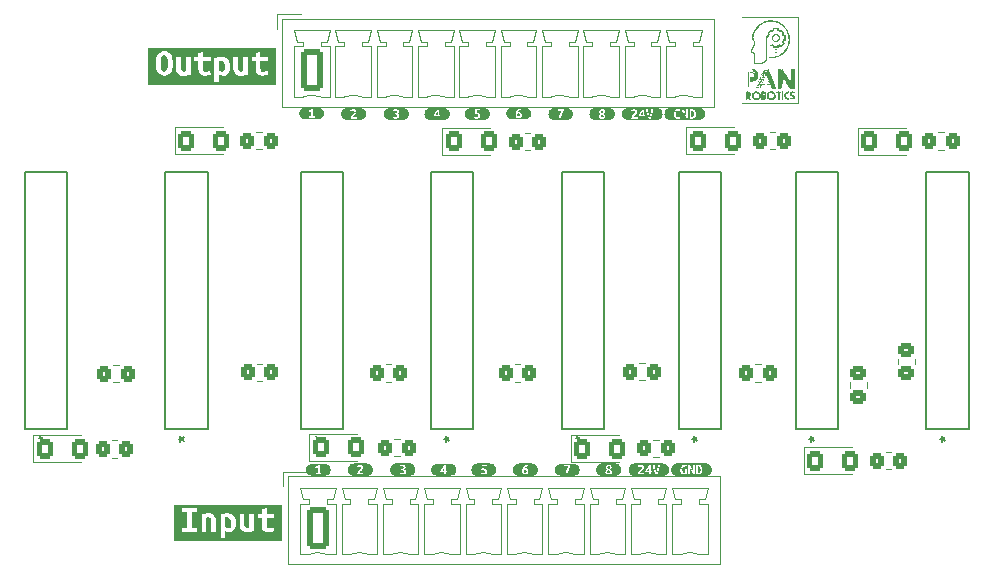
<source format=gbr>
%TF.GenerationSoftware,KiCad,Pcbnew,8.0.4*%
%TF.CreationDate,2024-07-23T21:16:43+01:00*%
%TF.ProjectId,8_Way_Relay_Board,385f5761-795f-4526-956c-61795f426f61,V1*%
%TF.SameCoordinates,Original*%
%TF.FileFunction,Legend,Top*%
%TF.FilePolarity,Positive*%
%FSLAX46Y46*%
G04 Gerber Fmt 4.6, Leading zero omitted, Abs format (unit mm)*
G04 Created by KiCad (PCBNEW 8.0.4) date 2024-07-23 21:16:43*
%MOMM*%
%LPD*%
G01*
G04 APERTURE LIST*
G04 Aperture macros list*
%AMRoundRect*
0 Rectangle with rounded corners*
0 $1 Rounding radius*
0 $2 $3 $4 $5 $6 $7 $8 $9 X,Y pos of 4 corners*
0 Add a 4 corners polygon primitive as box body*
4,1,4,$2,$3,$4,$5,$6,$7,$8,$9,$2,$3,0*
0 Add four circle primitives for the rounded corners*
1,1,$1+$1,$2,$3*
1,1,$1+$1,$4,$5*
1,1,$1+$1,$6,$7*
1,1,$1+$1,$8,$9*
0 Add four rect primitives between the rounded corners*
20,1,$1+$1,$2,$3,$4,$5,0*
20,1,$1+$1,$4,$5,$6,$7,0*
20,1,$1+$1,$6,$7,$8,$9,0*
20,1,$1+$1,$8,$9,$2,$3,0*%
G04 Aperture macros list end*
%ADD10C,0.150000*%
%ADD11C,0.000000*%
%ADD12C,0.120000*%
%ADD13C,0.152400*%
%ADD14RoundRect,0.250000X-0.450000X0.350000X-0.450000X-0.350000X0.450000X-0.350000X0.450000X0.350000X0*%
%ADD15RoundRect,0.250000X0.350000X0.450000X-0.350000X0.450000X-0.350000X-0.450000X0.350000X-0.450000X0*%
%ADD16RoundRect,0.250000X-0.650000X-1.550000X0.650000X-1.550000X0.650000X1.550000X-0.650000X1.550000X0*%
%ADD17O,1.800000X3.600000*%
%ADD18RoundRect,0.250001X-0.462499X-0.624999X0.462499X-0.624999X0.462499X0.624999X-0.462499X0.624999X0*%
%ADD19C,3.200000*%
%ADD20R,1.752600X1.752600*%
%ADD21C,1.752600*%
%ADD22RoundRect,0.250000X0.450000X-0.350000X0.450000X0.350000X-0.450000X0.350000X-0.450000X-0.350000X0*%
G04 APERTURE END LIST*
D10*
X130468019Y-83883499D02*
X130706114Y-83883499D01*
X130610876Y-84121594D02*
X130706114Y-83883499D01*
X130706114Y-83883499D02*
X130610876Y-83645404D01*
X130896590Y-84026356D02*
X130706114Y-83883499D01*
X130706114Y-83883499D02*
X130896590Y-83740642D01*
X130468019Y-83883499D02*
X130706114Y-83883499D01*
X130610876Y-84121594D02*
X130706114Y-83883499D01*
X130706114Y-83883499D02*
X130610876Y-83645404D01*
X130896590Y-84026356D02*
X130706114Y-83883499D01*
X130706114Y-83883499D02*
X130896590Y-83740642D01*
X141542419Y-83883499D02*
X141780514Y-83883499D01*
X141685276Y-84121594D02*
X141780514Y-83883499D01*
X141780514Y-83883499D02*
X141685276Y-83645404D01*
X141970990Y-84026356D02*
X141780514Y-83883499D01*
X141780514Y-83883499D02*
X141970990Y-83740642D01*
X141542419Y-83883499D02*
X141780514Y-83883499D01*
X141685276Y-84121594D02*
X141780514Y-83883499D01*
X141780514Y-83883499D02*
X141685276Y-83645404D01*
X141970990Y-84026356D02*
X141780514Y-83883499D01*
X141780514Y-83883499D02*
X141970990Y-83740642D01*
X77077219Y-83883499D02*
X77315314Y-83883499D01*
X77220076Y-84121594D02*
X77315314Y-83883499D01*
X77315314Y-83883499D02*
X77220076Y-83645404D01*
X77505790Y-84026356D02*
X77315314Y-83883499D01*
X77315314Y-83883499D02*
X77505790Y-83740642D01*
X77077219Y-83883499D02*
X77315314Y-83883499D01*
X77220076Y-84121594D02*
X77315314Y-83883499D01*
X77315314Y-83883499D02*
X77220076Y-83645404D01*
X77505790Y-84026356D02*
X77315314Y-83883499D01*
X77315314Y-83883499D02*
X77505790Y-83740642D01*
X120562019Y-83883499D02*
X120800114Y-83883499D01*
X120704876Y-84121594D02*
X120800114Y-83883499D01*
X120800114Y-83883499D02*
X120704876Y-83645404D01*
X120990590Y-84026356D02*
X120800114Y-83883499D01*
X120800114Y-83883499D02*
X120990590Y-83740642D01*
X120562019Y-83883499D02*
X120800114Y-83883499D01*
X120704876Y-84121594D02*
X120800114Y-83883499D01*
X120800114Y-83883499D02*
X120704876Y-83645404D01*
X120990590Y-84026356D02*
X120800114Y-83883499D01*
X120800114Y-83883499D02*
X120990590Y-83740642D01*
X65190019Y-83883499D02*
X65428114Y-83883499D01*
X65332876Y-84121594D02*
X65428114Y-83883499D01*
X65428114Y-83883499D02*
X65332876Y-83645404D01*
X65618590Y-84026356D02*
X65428114Y-83883499D01*
X65428114Y-83883499D02*
X65618590Y-83740642D01*
X65190019Y-83883499D02*
X65428114Y-83883499D01*
X65332876Y-84121594D02*
X65428114Y-83883499D01*
X65428114Y-83883499D02*
X65332876Y-83645404D01*
X65618590Y-84026356D02*
X65428114Y-83883499D01*
X65428114Y-83883499D02*
X65618590Y-83740642D01*
X88558019Y-83883499D02*
X88796114Y-83883499D01*
X88700876Y-84121594D02*
X88796114Y-83883499D01*
X88796114Y-83883499D02*
X88700876Y-83645404D01*
X88986590Y-84026356D02*
X88796114Y-83883499D01*
X88796114Y-83883499D02*
X88986590Y-83740642D01*
X88558019Y-83883499D02*
X88796114Y-83883499D01*
X88700876Y-84121594D02*
X88796114Y-83883499D01*
X88796114Y-83883499D02*
X88700876Y-83645404D01*
X88986590Y-84026356D02*
X88796114Y-83883499D01*
X88796114Y-83883499D02*
X88986590Y-83740642D01*
X99581619Y-83883499D02*
X99819714Y-83883499D01*
X99724476Y-84121594D02*
X99819714Y-83883499D01*
X99819714Y-83883499D02*
X99724476Y-83645404D01*
X100010190Y-84026356D02*
X99819714Y-83883499D01*
X99819714Y-83883499D02*
X100010190Y-83740642D01*
X99581619Y-83883499D02*
X99819714Y-83883499D01*
X99724476Y-84121594D02*
X99819714Y-83883499D01*
X99819714Y-83883499D02*
X99724476Y-83645404D01*
X100010190Y-84026356D02*
X99819714Y-83883499D01*
X99819714Y-83883499D02*
X100010190Y-83740642D01*
X110656019Y-83883499D02*
X110894114Y-83883499D01*
X110798876Y-84121594D02*
X110894114Y-83883499D01*
X110894114Y-83883499D02*
X110798876Y-83645404D01*
X111084590Y-84026356D02*
X110894114Y-83883499D01*
X110894114Y-83883499D02*
X111084590Y-83740642D01*
X110656019Y-83883499D02*
X110894114Y-83883499D01*
X110798876Y-84121594D02*
X110894114Y-83883499D01*
X110894114Y-83883499D02*
X110798876Y-83645404D01*
X111084590Y-84026356D02*
X110894114Y-83883499D01*
X110894114Y-83883499D02*
X111084590Y-83740642D01*
D11*
%TO.C,G\u002A\u002A\u002A*%
G36*
X129583985Y-51808256D02*
G01*
X129583985Y-55486610D01*
X127160144Y-55486610D01*
X124736303Y-55486610D01*
X124736303Y-51808256D01*
X124813742Y-51808256D01*
X124813742Y-55409171D01*
X127160144Y-55409171D01*
X129506546Y-55409171D01*
X129506546Y-51808256D01*
X129506546Y-48207342D01*
X127160144Y-48207342D01*
X124813742Y-48207342D01*
X124813742Y-51808256D01*
X124736303Y-51808256D01*
X124736303Y-48207342D01*
X124736303Y-48129903D01*
X127160144Y-48129903D01*
X129583985Y-48129903D01*
X129583985Y-51808256D01*
G37*
G36*
X124716620Y-48120546D02*
G01*
X124712001Y-48127585D01*
X124696292Y-48128680D01*
X124679766Y-48124898D01*
X124686935Y-48119323D01*
X124711141Y-48117476D01*
X124716620Y-48120546D01*
G37*
G36*
X126057193Y-54431409D02*
G01*
X126149369Y-54461216D01*
X126236164Y-54518230D01*
X126243125Y-54524363D01*
X126310618Y-54603493D01*
X126351708Y-54691637D01*
X126367860Y-54784287D01*
X126360539Y-54876935D01*
X126331211Y-54965072D01*
X126281341Y-55044191D01*
X126212393Y-55109782D01*
X126125832Y-55157338D01*
X126029534Y-55181590D01*
X125981470Y-55184916D01*
X125942023Y-55183136D01*
X125936607Y-55182121D01*
X125854729Y-55158111D01*
X125814228Y-55138134D01*
X126114717Y-55138134D01*
X126122461Y-55145878D01*
X126130205Y-55138134D01*
X126122461Y-55130391D01*
X126114717Y-55138134D01*
X125814228Y-55138134D01*
X125791745Y-55127044D01*
X125786050Y-55122647D01*
X126145693Y-55122647D01*
X126153437Y-55130391D01*
X126161181Y-55122647D01*
X126153437Y-55114903D01*
X126145693Y-55122647D01*
X125786050Y-55122647D01*
X125745932Y-55091671D01*
X125773985Y-55091671D01*
X125781729Y-55099415D01*
X125789473Y-55091671D01*
X126130205Y-55091671D01*
X126137949Y-55099415D01*
X126139931Y-55097433D01*
X126196277Y-55097433D01*
X126202481Y-55097856D01*
X126204681Y-55096417D01*
X126237684Y-55067530D01*
X126272760Y-55027958D01*
X126278248Y-55020744D01*
X126301872Y-54987109D01*
X126315062Y-54965195D01*
X126316059Y-54962178D01*
X126310955Y-54961315D01*
X126298764Y-54975324D01*
X126271822Y-55005712D01*
X126237388Y-55044304D01*
X126208662Y-55078388D01*
X126196277Y-55097433D01*
X126139931Y-55097433D01*
X126145693Y-55091671D01*
X126145628Y-55091606D01*
X126153437Y-55091606D01*
X126205105Y-55045175D01*
X126240959Y-55009296D01*
X126267841Y-54975996D01*
X126272824Y-54967769D01*
X126280247Y-54949830D01*
X126275320Y-54952281D01*
X126257874Y-54972221D01*
X126228102Y-55006251D01*
X126207601Y-55029687D01*
X126153437Y-55091606D01*
X126145628Y-55091606D01*
X126137949Y-55083927D01*
X126130205Y-55091671D01*
X125789473Y-55091671D01*
X125781729Y-55083927D01*
X125773985Y-55091671D01*
X125745932Y-55091671D01*
X125739864Y-55086986D01*
X125714600Y-55058114D01*
X125995977Y-55058114D01*
X125998103Y-55067322D01*
X126006303Y-55068439D01*
X126019051Y-55062773D01*
X126016628Y-55058114D01*
X125998247Y-55056261D01*
X125995977Y-55058114D01*
X125714600Y-55058114D01*
X125703306Y-55045208D01*
X126068254Y-55045208D01*
X126075998Y-55052952D01*
X126080845Y-55048105D01*
X126145693Y-55048105D01*
X126150526Y-55052078D01*
X126167485Y-55038156D01*
X126200258Y-55003298D01*
X126200874Y-55002616D01*
X126246364Y-54952281D01*
X126196028Y-54997770D01*
X126165519Y-55026340D01*
X126147639Y-55045014D01*
X126145693Y-55048105D01*
X126080845Y-55048105D01*
X126083742Y-55045208D01*
X126075998Y-55037464D01*
X126068254Y-55045208D01*
X125703306Y-55045208D01*
X125668991Y-55005993D01*
X125647589Y-54960025D01*
X125670619Y-54960025D01*
X125670834Y-54970741D01*
X125685799Y-54997168D01*
X125700854Y-55018104D01*
X125718231Y-55036818D01*
X125720904Y-55031992D01*
X125719747Y-55029720D01*
X125866912Y-55029720D01*
X125874656Y-55037464D01*
X125882400Y-55029720D01*
X125874656Y-55021976D01*
X125866912Y-55029720D01*
X125719747Y-55029720D01*
X125708464Y-55007569D01*
X125702866Y-54998744D01*
X125727522Y-54998744D01*
X125735266Y-55006488D01*
X125743010Y-54998744D01*
X125735266Y-54991000D01*
X125727522Y-54998744D01*
X125702866Y-54998744D01*
X125691568Y-54983256D01*
X125758498Y-54983256D01*
X125766242Y-54991000D01*
X125773985Y-54983256D01*
X125766242Y-54975513D01*
X125758498Y-54983256D01*
X125691568Y-54983256D01*
X125682848Y-54971302D01*
X125670619Y-54960025D01*
X125647589Y-54960025D01*
X125643984Y-54952281D01*
X125696546Y-54952281D01*
X125704290Y-54960025D01*
X125712034Y-54952281D01*
X125704290Y-54944537D01*
X125696546Y-54952281D01*
X125643984Y-54952281D01*
X125627314Y-54916477D01*
X125621821Y-54877447D01*
X125635577Y-54877447D01*
X125638995Y-54903706D01*
X125648225Y-54929131D01*
X125658096Y-54940584D01*
X125660073Y-54939710D01*
X125660002Y-54936793D01*
X125727522Y-54936793D01*
X125735266Y-54944537D01*
X125743010Y-54936793D01*
X125735266Y-54929049D01*
X125727522Y-54936793D01*
X125660002Y-54936793D01*
X125659654Y-54922500D01*
X125659275Y-54921305D01*
X125681059Y-54921305D01*
X125688803Y-54929049D01*
X125696546Y-54921305D01*
X125688803Y-54913561D01*
X125681059Y-54921305D01*
X125659275Y-54921305D01*
X125654515Y-54906287D01*
X125747016Y-54906287D01*
X125750117Y-54912531D01*
X125764885Y-54928543D01*
X125767602Y-54917251D01*
X125763842Y-54905149D01*
X125752440Y-54888282D01*
X125747290Y-54888631D01*
X125747016Y-54906287D01*
X125654515Y-54906287D01*
X125651397Y-54896450D01*
X125640412Y-54875310D01*
X125635577Y-54877447D01*
X125621821Y-54877447D01*
X125614735Y-54827088D01*
X125697769Y-54827088D01*
X125700617Y-54847176D01*
X125705904Y-54847415D01*
X125709601Y-54826687D01*
X125707126Y-54817730D01*
X125700249Y-54811864D01*
X125697769Y-54827088D01*
X125614735Y-54827088D01*
X125613654Y-54819409D01*
X125614754Y-54810027D01*
X125729344Y-54810027D01*
X125731280Y-54833235D01*
X125735052Y-54829446D01*
X125741604Y-54796997D01*
X125743686Y-54784816D01*
X125756665Y-54731217D01*
X125774549Y-54684291D01*
X125781822Y-54671185D01*
X125803836Y-54643031D01*
X125813975Y-54639982D01*
X125811009Y-54658056D01*
X125793707Y-54693269D01*
X125790366Y-54698857D01*
X125762883Y-54767950D01*
X125764733Y-54839625D01*
X125789473Y-54905817D01*
X125811257Y-54949961D01*
X125818721Y-54970624D01*
X125812393Y-54971511D01*
X125797217Y-54960025D01*
X125776849Y-54945308D01*
X125774936Y-54948735D01*
X125788820Y-54965786D01*
X125815843Y-54991936D01*
X125816108Y-54992173D01*
X125837683Y-55009553D01*
X125841234Y-55008083D01*
X125837444Y-55002616D01*
X125823987Y-54983107D01*
X125826600Y-54977565D01*
X125849060Y-54986335D01*
X125890741Y-55007465D01*
X125968909Y-55031327D01*
X126052295Y-55025384D01*
X126090154Y-55013126D01*
X126110521Y-55008288D01*
X126107645Y-55020889D01*
X126105183Y-55032595D01*
X126119406Y-55028239D01*
X126143553Y-55012000D01*
X126170861Y-54988056D01*
X126184586Y-54973342D01*
X126204001Y-54949949D01*
X126203199Y-54947307D01*
X126185766Y-54960292D01*
X126166266Y-54972174D01*
X126163351Y-54967769D01*
X126177398Y-54936793D01*
X126238620Y-54936793D01*
X126246364Y-54944537D01*
X126254107Y-54936793D01*
X126246364Y-54929049D01*
X126316059Y-54929049D01*
X126321725Y-54941797D01*
X126326384Y-54939374D01*
X126328237Y-54920994D01*
X126326384Y-54918724D01*
X126317176Y-54920850D01*
X126316059Y-54929049D01*
X126246364Y-54929049D01*
X126238620Y-54936793D01*
X126177398Y-54936793D01*
X126184422Y-54921305D01*
X126207644Y-54921305D01*
X126215388Y-54929049D01*
X126223132Y-54921305D01*
X126215388Y-54913561D01*
X126207644Y-54921305D01*
X126184422Y-54921305D01*
X126192580Y-54903317D01*
X126200666Y-54882586D01*
X126223132Y-54882586D01*
X126228799Y-54895334D01*
X126233457Y-54892911D01*
X126235311Y-54874530D01*
X126233457Y-54872260D01*
X126224250Y-54874386D01*
X126223132Y-54882586D01*
X126200666Y-54882586D01*
X126206708Y-54867098D01*
X126333992Y-54867098D01*
X126336426Y-54889085D01*
X126341804Y-54886458D01*
X126343849Y-54854749D01*
X126341804Y-54847738D01*
X126336151Y-54845792D01*
X126333992Y-54867098D01*
X126206708Y-54867098D01*
X126210058Y-54858509D01*
X126213516Y-54843866D01*
X126300571Y-54843866D01*
X126308315Y-54851610D01*
X126316059Y-54843866D01*
X126308315Y-54836122D01*
X126300571Y-54843866D01*
X126213516Y-54843866D01*
X126217902Y-54825293D01*
X126218233Y-54795617D01*
X126214965Y-54771668D01*
X126204476Y-54743195D01*
X126333992Y-54743195D01*
X126336426Y-54765182D01*
X126341804Y-54762555D01*
X126343849Y-54730846D01*
X126341804Y-54723836D01*
X126336151Y-54721890D01*
X126333992Y-54743195D01*
X126204476Y-54743195D01*
X126188972Y-54701108D01*
X126167034Y-54673500D01*
X126316059Y-54673500D01*
X126323803Y-54681244D01*
X126331546Y-54673500D01*
X126323803Y-54665756D01*
X126316059Y-54673500D01*
X126167034Y-54673500D01*
X126154727Y-54658013D01*
X126192156Y-54658013D01*
X126199900Y-54665756D01*
X126207644Y-54658013D01*
X126199900Y-54650269D01*
X126192156Y-54658013D01*
X126154727Y-54658013D01*
X126142419Y-54642525D01*
X126300571Y-54642525D01*
X126308315Y-54650269D01*
X126316059Y-54642525D01*
X126308315Y-54634781D01*
X126300571Y-54642525D01*
X126142419Y-54642525D01*
X126140691Y-54640350D01*
X126077513Y-54595834D01*
X126053558Y-54588435D01*
X126131219Y-54588435D01*
X126135065Y-54596455D01*
X126143717Y-54607677D01*
X126166323Y-54631756D01*
X126176414Y-54631651D01*
X126176668Y-54628933D01*
X126166084Y-54616005D01*
X126149565Y-54601830D01*
X126141664Y-54596061D01*
X126269595Y-54596061D01*
X126277339Y-54603805D01*
X126285083Y-54596061D01*
X126277339Y-54588317D01*
X126269595Y-54596061D01*
X126141664Y-54596061D01*
X126131219Y-54588435D01*
X126053558Y-54588435D01*
X126006827Y-54574001D01*
X125986843Y-54572830D01*
X125950555Y-54579790D01*
X125904039Y-54597150D01*
X125890144Y-54603805D01*
X125843568Y-54626286D01*
X125822943Y-54632791D01*
X125827668Y-54623296D01*
X125851424Y-54602421D01*
X125872390Y-54583622D01*
X125868234Y-54581784D01*
X125859168Y-54585856D01*
X125799350Y-54630980D01*
X125754959Y-54695946D01*
X125731498Y-54771249D01*
X125729344Y-54810027D01*
X125614754Y-54810027D01*
X125618052Y-54781915D01*
X125696546Y-54781915D01*
X125704290Y-54789659D01*
X125712034Y-54781915D01*
X125704290Y-54774171D01*
X125696546Y-54781915D01*
X125618052Y-54781915D01*
X125619869Y-54766427D01*
X125635130Y-54766427D01*
X125644067Y-54735452D01*
X125665571Y-54735452D01*
X125673315Y-54743195D01*
X125681059Y-54735452D01*
X125673315Y-54727708D01*
X125665571Y-54735452D01*
X125644067Y-54735452D01*
X125651901Y-54708299D01*
X125653657Y-54704476D01*
X125712034Y-54704476D01*
X125719778Y-54712220D01*
X125727522Y-54704476D01*
X125719778Y-54696732D01*
X125712034Y-54704476D01*
X125653657Y-54704476D01*
X125660773Y-54688988D01*
X125681059Y-54688988D01*
X125688803Y-54696732D01*
X125696546Y-54688988D01*
X125688803Y-54681244D01*
X125681059Y-54688988D01*
X125660773Y-54688988D01*
X125667889Y-54673500D01*
X125727522Y-54673500D01*
X125735266Y-54681244D01*
X125743010Y-54673500D01*
X125735266Y-54665756D01*
X125727522Y-54673500D01*
X125667889Y-54673500D01*
X125671218Y-54666254D01*
X125676578Y-54658013D01*
X125696546Y-54658013D01*
X125704290Y-54665756D01*
X125712034Y-54658013D01*
X125704290Y-54650269D01*
X125696546Y-54658013D01*
X125676578Y-54658013D01*
X125684766Y-54645422D01*
X125743010Y-54645422D01*
X125747843Y-54649395D01*
X125764802Y-54635473D01*
X125797575Y-54600615D01*
X125798191Y-54599933D01*
X125829684Y-54565086D01*
X125897888Y-54565086D01*
X125905632Y-54572830D01*
X125913376Y-54565086D01*
X126068254Y-54565086D01*
X126075998Y-54572830D01*
X126083742Y-54565086D01*
X126075998Y-54557342D01*
X126068254Y-54565086D01*
X125913376Y-54565086D01*
X125905632Y-54557342D01*
X125897888Y-54565086D01*
X125829684Y-54565086D01*
X125843681Y-54549598D01*
X125851424Y-54549598D01*
X125859168Y-54557342D01*
X125866912Y-54549598D01*
X125864331Y-54547017D01*
X125980490Y-54547017D01*
X125982616Y-54556224D01*
X125990815Y-54557342D01*
X126003563Y-54551675D01*
X126001140Y-54547017D01*
X125982760Y-54545163D01*
X125980490Y-54547017D01*
X125864331Y-54547017D01*
X125859168Y-54541854D01*
X125851424Y-54549598D01*
X125843681Y-54549598D01*
X125793345Y-54595087D01*
X125762836Y-54623657D01*
X125744956Y-54642331D01*
X125743010Y-54645422D01*
X125684766Y-54645422D01*
X125695490Y-54628933D01*
X125712034Y-54628933D01*
X125719568Y-54633569D01*
X125740157Y-54613674D01*
X125744985Y-54607677D01*
X125758380Y-54589332D01*
X125750360Y-54593178D01*
X125739138Y-54601830D01*
X125717688Y-54620935D01*
X125712034Y-54628933D01*
X125695490Y-54628933D01*
X125704881Y-54614494D01*
X125740688Y-54569958D01*
X125743249Y-54566982D01*
X125773985Y-54566982D01*
X125781519Y-54571618D01*
X125802108Y-54551722D01*
X125806937Y-54545726D01*
X125820331Y-54527381D01*
X125812311Y-54531227D01*
X125801089Y-54539878D01*
X125779639Y-54558984D01*
X125773985Y-54566982D01*
X125743249Y-54566982D01*
X125774985Y-54530111D01*
X125787432Y-54511149D01*
X125778419Y-54512399D01*
X125771711Y-54516535D01*
X125721985Y-54561457D01*
X125678269Y-54622394D01*
X125649047Y-54686427D01*
X125642917Y-54712605D01*
X125635130Y-54766427D01*
X125619869Y-54766427D01*
X125626041Y-54713818D01*
X125662412Y-54621671D01*
X125718571Y-54544934D01*
X125787816Y-54487647D01*
X125820449Y-54487647D01*
X125828193Y-54495391D01*
X125835937Y-54487647D01*
X126145693Y-54487647D01*
X126153437Y-54495391D01*
X126161181Y-54487647D01*
X126153437Y-54479903D01*
X126145693Y-54487647D01*
X125835937Y-54487647D01*
X125828193Y-54479903D01*
X125820449Y-54487647D01*
X125787816Y-54487647D01*
X125790324Y-54485572D01*
X125823557Y-54469578D01*
X125856587Y-54469578D01*
X125858713Y-54478785D01*
X125866912Y-54479903D01*
X125879660Y-54474236D01*
X125878580Y-54472159D01*
X126114717Y-54472159D01*
X126122461Y-54479903D01*
X126130205Y-54472159D01*
X126122461Y-54464415D01*
X126114717Y-54472159D01*
X125878580Y-54472159D01*
X125877237Y-54469578D01*
X125858857Y-54467724D01*
X125856587Y-54469578D01*
X125823557Y-54469578D01*
X125855739Y-54454090D01*
X125903050Y-54454090D01*
X125905176Y-54463297D01*
X125913376Y-54464415D01*
X125926124Y-54458748D01*
X125923701Y-54454090D01*
X125905320Y-54452236D01*
X125903050Y-54454090D01*
X125855739Y-54454090D01*
X125873475Y-54445554D01*
X125963830Y-54426844D01*
X126057193Y-54431409D01*
G37*
G36*
X127372995Y-54445835D02*
G01*
X127463448Y-54487269D01*
X127540768Y-54553300D01*
X127540852Y-54553396D01*
X127594541Y-54628182D01*
X127623648Y-54706627D01*
X127632372Y-54800076D01*
X127632371Y-54800777D01*
X127617863Y-54907288D01*
X127576880Y-55002381D01*
X127512670Y-55081809D01*
X127428480Y-55141327D01*
X127348550Y-55171850D01*
X127291356Y-55185437D01*
X127250031Y-55189912D01*
X127210789Y-55185102D01*
X127159841Y-55170834D01*
X127155343Y-55169434D01*
X127120594Y-55153622D01*
X127183376Y-55153622D01*
X127191120Y-55161366D01*
X127198864Y-55153622D01*
X127191120Y-55145878D01*
X127183376Y-55153622D01*
X127120594Y-55153622D01*
X127080886Y-55135553D01*
X127374392Y-55135553D01*
X127376518Y-55144761D01*
X127384717Y-55145878D01*
X127397465Y-55140212D01*
X127395042Y-55135553D01*
X127376662Y-55133700D01*
X127374392Y-55135553D01*
X127080886Y-55135553D01*
X127056242Y-55124339D01*
X127054174Y-55122647D01*
X127090449Y-55122647D01*
X127098193Y-55130391D01*
X127420604Y-55130391D01*
X127437008Y-55120814D01*
X127468099Y-55096166D01*
X127494090Y-55073475D01*
X127546100Y-55019165D01*
X127583071Y-54965751D01*
X127600290Y-54920423D01*
X127600940Y-54910458D01*
X127595463Y-54909297D01*
X127582616Y-54931485D01*
X127578456Y-54940665D01*
X127559845Y-54976453D01*
X127546654Y-54990017D01*
X127542456Y-54979594D01*
X127547035Y-54956153D01*
X127552869Y-54932248D01*
X127547522Y-54936952D01*
X127538295Y-54952281D01*
X127516771Y-54982882D01*
X127484513Y-55022779D01*
X127471733Y-55037464D01*
X127423437Y-55091671D01*
X127481516Y-55038297D01*
X127513939Y-55011472D01*
X127535020Y-54999728D01*
X127539595Y-55002243D01*
X127528650Y-55021218D01*
X127500492Y-55051609D01*
X127474856Y-55074976D01*
X127441404Y-55105058D01*
X127422263Y-55125183D01*
X127420604Y-55130391D01*
X127098193Y-55130391D01*
X127105937Y-55122647D01*
X127098193Y-55114903D01*
X127090449Y-55122647D01*
X127054174Y-55122647D01*
X127035245Y-55107159D01*
X127059473Y-55107159D01*
X127067217Y-55114903D01*
X127074961Y-55107159D01*
X127369229Y-55107159D01*
X127376973Y-55114903D01*
X127384717Y-55107159D01*
X127376973Y-55099415D01*
X127369229Y-55107159D01*
X127074961Y-55107159D01*
X127067217Y-55099415D01*
X127059473Y-55107159D01*
X127035245Y-55107159D01*
X127016315Y-55091671D01*
X127400205Y-55091671D01*
X127407949Y-55099415D01*
X127415693Y-55091671D01*
X127407949Y-55083927D01*
X127400205Y-55091671D01*
X127016315Y-55091671D01*
X126997386Y-55076183D01*
X127353742Y-55076183D01*
X127361485Y-55083927D01*
X127369229Y-55076183D01*
X127361485Y-55068439D01*
X127353742Y-55076183D01*
X126997386Y-55076183D01*
X126978456Y-55060695D01*
X126997522Y-55060695D01*
X127005266Y-55068439D01*
X127013010Y-55060695D01*
X127229839Y-55060695D01*
X127237583Y-55068439D01*
X127245327Y-55060695D01*
X127260815Y-55060695D01*
X127268559Y-55068439D01*
X127276303Y-55060695D01*
X127384717Y-55060695D01*
X127392461Y-55068439D01*
X127400205Y-55060695D01*
X127392461Y-55052952D01*
X127384717Y-55060695D01*
X127276303Y-55060695D01*
X127268559Y-55052952D01*
X127260815Y-55060695D01*
X127245327Y-55060695D01*
X127237583Y-55052952D01*
X127229839Y-55060695D01*
X127013010Y-55060695D01*
X127005266Y-55052952D01*
X126997522Y-55060695D01*
X126978456Y-55060695D01*
X126977807Y-55060164D01*
X126967041Y-55045208D01*
X127167888Y-55045208D01*
X127175632Y-55052952D01*
X127183376Y-55045208D01*
X127175632Y-55037464D01*
X127167888Y-55045208D01*
X126967041Y-55045208D01*
X126921141Y-54981442D01*
X126902955Y-54933690D01*
X126920141Y-54933690D01*
X126926435Y-54956114D01*
X126941382Y-54987269D01*
X126958879Y-55016367D01*
X126972821Y-55032616D01*
X126976267Y-55032906D01*
X126975784Y-55029720D01*
X127136912Y-55029720D01*
X127144656Y-55037464D01*
X127152400Y-55029720D01*
X127144656Y-55021976D01*
X127136912Y-55029720D01*
X126975784Y-55029720D01*
X126973761Y-55016371D01*
X126958366Y-54984335D01*
X126957734Y-54983256D01*
X126982034Y-54983256D01*
X126989778Y-54991000D01*
X126997522Y-54983256D01*
X126989778Y-54975513D01*
X126982034Y-54983256D01*
X126957734Y-54983256D01*
X126951951Y-54973387D01*
X126948212Y-54967769D01*
X127013010Y-54967769D01*
X127020754Y-54975513D01*
X127028498Y-54967769D01*
X127020754Y-54960025D01*
X127013010Y-54967769D01*
X126948212Y-54967769D01*
X126932226Y-54943747D01*
X126921069Y-54932243D01*
X126920141Y-54933690D01*
X126902955Y-54933690D01*
X126889390Y-54898073D01*
X126904595Y-54898073D01*
X126910262Y-54910822D01*
X126914920Y-54908399D01*
X126916774Y-54890018D01*
X126914920Y-54887748D01*
X126905713Y-54889874D01*
X126904595Y-54898073D01*
X126889390Y-54898073D01*
X126887346Y-54892705D01*
X126878219Y-54805147D01*
X126891553Y-54805147D01*
X126893987Y-54827134D01*
X126899365Y-54824506D01*
X126899615Y-54820634D01*
X126997522Y-54820634D01*
X127003189Y-54833383D01*
X127007847Y-54830960D01*
X127009701Y-54812579D01*
X127007847Y-54810309D01*
X126998640Y-54812435D01*
X126997522Y-54820634D01*
X126899615Y-54820634D01*
X126901410Y-54792797D01*
X126899365Y-54785787D01*
X126893712Y-54783841D01*
X126891553Y-54805147D01*
X126878219Y-54805147D01*
X126877525Y-54798487D01*
X126882665Y-54766427D01*
X126997522Y-54766427D01*
X127005266Y-54774171D01*
X127013010Y-54766427D01*
X127005266Y-54758683D01*
X126997522Y-54766427D01*
X126882665Y-54766427D01*
X126890320Y-54718673D01*
X126905818Y-54718673D01*
X126908665Y-54738761D01*
X126913952Y-54739001D01*
X126917650Y-54718272D01*
X126916985Y-54715864D01*
X127013068Y-54715864D01*
X127019817Y-54717230D01*
X127036564Y-54696574D01*
X127042788Y-54686806D01*
X127067812Y-54651018D01*
X127090002Y-54627480D01*
X127092239Y-54625930D01*
X127096874Y-54628911D01*
X127085182Y-54650841D01*
X127076436Y-54663685D01*
X127040486Y-54739187D01*
X127033236Y-54820548D01*
X127050338Y-54889390D01*
X127065582Y-54932199D01*
X127068210Y-54953832D01*
X127059362Y-54951555D01*
X127040177Y-54922636D01*
X127038074Y-54918802D01*
X127022110Y-54894599D01*
X127013891Y-54892335D01*
X127013630Y-54894429D01*
X127023373Y-54915961D01*
X127048972Y-54949589D01*
X127069312Y-54971868D01*
X127096609Y-54998787D01*
X127109020Y-55008615D01*
X127106135Y-55002616D01*
X127093631Y-54983177D01*
X127096561Y-54977559D01*
X127118988Y-54986054D01*
X127160144Y-55006488D01*
X127239896Y-55032648D01*
X127314974Y-55028796D01*
X127383057Y-54995804D01*
X127441828Y-54934545D01*
X127468732Y-54890295D01*
X127484436Y-54865774D01*
X127492637Y-54863889D01*
X127492978Y-54867098D01*
X127480790Y-54909164D01*
X127449205Y-54956493D01*
X127405870Y-54999242D01*
X127373759Y-55020584D01*
X127342111Y-55039213D01*
X127329685Y-55050645D01*
X127332091Y-55052267D01*
X127354929Y-55044644D01*
X127390518Y-55024847D01*
X127397215Y-55020484D01*
X127446542Y-55020484D01*
X127456506Y-55012727D01*
X127473772Y-54995817D01*
X127503914Y-54961332D01*
X127521627Y-54933217D01*
X127523636Y-54925405D01*
X127517478Y-54921248D01*
X127506076Y-54936793D01*
X127483668Y-54971256D01*
X127456211Y-55007205D01*
X127446542Y-55020484D01*
X127397215Y-55020484D01*
X127400949Y-55018051D01*
X127443732Y-54981189D01*
X127479151Y-54937722D01*
X127481877Y-54933258D01*
X127495720Y-54905817D01*
X127555083Y-54905817D01*
X127562827Y-54913561D01*
X127570571Y-54905817D01*
X127562827Y-54898073D01*
X127555083Y-54905817D01*
X127495720Y-54905817D01*
X127497882Y-54901531D01*
X127499972Y-54890330D01*
X127524107Y-54890330D01*
X127531851Y-54898073D01*
X127539595Y-54890330D01*
X127531851Y-54882586D01*
X127524107Y-54890330D01*
X127499972Y-54890330D01*
X127503375Y-54872086D01*
X127500338Y-54843866D01*
X127604566Y-54843866D01*
X127606240Y-54870317D01*
X127611088Y-54872645D01*
X127611705Y-54871265D01*
X127614769Y-54840518D01*
X127612279Y-54824801D01*
X127607349Y-54818485D01*
X127604668Y-54839057D01*
X127604566Y-54843866D01*
X127500338Y-54843866D01*
X127499162Y-54832936D01*
X127494974Y-54812891D01*
X127508620Y-54812891D01*
X127516364Y-54820634D01*
X127524107Y-54812891D01*
X127516364Y-54805147D01*
X127508620Y-54812891D01*
X127494974Y-54812891D01*
X127491184Y-54794749D01*
X127486556Y-54781915D01*
X127601546Y-54781915D01*
X127609290Y-54789659D01*
X127617034Y-54781915D01*
X127609290Y-54774171D01*
X127601546Y-54781915D01*
X127486556Y-54781915D01*
X127472595Y-54743195D01*
X127601546Y-54743195D01*
X127607213Y-54755944D01*
X127611872Y-54753521D01*
X127613725Y-54735140D01*
X127611872Y-54732870D01*
X127602664Y-54734996D01*
X127601546Y-54743195D01*
X127472595Y-54743195D01*
X127459010Y-54705519D01*
X127446737Y-54688988D01*
X127586059Y-54688988D01*
X127593803Y-54696732D01*
X127601546Y-54688988D01*
X127593803Y-54681244D01*
X127586059Y-54688988D01*
X127446737Y-54688988D01*
X127408399Y-54637347D01*
X127357827Y-54603923D01*
X127416707Y-54603923D01*
X127420553Y-54611943D01*
X127429205Y-54623165D01*
X127451811Y-54647244D01*
X127461902Y-54647139D01*
X127462156Y-54644421D01*
X127451572Y-54631493D01*
X127435053Y-54617317D01*
X127416707Y-54603923D01*
X127357827Y-54603923D01*
X127341953Y-54593432D01*
X127321330Y-54586057D01*
X127292528Y-54580573D01*
X127369229Y-54580573D01*
X127376973Y-54588317D01*
X127384717Y-54580573D01*
X127381413Y-54577269D01*
X127526604Y-54577269D01*
X127530372Y-54585924D01*
X127545967Y-54602551D01*
X127554932Y-54599140D01*
X127555083Y-54596975D01*
X127544082Y-54583875D01*
X127537202Y-54579095D01*
X127526604Y-54577269D01*
X127381413Y-54577269D01*
X127376973Y-54572830D01*
X127369229Y-54580573D01*
X127292528Y-54580573D01*
X127274634Y-54577166D01*
X127225997Y-54580726D01*
X127165829Y-54598115D01*
X127123141Y-54614565D01*
X127109048Y-54614669D01*
X127112903Y-54601942D01*
X127109952Y-54599744D01*
X127090511Y-54616478D01*
X127068595Y-54638425D01*
X127036835Y-54675030D01*
X127016742Y-54705014D01*
X127013068Y-54715864D01*
X126916985Y-54715864D01*
X126915175Y-54709316D01*
X126908298Y-54703449D01*
X126905818Y-54718673D01*
X126890320Y-54718673D01*
X126892781Y-54703320D01*
X126910232Y-54664748D01*
X126923880Y-54664748D01*
X126925999Y-54665756D01*
X126940133Y-54654853D01*
X126943315Y-54650269D01*
X126943590Y-54649260D01*
X127016807Y-54649260D01*
X127018926Y-54650269D01*
X127033060Y-54639365D01*
X127036242Y-54634781D01*
X127040188Y-54620301D01*
X127038070Y-54619293D01*
X127023936Y-54630196D01*
X127020754Y-54634781D01*
X127016807Y-54649260D01*
X126943590Y-54649260D01*
X126947261Y-54635789D01*
X126945143Y-54634781D01*
X126931009Y-54645684D01*
X126927827Y-54650269D01*
X126923880Y-54664748D01*
X126910232Y-54664748D01*
X126931253Y-54618285D01*
X126954856Y-54618285D01*
X126956974Y-54619293D01*
X126971108Y-54608390D01*
X126974290Y-54603805D01*
X126978237Y-54589326D01*
X126976118Y-54588317D01*
X126961984Y-54599220D01*
X126958803Y-54603805D01*
X126954856Y-54618285D01*
X126931253Y-54618285D01*
X126934216Y-54611737D01*
X126959630Y-54580573D01*
X127136912Y-54580573D01*
X127144656Y-54588317D01*
X127152400Y-54580573D01*
X127144656Y-54572830D01*
X127136912Y-54580573D01*
X126959630Y-54580573D01*
X126970713Y-54566982D01*
X126982034Y-54566982D01*
X126989568Y-54571618D01*
X126996328Y-54565086D01*
X127090449Y-54565086D01*
X127098193Y-54572830D01*
X127105937Y-54565086D01*
X127103355Y-54562504D01*
X127173050Y-54562504D01*
X127175176Y-54571712D01*
X127183376Y-54572830D01*
X127196124Y-54567163D01*
X127193701Y-54562504D01*
X127327929Y-54562504D01*
X127330055Y-54571712D01*
X127338254Y-54572830D01*
X127351002Y-54567163D01*
X127348579Y-54562504D01*
X127330199Y-54560651D01*
X127327929Y-54562504D01*
X127193701Y-54562504D01*
X127175320Y-54560651D01*
X127173050Y-54562504D01*
X127103355Y-54562504D01*
X127098193Y-54557342D01*
X127090449Y-54565086D01*
X126996328Y-54565086D01*
X127010157Y-54551722D01*
X127010304Y-54551539D01*
X127243178Y-54551539D01*
X127263749Y-54554220D01*
X127268559Y-54554322D01*
X127295009Y-54552648D01*
X127297338Y-54547800D01*
X127295957Y-54547183D01*
X127265211Y-54544119D01*
X127249494Y-54546609D01*
X127243178Y-54551539D01*
X127010304Y-54551539D01*
X127014985Y-54545726D01*
X127028380Y-54527381D01*
X127020360Y-54531227D01*
X127009138Y-54539878D01*
X126987688Y-54558984D01*
X126982034Y-54566982D01*
X126970713Y-54566982D01*
X127000037Y-54531023D01*
X127007938Y-54525358D01*
X127047783Y-54525358D01*
X127049901Y-54526366D01*
X127063286Y-54516041D01*
X127235002Y-54516041D01*
X127237128Y-54525248D01*
X127245327Y-54526366D01*
X127258075Y-54520699D01*
X127255652Y-54516041D01*
X127248484Y-54515318D01*
X127464653Y-54515318D01*
X127468421Y-54523973D01*
X127484016Y-54540600D01*
X127492981Y-54537189D01*
X127493132Y-54535024D01*
X127482131Y-54521924D01*
X127475251Y-54517143D01*
X127464653Y-54515318D01*
X127248484Y-54515318D01*
X127237272Y-54514187D01*
X127235002Y-54516041D01*
X127063286Y-54516041D01*
X127064035Y-54515463D01*
X127067217Y-54510878D01*
X127071164Y-54496399D01*
X127069045Y-54495391D01*
X127054911Y-54506294D01*
X127051729Y-54510878D01*
X127047783Y-54525358D01*
X127007938Y-54525358D01*
X127060535Y-54487647D01*
X127090449Y-54487647D01*
X127098193Y-54495391D01*
X127101896Y-54491688D01*
X127190093Y-54491688D01*
X127205317Y-54494168D01*
X127225405Y-54491320D01*
X127225644Y-54486033D01*
X127204916Y-54482336D01*
X127195960Y-54484811D01*
X127190093Y-54491688D01*
X127101896Y-54491688D01*
X127105937Y-54487647D01*
X127098193Y-54479903D01*
X127090449Y-54487647D01*
X127060535Y-54487647D01*
X127082136Y-54472159D01*
X127121424Y-54472159D01*
X127129168Y-54479903D01*
X127136912Y-54472159D01*
X127129168Y-54464415D01*
X127121424Y-54472159D01*
X127082136Y-54472159D01*
X127082930Y-54471590D01*
X127113078Y-54460712D01*
X127174605Y-54460712D01*
X127189829Y-54463192D01*
X127209917Y-54460345D01*
X127210084Y-54456671D01*
X127307278Y-54456671D01*
X127315022Y-54464415D01*
X127322766Y-54456671D01*
X127338254Y-54456671D01*
X127345998Y-54464415D01*
X127353742Y-54456671D01*
X127345998Y-54448927D01*
X127338254Y-54456671D01*
X127322766Y-54456671D01*
X127315022Y-54448927D01*
X127307278Y-54456671D01*
X127210084Y-54456671D01*
X127210157Y-54455058D01*
X127189428Y-54451361D01*
X127180472Y-54453835D01*
X127174605Y-54460712D01*
X127113078Y-54460712D01*
X127176726Y-54437746D01*
X127275418Y-54429244D01*
X127372995Y-54445835D01*
G37*
G36*
X125310766Y-54439911D02*
G01*
X125313053Y-54440212D01*
X125369996Y-54452723D01*
X125424234Y-54472867D01*
X125467713Y-54496698D01*
X125492384Y-54520267D01*
X125495205Y-54529526D01*
X125485504Y-54534937D01*
X125468101Y-54525138D01*
X125450135Y-54512402D01*
X125454471Y-54519561D01*
X125461132Y-54527113D01*
X125486802Y-54546118D01*
X125499784Y-54549598D01*
X125516084Y-54562873D01*
X125533141Y-54595751D01*
X125536600Y-54605451D01*
X125546448Y-54674494D01*
X125534805Y-54743213D01*
X125504108Y-54800007D01*
X125493341Y-54811357D01*
X125470594Y-54831847D01*
X125467798Y-54831271D01*
X125480355Y-54812891D01*
X125494515Y-54792220D01*
X125490684Y-54792355D01*
X125467834Y-54811419D01*
X125442228Y-54835674D01*
X125433254Y-54849025D01*
X125443624Y-54846863D01*
X125448742Y-54843866D01*
X125463045Y-54844358D01*
X125464229Y-54849405D01*
X125452205Y-54868018D01*
X125448059Y-54869907D01*
X125446959Y-54885385D01*
X125457999Y-54922887D01*
X125479328Y-54976802D01*
X125494522Y-55010869D01*
X125525846Y-55079265D01*
X125545274Y-55123849D01*
X125554212Y-55148782D01*
X125554063Y-55158227D01*
X125546233Y-55156345D01*
X125542991Y-55154440D01*
X125525864Y-55155524D01*
X125523631Y-55159192D01*
X125507199Y-55165476D01*
X125487461Y-55161432D01*
X125453376Y-55155304D01*
X125437126Y-55157423D01*
X125419717Y-55152335D01*
X125417529Y-55143663D01*
X125414260Y-55130968D01*
X125404779Y-55142363D01*
X125392323Y-55139434D01*
X125380493Y-55122647D01*
X125510693Y-55122647D01*
X125518437Y-55130391D01*
X125526181Y-55122647D01*
X125518437Y-55114903D01*
X125510693Y-55122647D01*
X125380493Y-55122647D01*
X125369875Y-55107580D01*
X125369651Y-55107159D01*
X125386790Y-55107159D01*
X125394534Y-55114903D01*
X125402278Y-55107159D01*
X125394534Y-55099415D01*
X125386790Y-55107159D01*
X125369651Y-55107159D01*
X125361394Y-55091671D01*
X125495205Y-55091671D01*
X125502949Y-55099415D01*
X125510693Y-55091671D01*
X125502949Y-55083927D01*
X125495205Y-55091671D01*
X125361394Y-55091671D01*
X125337642Y-55047122D01*
X125323705Y-55018460D01*
X125267919Y-54901602D01*
X125294608Y-54901602D01*
X125300253Y-54920925D01*
X125315392Y-54955876D01*
X125335630Y-54997725D01*
X125356572Y-55037746D01*
X125373821Y-55067210D01*
X125382984Y-55077388D01*
X125383092Y-55077300D01*
X125379501Y-55061745D01*
X125372447Y-55045208D01*
X125479717Y-55045208D01*
X125487461Y-55052952D01*
X125495205Y-55045208D01*
X125487461Y-55037464D01*
X125479717Y-55045208D01*
X125372447Y-55045208D01*
X125364514Y-55026608D01*
X125342104Y-54980934D01*
X125318540Y-54936996D01*
X125318419Y-54936793D01*
X125386790Y-54936793D01*
X125394534Y-54944537D01*
X125402278Y-54936793D01*
X125394534Y-54929049D01*
X125386790Y-54936793D01*
X125318419Y-54936793D01*
X125309155Y-54921305D01*
X125340327Y-54921305D01*
X125348071Y-54929049D01*
X125355815Y-54921305D01*
X125351214Y-54916704D01*
X125418386Y-54916704D01*
X125423434Y-54938248D01*
X125436098Y-54967429D01*
X125450319Y-54992155D01*
X125460037Y-55000333D01*
X125460213Y-55000179D01*
X125458103Y-54983715D01*
X125444254Y-54952440D01*
X125442830Y-54949778D01*
X125426655Y-54923073D01*
X125418567Y-54915836D01*
X125418386Y-54916704D01*
X125351214Y-54916704D01*
X125348071Y-54913561D01*
X125340327Y-54921305D01*
X125309155Y-54921305D01*
X125301494Y-54908496D01*
X125298850Y-54905817D01*
X125371303Y-54905817D01*
X125379046Y-54913561D01*
X125386790Y-54905817D01*
X125379046Y-54898073D01*
X125371303Y-54905817D01*
X125298850Y-54905817D01*
X125294615Y-54901527D01*
X125294608Y-54901602D01*
X125267919Y-54901602D01*
X125262538Y-54890330D01*
X125324839Y-54890330D01*
X125332583Y-54898073D01*
X125340327Y-54890330D01*
X125402278Y-54890330D01*
X125410022Y-54898073D01*
X125417766Y-54890330D01*
X125410022Y-54882586D01*
X125402278Y-54890330D01*
X125340327Y-54890330D01*
X125332583Y-54882586D01*
X125324839Y-54890330D01*
X125262538Y-54890330D01*
X125255144Y-54874842D01*
X125247591Y-55021976D01*
X125244957Y-55067115D01*
X125242653Y-55090270D01*
X125240515Y-55089837D01*
X125238376Y-55064216D01*
X125236072Y-55011805D01*
X125233436Y-54931002D01*
X125231596Y-54867098D01*
X125226757Y-54693977D01*
X125247400Y-54693977D01*
X125250206Y-54753313D01*
X125257576Y-54807767D01*
X125267939Y-54850603D01*
X125279725Y-54875084D01*
X125289890Y-54876234D01*
X125288636Y-54859365D01*
X125279631Y-54838467D01*
X125264660Y-54804545D01*
X125267147Y-54794307D01*
X125285616Y-54809441D01*
X125295247Y-54820634D01*
X125315067Y-54843765D01*
X125318324Y-54843066D01*
X125310391Y-54825525D01*
X125295849Y-54789851D01*
X125298023Y-54778678D01*
X125315964Y-54793228D01*
X125326223Y-54805147D01*
X125346042Y-54828277D01*
X125349299Y-54827578D01*
X125341366Y-54810037D01*
X125327379Y-54775516D01*
X125327884Y-54762104D01*
X125342038Y-54772925D01*
X125349015Y-54781620D01*
X125365932Y-54802100D01*
X125369888Y-54795518D01*
X125367882Y-54774291D01*
X125368686Y-54766427D01*
X125495205Y-54766427D01*
X125502949Y-54774171D01*
X125510693Y-54766427D01*
X125502949Y-54758683D01*
X125495205Y-54766427D01*
X125368686Y-54766427D01*
X125370822Y-54745529D01*
X125381628Y-54735866D01*
X125408486Y-54725142D01*
X125412603Y-54721353D01*
X125413553Y-54718673D01*
X125511915Y-54718673D01*
X125514763Y-54738761D01*
X125520050Y-54739001D01*
X125523747Y-54718272D01*
X125521273Y-54709316D01*
X125514396Y-54703449D01*
X125511915Y-54718673D01*
X125413553Y-54718673D01*
X125415258Y-54713865D01*
X125408731Y-54716799D01*
X125396345Y-54711257D01*
X125391953Y-54680047D01*
X125391060Y-54673500D01*
X125417766Y-54673500D01*
X125425510Y-54681244D01*
X125433254Y-54673500D01*
X125425510Y-54665756D01*
X125417766Y-54673500D01*
X125391060Y-54673500D01*
X125386061Y-54636853D01*
X125364020Y-54611048D01*
X125319287Y-54596180D01*
X125304143Y-54593473D01*
X125247400Y-54584264D01*
X125247400Y-54693977D01*
X125226757Y-54693977D01*
X125223690Y-54584264D01*
X125223617Y-54581640D01*
X125365684Y-54581640D01*
X125374401Y-54599234D01*
X125382417Y-54610326D01*
X125405912Y-54637798D01*
X125415384Y-54639681D01*
X125411951Y-54625746D01*
X125511915Y-54625746D01*
X125514763Y-54645834D01*
X125520050Y-54646074D01*
X125523747Y-54625345D01*
X125521273Y-54616389D01*
X125514396Y-54610523D01*
X125511915Y-54625746D01*
X125411951Y-54625746D01*
X125409486Y-54615740D01*
X125409189Y-54614963D01*
X125388336Y-54588448D01*
X125377347Y-54582065D01*
X125365684Y-54581640D01*
X125223617Y-54581640D01*
X125223587Y-54580573D01*
X125495205Y-54580573D01*
X125502949Y-54588317D01*
X125510693Y-54580573D01*
X125502949Y-54572830D01*
X125495205Y-54580573D01*
X125223587Y-54580573D01*
X125223154Y-54565086D01*
X125219789Y-54863472D01*
X125216424Y-55161858D01*
X125169961Y-55158318D01*
X125123498Y-55154777D01*
X125124586Y-54790236D01*
X125124890Y-54750939D01*
X125145003Y-54750939D01*
X125145344Y-54816111D01*
X125146316Y-54859104D01*
X125147785Y-54877335D01*
X125149618Y-54868222D01*
X125150436Y-54856126D01*
X125152551Y-54785634D01*
X125152211Y-54705573D01*
X125150485Y-54654785D01*
X125148562Y-54630669D01*
X125146931Y-54635199D01*
X125145725Y-54666046D01*
X125145077Y-54720881D01*
X125145003Y-54750939D01*
X125124890Y-54750939D01*
X125125448Y-54678899D01*
X125127242Y-54587156D01*
X125129857Y-54517569D01*
X125132075Y-54487647D01*
X125402278Y-54487647D01*
X125410022Y-54495391D01*
X125417766Y-54487647D01*
X125410022Y-54479903D01*
X125402278Y-54487647D01*
X125132075Y-54487647D01*
X125132924Y-54476200D01*
X125347044Y-54476200D01*
X125362268Y-54478680D01*
X125382356Y-54475832D01*
X125382596Y-54470546D01*
X125361867Y-54466848D01*
X125352911Y-54469323D01*
X125347044Y-54476200D01*
X125132924Y-54476200D01*
X125133183Y-54472705D01*
X125137108Y-54455128D01*
X125138985Y-54456671D01*
X125149261Y-54475639D01*
X125153166Y-54466167D01*
X125153385Y-54462264D01*
X125165919Y-54443480D01*
X125191895Y-54440082D01*
X125217227Y-54453250D01*
X125220059Y-54456671D01*
X125230060Y-54460222D01*
X125231675Y-54450804D01*
X125238503Y-54438808D01*
X125262784Y-54435448D01*
X125310766Y-54439911D01*
G37*
G36*
X126614199Y-54442973D02*
G01*
X126699836Y-54468018D01*
X126766914Y-54513069D01*
X126800053Y-54554790D01*
X126817591Y-54602908D01*
X126826180Y-54664169D01*
X126825027Y-54724790D01*
X126813342Y-54770994D01*
X126812557Y-54772511D01*
X126807440Y-54813647D01*
X126819285Y-54861692D01*
X126832858Y-54941677D01*
X126816193Y-55015974D01*
X126769077Y-55085328D01*
X126751170Y-55103245D01*
X126716640Y-55133854D01*
X126688172Y-55151072D01*
X126654767Y-55158549D01*
X126605427Y-55159937D01*
X126581239Y-55159642D01*
X126524871Y-55160224D01*
X126480210Y-55163321D01*
X126456817Y-55168266D01*
X126456692Y-55168342D01*
X126443233Y-55164356D01*
X126438872Y-55142920D01*
X126438323Y-55135553D01*
X126630977Y-55135553D01*
X126633103Y-55144761D01*
X126641303Y-55145878D01*
X126654051Y-55140212D01*
X126651628Y-55135553D01*
X126633247Y-55133700D01*
X126630977Y-55135553D01*
X126438323Y-55135553D01*
X126437360Y-55122647D01*
X126687766Y-55122647D01*
X126695510Y-55130391D01*
X126703254Y-55122647D01*
X126695510Y-55114903D01*
X126687766Y-55122647D01*
X126437360Y-55122647D01*
X126437043Y-55118391D01*
X126431073Y-55123389D01*
X126424473Y-55138134D01*
X126420429Y-55133121D01*
X126418266Y-55112176D01*
X126720003Y-55112176D01*
X126723259Y-55112306D01*
X126739123Y-55100276D01*
X126766985Y-55070322D01*
X126789458Y-55035489D01*
X126805148Y-54998710D01*
X126811062Y-54972410D01*
X126805561Y-54971666D01*
X126792539Y-54994172D01*
X126787144Y-55006027D01*
X126764044Y-55051212D01*
X126739269Y-55088695D01*
X126737415Y-55090943D01*
X126720003Y-55112176D01*
X126418266Y-55112176D01*
X126416986Y-55099785D01*
X126415771Y-55073602D01*
X126584514Y-55073602D01*
X126586640Y-55082809D01*
X126594839Y-55083927D01*
X126607587Y-55078260D01*
X126605164Y-55073602D01*
X126586784Y-55071748D01*
X126584514Y-55073602D01*
X126415771Y-55073602D01*
X126415172Y-55060695D01*
X126656790Y-55060695D01*
X126664534Y-55068439D01*
X126672278Y-55060695D01*
X126664534Y-55052952D01*
X126656790Y-55060695D01*
X126415172Y-55060695D01*
X126414333Y-55042626D01*
X126569026Y-55042626D01*
X126571152Y-55051834D01*
X126579351Y-55052952D01*
X126592100Y-55047285D01*
X126589677Y-55042626D01*
X126571296Y-55040773D01*
X126569026Y-55042626D01*
X126414333Y-55042626D01*
X126414247Y-55040776D01*
X126412317Y-54958745D01*
X126411944Y-54921305D01*
X126537687Y-54921305D01*
X126538495Y-54962448D01*
X126540765Y-54980545D01*
X126543954Y-54971918D01*
X126545965Y-54936793D01*
X126563864Y-54936793D01*
X126565460Y-54988317D01*
X126573782Y-55013980D01*
X126594124Y-55018862D01*
X126631786Y-55008045D01*
X126636422Y-55006398D01*
X126664911Y-54996952D01*
X126667174Y-55000043D01*
X126649958Y-55014142D01*
X126633024Y-55031343D01*
X126635942Y-55037464D01*
X126656922Y-55026851D01*
X126670389Y-55014232D01*
X126749717Y-55014232D01*
X126757461Y-55021976D01*
X126765205Y-55014232D01*
X126757461Y-55006488D01*
X126749717Y-55014232D01*
X126670389Y-55014232D01*
X126681494Y-55003826D01*
X126696246Y-54983982D01*
X126692223Y-54981218D01*
X126691017Y-54981892D01*
X126677964Y-54983483D01*
X126679206Y-54961372D01*
X126680743Y-54954921D01*
X126678399Y-54929049D01*
X126703254Y-54929049D01*
X126708920Y-54941797D01*
X126713579Y-54939374D01*
X126715433Y-54920994D01*
X126714633Y-54920015D01*
X126735452Y-54920015D01*
X126738300Y-54940102D01*
X126743587Y-54940342D01*
X126745601Y-54929049D01*
X126768798Y-54929049D01*
X126770413Y-54957226D01*
X126774433Y-54960547D01*
X126775881Y-54956153D01*
X126778290Y-54916872D01*
X126775881Y-54901945D01*
X126771392Y-54897125D01*
X126768948Y-54918541D01*
X126768798Y-54929049D01*
X126745601Y-54929049D01*
X126747284Y-54919614D01*
X126744809Y-54910657D01*
X126737932Y-54904791D01*
X126735452Y-54920015D01*
X126714633Y-54920015D01*
X126713579Y-54918724D01*
X126704371Y-54920850D01*
X126703254Y-54929049D01*
X126678399Y-54929049D01*
X126677010Y-54913722D01*
X126660085Y-54889039D01*
X126797403Y-54889039D01*
X126800251Y-54909127D01*
X126805538Y-54909367D01*
X126809235Y-54888638D01*
X126806761Y-54879682D01*
X126799883Y-54873815D01*
X126797403Y-54889039D01*
X126660085Y-54889039D01*
X126651607Y-54876675D01*
X126613201Y-54854199D01*
X126594839Y-54851610D01*
X126576938Y-54855307D01*
X126567613Y-54871293D01*
X126564194Y-54906908D01*
X126563864Y-54936793D01*
X126545965Y-54936793D01*
X126546650Y-54924826D01*
X126544112Y-54878991D01*
X126540947Y-54866224D01*
X126538641Y-54881183D01*
X126537688Y-54920622D01*
X126537687Y-54921305D01*
X126411944Y-54921305D01*
X126411298Y-54856341D01*
X126411163Y-54797403D01*
X126411306Y-54766427D01*
X126430386Y-54766427D01*
X126430759Y-54828654D01*
X126431822Y-54868626D01*
X126433420Y-54883646D01*
X126435401Y-54871017D01*
X126435900Y-54863833D01*
X126437180Y-54824118D01*
X126574325Y-54824118D01*
X126578508Y-54828332D01*
X126610327Y-54836536D01*
X126650891Y-54851388D01*
X126677901Y-54870735D01*
X126679474Y-54872927D01*
X126695693Y-54888922D01*
X126702706Y-54888254D01*
X126698067Y-54873992D01*
X126675401Y-54851066D01*
X126674434Y-54850277D01*
X126662312Y-54843866D01*
X126703254Y-54843866D01*
X126710998Y-54851610D01*
X126718742Y-54843866D01*
X126710998Y-54836122D01*
X126703254Y-54843866D01*
X126662312Y-54843866D01*
X126633986Y-54828885D01*
X126612835Y-54825074D01*
X126736726Y-54825074D01*
X126740494Y-54833729D01*
X126756089Y-54850356D01*
X126765054Y-54846945D01*
X126765205Y-54844780D01*
X126754204Y-54831680D01*
X126747324Y-54826899D01*
X126736726Y-54825074D01*
X126612835Y-54825074D01*
X126596995Y-54822220D01*
X126574325Y-54824118D01*
X126437180Y-54824118D01*
X126437405Y-54817146D01*
X126773057Y-54817146D01*
X126774331Y-54824506D01*
X126784892Y-54848907D01*
X126791511Y-54842699D01*
X126793669Y-54816763D01*
X126796815Y-54776966D01*
X126803350Y-54729079D01*
X126803580Y-54727708D01*
X126812725Y-54673500D01*
X126789303Y-54735452D01*
X126776465Y-54780489D01*
X126773057Y-54817146D01*
X126437405Y-54817146D01*
X126438083Y-54796115D01*
X126438020Y-54786488D01*
X126556120Y-54786488D01*
X126605331Y-54788073D01*
X126652134Y-54779321D01*
X126662970Y-54769753D01*
X126708052Y-54769753D01*
X126711909Y-54768573D01*
X126725631Y-54751851D01*
X126726071Y-54750939D01*
X126749717Y-54750939D01*
X126757461Y-54758683D01*
X126765205Y-54750939D01*
X126757461Y-54743195D01*
X126749717Y-54750939D01*
X126726071Y-54750939D01*
X126744647Y-54712424D01*
X126749480Y-54682156D01*
X126743654Y-54642248D01*
X126734431Y-54619293D01*
X126725993Y-54613023D01*
X126726176Y-54635104D01*
X126728606Y-54652016D01*
X126729832Y-54700525D01*
X126720643Y-54742605D01*
X126719569Y-54744943D01*
X126708052Y-54769753D01*
X126662970Y-54769753D01*
X126686642Y-54748851D01*
X126713318Y-54703127D01*
X126713452Y-54660473D01*
X126693891Y-54619293D01*
X126680302Y-54599834D01*
X126680089Y-54606874D01*
X126681755Y-54611549D01*
X126691467Y-54657465D01*
X126690686Y-54705079D01*
X126680020Y-54740478D01*
X126675889Y-54745779D01*
X126650380Y-54760347D01*
X126610593Y-54773593D01*
X126607890Y-54774248D01*
X126556120Y-54786488D01*
X126438020Y-54786488D01*
X126437579Y-54719536D01*
X126436688Y-54696732D01*
X126537845Y-54696732D01*
X126538638Y-54739282D01*
X126540730Y-54758227D01*
X126543690Y-54750097D01*
X126544092Y-54747067D01*
X126546655Y-54692759D01*
X126545590Y-54673500D01*
X126563864Y-54673500D01*
X126564881Y-54722295D01*
X126570207Y-54747703D01*
X126583255Y-54757300D01*
X126602226Y-54758683D01*
X126643054Y-54744429D01*
X126665462Y-54720722D01*
X126681850Y-54673827D01*
X126670458Y-54632453D01*
X126633365Y-54603758D01*
X126631225Y-54602918D01*
X126594615Y-54591428D01*
X126574382Y-54595590D01*
X126565731Y-54620430D01*
X126563865Y-54670973D01*
X126563864Y-54673500D01*
X126545590Y-54673500D01*
X126544092Y-54646397D01*
X126541055Y-54634707D01*
X126538833Y-54650520D01*
X126537858Y-54690362D01*
X126537845Y-54696732D01*
X126436688Y-54696732D01*
X126435956Y-54677979D01*
X126433929Y-54655274D01*
X126432229Y-54661129D01*
X126431008Y-54693129D01*
X126430417Y-54748861D01*
X126430386Y-54766427D01*
X126411306Y-54766427D01*
X126411679Y-54685669D01*
X126413160Y-54592964D01*
X126413653Y-54577992D01*
X126630977Y-54577992D01*
X126633103Y-54587200D01*
X126641303Y-54588317D01*
X126654051Y-54582651D01*
X126651628Y-54577992D01*
X126633247Y-54576139D01*
X126630977Y-54577992D01*
X126413653Y-54577992D01*
X126413751Y-54575007D01*
X126739816Y-54575007D01*
X126740045Y-54580238D01*
X126748863Y-54598915D01*
X126761004Y-54639834D01*
X126765205Y-54680226D01*
X126767408Y-54713312D01*
X126772729Y-54727689D01*
X126772949Y-54727708D01*
X126778186Y-54714127D01*
X126780663Y-54680977D01*
X126780693Y-54676460D01*
X126774080Y-54634781D01*
X126798626Y-54634781D01*
X126801060Y-54656768D01*
X126806438Y-54654141D01*
X126808483Y-54622432D01*
X126806438Y-54615421D01*
X126800785Y-54613475D01*
X126798626Y-54634781D01*
X126774080Y-54634781D01*
X126773471Y-54630945D01*
X126756607Y-54595150D01*
X126739816Y-54575007D01*
X126413751Y-54575007D01*
X126414164Y-54562504D01*
X126584514Y-54562504D01*
X126586640Y-54571712D01*
X126594839Y-54572830D01*
X126607587Y-54567163D01*
X126605164Y-54562504D01*
X126586784Y-54560651D01*
X126584514Y-54562504D01*
X126414164Y-54562504D01*
X126414589Y-54549598D01*
X126656790Y-54549598D01*
X126664534Y-54557342D01*
X126672278Y-54549598D01*
X126718742Y-54549598D01*
X126726485Y-54557342D01*
X126734229Y-54549598D01*
X126726485Y-54541854D01*
X126718742Y-54549598D01*
X126672278Y-54549598D01*
X126664534Y-54541854D01*
X126656790Y-54549598D01*
X126414589Y-54549598D01*
X126415501Y-54521936D01*
X126415721Y-54518622D01*
X126672278Y-54518622D01*
X126680022Y-54526366D01*
X126685339Y-54521049D01*
X126743526Y-54521049D01*
X126754864Y-54543370D01*
X126757636Y-54547691D01*
X126779776Y-54577932D01*
X126791423Y-54587462D01*
X126789245Y-54574789D01*
X126781154Y-54558204D01*
X126760662Y-54529028D01*
X126748027Y-54517578D01*
X126743526Y-54521049D01*
X126685339Y-54521049D01*
X126687766Y-54518622D01*
X126680022Y-54510878D01*
X126672278Y-54518622D01*
X126415721Y-54518622D01*
X126417776Y-54487647D01*
X126687766Y-54487647D01*
X126695510Y-54495391D01*
X126703254Y-54487647D01*
X126695510Y-54479903D01*
X126687766Y-54487647D01*
X126417776Y-54487647D01*
X126418535Y-54476200D01*
X126632532Y-54476200D01*
X126647756Y-54478680D01*
X126667844Y-54475832D01*
X126668084Y-54470546D01*
X126647355Y-54466848D01*
X126638399Y-54469323D01*
X126632532Y-54476200D01*
X126418535Y-54476200D01*
X126418599Y-54475236D01*
X126422351Y-54455512D01*
X126424473Y-54456671D01*
X126434913Y-54474829D01*
X126438862Y-54463773D01*
X126438872Y-54463552D01*
X126452468Y-54447109D01*
X126482413Y-54440125D01*
X126515278Y-54443547D01*
X126536523Y-54456671D01*
X126546673Y-54461066D01*
X126548139Y-54452616D01*
X126557969Y-54440926D01*
X126590221Y-54439962D01*
X126614199Y-54442973D01*
G37*
G36*
X127956225Y-54452933D02*
G01*
X128018969Y-54454932D01*
X128057887Y-54458116D01*
X128070052Y-54462304D01*
X128066181Y-54464415D01*
X128041020Y-54473175D01*
X128043509Y-54476894D01*
X128073924Y-54478596D01*
X128103018Y-54482481D01*
X128102778Y-54491292D01*
X128099276Y-54493753D01*
X128086599Y-54506525D01*
X128097850Y-54513691D01*
X128110527Y-54533033D01*
X128107051Y-54562029D01*
X128097136Y-54588078D01*
X128078298Y-54600274D01*
X128040791Y-54603715D01*
X128027166Y-54603805D01*
X127957766Y-54603805D01*
X127957766Y-54885167D01*
X127957282Y-54973864D01*
X127955938Y-55050057D01*
X127953893Y-55109093D01*
X127951306Y-55146320D01*
X127948430Y-55157192D01*
X127928606Y-55155019D01*
X127901966Y-55161972D01*
X127872968Y-55168388D01*
X127864602Y-55157111D01*
X127858953Y-55149865D01*
X127849351Y-55161366D01*
X127837530Y-55174569D01*
X127833322Y-55159489D01*
X127833012Y-55153622D01*
X127831686Y-55122647D01*
X127818376Y-55153622D01*
X127813686Y-55150240D01*
X127809762Y-55118309D01*
X127806738Y-55060248D01*
X127804748Y-54978477D01*
X127803976Y-54894202D01*
X127803033Y-54642525D01*
X127821395Y-54642525D01*
X127823069Y-54668975D01*
X127827917Y-54671304D01*
X127828535Y-54669923D01*
X127831599Y-54639177D01*
X127829109Y-54623460D01*
X127824179Y-54617144D01*
X127821497Y-54637715D01*
X127821395Y-54642525D01*
X127803033Y-54642525D01*
X127802888Y-54603805D01*
X127728265Y-54603805D01*
X127683493Y-54602683D01*
X127661555Y-54595940D01*
X127654318Y-54578509D01*
X127653642Y-54557342D01*
X127658437Y-54524640D01*
X127669990Y-54510647D01*
X127670186Y-54510641D01*
X127673845Y-54504090D01*
X127663498Y-54495391D01*
X127653579Y-54484645D01*
X127670072Y-54479440D01*
X127686729Y-54478307D01*
X127733193Y-54476238D01*
X127686729Y-54464415D01*
X127683277Y-54460055D01*
X127708031Y-54456498D01*
X127758225Y-54453924D01*
X127831095Y-54452514D01*
X127872583Y-54452303D01*
X127956225Y-54452933D01*
G37*
G36*
X128742534Y-54438654D02*
G01*
X128751258Y-54460157D01*
X128753791Y-54491460D01*
X128750098Y-54518184D01*
X128742746Y-54526603D01*
X128736879Y-54532731D01*
X128747644Y-54541854D01*
X128760846Y-54553675D01*
X128745766Y-54557883D01*
X128739900Y-54558193D01*
X128708924Y-54559519D01*
X128739900Y-54572830D01*
X128758115Y-54582303D01*
X128749505Y-54586231D01*
X128727787Y-54587229D01*
X128653387Y-54602299D01*
X128586046Y-54639710D01*
X128533778Y-54693466D01*
X128505542Y-54753558D01*
X128502818Y-54817510D01*
X128520675Y-54885687D01*
X128552781Y-54940209D01*
X128576139Y-54971128D01*
X128586941Y-54991746D01*
X128587013Y-54993582D01*
X128594745Y-55012175D01*
X128599121Y-55016813D01*
X128605618Y-55018571D01*
X128600452Y-55007728D01*
X128596250Y-54993017D01*
X128614646Y-54996580D01*
X128617329Y-54997638D01*
X128651888Y-55007761D01*
X128699250Y-55017519D01*
X128708924Y-55019095D01*
X128770876Y-55028649D01*
X128716668Y-55038761D01*
X128662461Y-55048874D01*
X128716668Y-55051150D01*
X128749992Y-55054588D01*
X128755486Y-55061988D01*
X128747644Y-55068439D01*
X128736078Y-55080796D01*
X128742402Y-55083690D01*
X128755091Y-55096168D01*
X128755202Y-55111031D01*
X128749947Y-55145639D01*
X128748829Y-55157494D01*
X128740432Y-55174393D01*
X128736028Y-55175157D01*
X128714853Y-55171352D01*
X128675295Y-55163782D01*
X128656990Y-55160204D01*
X128591133Y-55138134D01*
X128639229Y-55138134D01*
X128646973Y-55145878D01*
X128654717Y-55138134D01*
X128646973Y-55130391D01*
X128639229Y-55138134D01*
X128591133Y-55138134D01*
X128554824Y-55125966D01*
X128488636Y-55081203D01*
X128515327Y-55081203D01*
X128527811Y-55096725D01*
X128556505Y-55114622D01*
X128588273Y-55127357D01*
X128599219Y-55129342D01*
X128608081Y-55126776D01*
X128606963Y-55125703D01*
X128567860Y-55100017D01*
X128551698Y-55091671D01*
X128608254Y-55091671D01*
X128615998Y-55099415D01*
X128623742Y-55091671D01*
X128615998Y-55083927D01*
X128608254Y-55091671D01*
X128551698Y-55091671D01*
X128535153Y-55083127D01*
X128516849Y-55078922D01*
X128515327Y-55081203D01*
X128488636Y-55081203D01*
X128470950Y-55069242D01*
X128431577Y-55022094D01*
X128454390Y-55022094D01*
X128458236Y-55030114D01*
X128466888Y-55041336D01*
X128489494Y-55065414D01*
X128499585Y-55065310D01*
X128499839Y-55062592D01*
X128496173Y-55058114D01*
X128613416Y-55058114D01*
X128615542Y-55067322D01*
X128623742Y-55068439D01*
X128636490Y-55062773D01*
X128634067Y-55058114D01*
X128615686Y-55056261D01*
X128613416Y-55058114D01*
X128496173Y-55058114D01*
X128489255Y-55049664D01*
X128484062Y-55045208D01*
X128577278Y-55045208D01*
X128585022Y-55052952D01*
X128592766Y-55045208D01*
X128585022Y-55037464D01*
X128577278Y-55045208D01*
X128484062Y-55045208D01*
X128472735Y-55035488D01*
X128454390Y-55022094D01*
X128431577Y-55022094D01*
X128422252Y-55010928D01*
X128486848Y-55010928D01*
X128490616Y-55019583D01*
X128506211Y-55036210D01*
X128515176Y-55032799D01*
X128515327Y-55030634D01*
X128512392Y-55027139D01*
X128628904Y-55027139D01*
X128631030Y-55036346D01*
X128639229Y-55037464D01*
X128651978Y-55031797D01*
X128649555Y-55027139D01*
X128631174Y-55025285D01*
X128628904Y-55027139D01*
X128512392Y-55027139D01*
X128504326Y-55017534D01*
X128497446Y-55012753D01*
X128486848Y-55010928D01*
X128422252Y-55010928D01*
X128409318Y-54995440D01*
X128517823Y-54995440D01*
X128521592Y-55004095D01*
X128537186Y-55020722D01*
X128546152Y-55017311D01*
X128546303Y-55015146D01*
X128535302Y-55002046D01*
X128528422Y-54997265D01*
X128517823Y-54995440D01*
X128409318Y-54995440D01*
X128408021Y-54993887D01*
X128383312Y-54937262D01*
X128395430Y-54937262D01*
X128398532Y-54943506D01*
X128413300Y-54959519D01*
X128416016Y-54948227D01*
X128414907Y-54944655D01*
X128516341Y-54944655D01*
X128520187Y-54952675D01*
X128528839Y-54963897D01*
X128551445Y-54987975D01*
X128561536Y-54987870D01*
X128561790Y-54985153D01*
X128551206Y-54972225D01*
X128534687Y-54958049D01*
X128516341Y-54944655D01*
X128414907Y-54944655D01*
X128412257Y-54936125D01*
X128400854Y-54919258D01*
X128395704Y-54919607D01*
X128395430Y-54937262D01*
X128383312Y-54937262D01*
X128369796Y-54906287D01*
X128488357Y-54906287D01*
X128491458Y-54912531D01*
X128506226Y-54928543D01*
X128508943Y-54917251D01*
X128505184Y-54905149D01*
X128493781Y-54888282D01*
X128488631Y-54888631D01*
X128488357Y-54906287D01*
X128369796Y-54906287D01*
X128368690Y-54903752D01*
X128362945Y-54859354D01*
X128378956Y-54859354D01*
X128380630Y-54885804D01*
X128385478Y-54888133D01*
X128386096Y-54886752D01*
X128388955Y-54858063D01*
X128408135Y-54858063D01*
X128410983Y-54878151D01*
X128416269Y-54878391D01*
X128419967Y-54857662D01*
X128417492Y-54848706D01*
X128410615Y-54842840D01*
X128408135Y-54858063D01*
X128388955Y-54858063D01*
X128389160Y-54856006D01*
X128386670Y-54840289D01*
X128381740Y-54833973D01*
X128379058Y-54854544D01*
X128378956Y-54859354D01*
X128362945Y-54859354D01*
X128355612Y-54802690D01*
X128356132Y-54797403D01*
X128441794Y-54797403D01*
X128443040Y-54829278D01*
X128446550Y-54837505D01*
X128448529Y-54832431D01*
X128451246Y-54797403D01*
X128472769Y-54797403D01*
X128474016Y-54829278D01*
X128477526Y-54837505D01*
X128479505Y-54832431D01*
X128482390Y-54795238D01*
X128479817Y-54770480D01*
X128475738Y-54761896D01*
X128473171Y-54780511D01*
X128472769Y-54797403D01*
X128451246Y-54797403D01*
X128451414Y-54795238D01*
X128448842Y-54770480D01*
X128444762Y-54761896D01*
X128442195Y-54780511D01*
X128441794Y-54797403D01*
X128356132Y-54797403D01*
X128361467Y-54743195D01*
X128378382Y-54743195D01*
X128380816Y-54765182D01*
X128386194Y-54762555D01*
X128386444Y-54758683D01*
X128409358Y-54758683D01*
X128411792Y-54780670D01*
X128417170Y-54778043D01*
X128419215Y-54746334D01*
X128417170Y-54739323D01*
X128411517Y-54737378D01*
X128409358Y-54758683D01*
X128386444Y-54758683D01*
X128388240Y-54730846D01*
X128386194Y-54723836D01*
X128380541Y-54721890D01*
X128378382Y-54743195D01*
X128361467Y-54743195D01*
X128362505Y-54732647D01*
X128367854Y-54712220D01*
X128453376Y-54712220D01*
X128459042Y-54724968D01*
X128463701Y-54722545D01*
X128465554Y-54704165D01*
X128463701Y-54701895D01*
X128454493Y-54704021D01*
X128453376Y-54712220D01*
X128367854Y-54712220D01*
X128371910Y-54696732D01*
X128422400Y-54696732D01*
X128428067Y-54709480D01*
X128432725Y-54707057D01*
X128434579Y-54688677D01*
X128432725Y-54686407D01*
X128423518Y-54688533D01*
X128422400Y-54696732D01*
X128371910Y-54696732D01*
X128374514Y-54686786D01*
X128391424Y-54686786D01*
X128394450Y-54696540D01*
X128404975Y-54682429D01*
X128409468Y-54673500D01*
X128468864Y-54673500D01*
X128476607Y-54681244D01*
X128484351Y-54673500D01*
X128476607Y-54665756D01*
X128468864Y-54673500D01*
X128409468Y-54673500D01*
X128417260Y-54658013D01*
X128437888Y-54658013D01*
X128445632Y-54665756D01*
X128453376Y-54658013D01*
X128476829Y-54658013D01*
X128516436Y-54623165D01*
X128552031Y-54595188D01*
X128567328Y-54590128D01*
X128561178Y-54606557D01*
X128532435Y-54643046D01*
X128532419Y-54643064D01*
X128503889Y-54679431D01*
X128487002Y-54708469D01*
X128484971Y-54716631D01*
X128491416Y-54718210D01*
X128506343Y-54697121D01*
X128508517Y-54693205D01*
X128535948Y-54657497D01*
X128576291Y-54620170D01*
X128589208Y-54610517D01*
X128620178Y-54587227D01*
X128625456Y-54578232D01*
X128610186Y-54580856D01*
X128584847Y-54585039D01*
X128584141Y-54574302D01*
X128584952Y-54572944D01*
X128586474Y-54565086D01*
X128685693Y-54565086D01*
X128693437Y-54572830D01*
X128701181Y-54565086D01*
X128693437Y-54557342D01*
X128685693Y-54565086D01*
X128586474Y-54565086D01*
X128587121Y-54561744D01*
X128572715Y-54566498D01*
X128548581Y-54582890D01*
X128521568Y-54606605D01*
X128507521Y-54621730D01*
X128476829Y-54658013D01*
X128453376Y-54658013D01*
X128445632Y-54650269D01*
X128437888Y-54658013D01*
X128417260Y-54658013D01*
X128421157Y-54650269D01*
X128432815Y-54624553D01*
X128429509Y-54624649D01*
X128415511Y-54641613D01*
X128396888Y-54670411D01*
X128391424Y-54686786D01*
X128374514Y-54686786D01*
X128376987Y-54677342D01*
X128396419Y-54631388D01*
X128404819Y-54619293D01*
X128471807Y-54619293D01*
X128486744Y-54609115D01*
X128507583Y-54588317D01*
X128525469Y-54565881D01*
X128527872Y-54557342D01*
X128512934Y-54567520D01*
X128492095Y-54588317D01*
X128474209Y-54610753D01*
X128471807Y-54619293D01*
X128404819Y-54619293D01*
X128417127Y-54601572D01*
X128435436Y-54594678D01*
X128436813Y-54595397D01*
X128455653Y-54591631D01*
X128470981Y-54577893D01*
X128498895Y-54552006D01*
X128537202Y-54524749D01*
X128538559Y-54523914D01*
X128545923Y-54518622D01*
X128608254Y-54518622D01*
X128615998Y-54526366D01*
X128623742Y-54518622D01*
X128615998Y-54510878D01*
X128608254Y-54518622D01*
X128545923Y-54518622D01*
X128564012Y-54505622D01*
X128568819Y-54495918D01*
X128566201Y-54495448D01*
X128544318Y-54504971D01*
X128509868Y-54529246D01*
X128490053Y-54545724D01*
X128459256Y-54569894D01*
X128441780Y-54577868D01*
X128440237Y-54572828D01*
X128460231Y-54547926D01*
X128500963Y-54518064D01*
X128553770Y-54488019D01*
X128554592Y-54487647D01*
X128592766Y-54487647D01*
X128600510Y-54495391D01*
X128608254Y-54487647D01*
X128600510Y-54479903D01*
X128592766Y-54487647D01*
X128554592Y-54487647D01*
X128579873Y-54476200D01*
X128645947Y-54476200D01*
X128661170Y-54478680D01*
X128681258Y-54475832D01*
X128681498Y-54470546D01*
X128660769Y-54466848D01*
X128651813Y-54469323D01*
X128645947Y-54476200D01*
X128579873Y-54476200D01*
X128609984Y-54462566D01*
X128660940Y-54446484D01*
X128673489Y-54444256D01*
X128714394Y-54439537D01*
X128739376Y-54438118D01*
X128742534Y-54438654D01*
G37*
G36*
X125102797Y-54578983D02*
G01*
X125104088Y-54615908D01*
X125104099Y-54616309D01*
X125105706Y-54714688D01*
X125106083Y-54825192D01*
X125105230Y-54931392D01*
X125104080Y-54988017D01*
X125102781Y-55022703D01*
X125101613Y-55028275D01*
X125100623Y-55006592D01*
X125099860Y-54959514D01*
X125099370Y-54888902D01*
X125099201Y-54797403D01*
X125099381Y-54705826D01*
X125099877Y-54636441D01*
X125100644Y-54591003D01*
X125101633Y-54571266D01*
X125102797Y-54578983D01*
G37*
G36*
X128219849Y-54445013D02*
G01*
X128221514Y-54464415D01*
X128224146Y-54503134D01*
X128236546Y-54464415D01*
X128245388Y-54439092D01*
X128249583Y-54441289D01*
X128252600Y-54472159D01*
X128255784Y-54500171D01*
X128259563Y-54498935D01*
X128262964Y-54483775D01*
X128274368Y-54456566D01*
X128286023Y-54448927D01*
X128295402Y-54462319D01*
X128292690Y-54497327D01*
X128287999Y-54534756D01*
X128283849Y-54592785D01*
X128280919Y-54661035D01*
X128280275Y-54687052D01*
X128277540Y-54828378D01*
X128267522Y-54719964D01*
X128263888Y-54687947D01*
X128260823Y-54678913D01*
X128258173Y-54694504D01*
X128255781Y-54736362D01*
X128253495Y-54806131D01*
X128251481Y-54890330D01*
X128245458Y-55169110D01*
X128236546Y-54913561D01*
X128227635Y-54658013D01*
X128224347Y-54906395D01*
X128221059Y-55154777D01*
X128174595Y-55158318D01*
X128128132Y-55161858D01*
X128128132Y-54882586D01*
X128192528Y-54882586D01*
X128194962Y-54904573D01*
X128200340Y-54901945D01*
X128202386Y-54870237D01*
X128200340Y-54863226D01*
X128194687Y-54861280D01*
X128192528Y-54882586D01*
X128128132Y-54882586D01*
X128128132Y-54807199D01*
X128128240Y-54693530D01*
X128128781Y-54607017D01*
X128130082Y-54543842D01*
X128132469Y-54500185D01*
X128136267Y-54472228D01*
X128141803Y-54456152D01*
X128149403Y-54448137D01*
X128159107Y-54444440D01*
X128184874Y-54445699D01*
X128191172Y-54461993D01*
X128194231Y-54476206D01*
X128203106Y-54462279D01*
X128205571Y-54456671D01*
X128215513Y-54436984D01*
X128219849Y-54445013D01*
G37*
G36*
X128285177Y-54865729D02*
G01*
X128287424Y-54902743D01*
X128287961Y-54954638D01*
X128286943Y-55013399D01*
X128284524Y-55071012D01*
X128280858Y-55119461D01*
X128276101Y-55150733D01*
X128275244Y-55153622D01*
X128272966Y-55145874D01*
X128270936Y-55112810D01*
X128269410Y-55060090D01*
X128268745Y-55010360D01*
X128269466Y-54944476D01*
X128272380Y-54891947D01*
X128276983Y-54859245D01*
X128281065Y-54851610D01*
X128285177Y-54865729D01*
G37*
G36*
X129142650Y-54452608D02*
G01*
X129200916Y-54492484D01*
X129219139Y-54514318D01*
X129232005Y-54535983D01*
X129229220Y-54551249D01*
X129206218Y-54567630D01*
X129177488Y-54582832D01*
X129131332Y-54602144D01*
X129101738Y-54605178D01*
X129096894Y-54602535D01*
X129066159Y-54589719D01*
X129026079Y-54590575D01*
X128992243Y-54603575D01*
X128982756Y-54613749D01*
X128973894Y-54649684D01*
X128975213Y-54671828D01*
X128977851Y-54691180D01*
X128970742Y-54685404D01*
X128958249Y-54665756D01*
X128941786Y-54643288D01*
X128934317Y-54641913D01*
X128934284Y-54642525D01*
X128942337Y-54669696D01*
X128960482Y-54695963D01*
X128975524Y-54705677D01*
X129028665Y-54714598D01*
X129088802Y-54729796D01*
X129140046Y-54747036D01*
X129153740Y-54753170D01*
X129191669Y-54780761D01*
X129216617Y-54814493D01*
X129222456Y-54845138D01*
X129219587Y-54852314D01*
X129221999Y-54863778D01*
X129230487Y-54863610D01*
X129245904Y-54873379D01*
X129254381Y-54904723D01*
X129255713Y-54948983D01*
X129249697Y-54997502D01*
X129236131Y-55041619D01*
X129234736Y-55044650D01*
X129191083Y-55103227D01*
X129129299Y-55142701D01*
X129057186Y-55160910D01*
X128982548Y-55155688D01*
X128922870Y-55131161D01*
X128885125Y-55102649D01*
X128858686Y-55073109D01*
X128857047Y-55070286D01*
X128854732Y-55065034D01*
X128871814Y-55065034D01*
X128883504Y-55080195D01*
X128912227Y-55104037D01*
X128921931Y-55111031D01*
X128983533Y-55138718D01*
X129052993Y-55146464D01*
X129118724Y-55134145D01*
X129156292Y-55113535D01*
X129208555Y-55055578D01*
X129237287Y-54986147D01*
X129241315Y-54941434D01*
X129239766Y-54911078D01*
X129237284Y-54907735D01*
X129232182Y-54932874D01*
X129228851Y-54952281D01*
X129209256Y-55025815D01*
X129177475Y-55076114D01*
X129135149Y-55106999D01*
X129061605Y-55128666D01*
X128986537Y-55120579D01*
X128966999Y-55111100D01*
X129001908Y-55111100D01*
X129024161Y-55112702D01*
X129035080Y-55113122D01*
X129079623Y-55106542D01*
X129112519Y-55090523D01*
X129127150Y-55076674D01*
X129119877Y-55078017D01*
X129089655Y-55088997D01*
X129046550Y-55099790D01*
X129042438Y-55100616D01*
X129007589Y-55107770D01*
X129001908Y-55111100D01*
X128966999Y-55111100D01*
X128927915Y-55092138D01*
X128927154Y-55091671D01*
X128964473Y-55091671D01*
X128972217Y-55099415D01*
X128979961Y-55091671D01*
X128972217Y-55083927D01*
X128964473Y-55091671D01*
X128927154Y-55091671D01*
X128908499Y-55080224D01*
X129017654Y-55080224D01*
X129032878Y-55082704D01*
X129052966Y-55079857D01*
X129053205Y-55074570D01*
X129032477Y-55070873D01*
X129023521Y-55073347D01*
X129017654Y-55080224D01*
X128908499Y-55080224D01*
X128894313Y-55071519D01*
X128874292Y-55063456D01*
X128871814Y-55065034D01*
X128854732Y-55065034D01*
X128852819Y-55060695D01*
X128979961Y-55060695D01*
X128987705Y-55068439D01*
X128995449Y-55060695D01*
X128994294Y-55059540D01*
X129075124Y-55059540D01*
X129078776Y-55067622D01*
X129087462Y-55068439D01*
X129101921Y-55060695D01*
X129150327Y-55060695D01*
X129158071Y-55068439D01*
X129165815Y-55060695D01*
X129158071Y-55052952D01*
X129150327Y-55060695D01*
X129101921Y-55060695D01*
X129108463Y-55057191D01*
X129111498Y-55053129D01*
X129109005Y-55044328D01*
X129096924Y-55047042D01*
X129075124Y-55059540D01*
X128994294Y-55059540D01*
X128987705Y-55052952D01*
X128979961Y-55060695D01*
X128852819Y-55060695D01*
X128844170Y-55041073D01*
X128841509Y-55024804D01*
X128849265Y-55028081D01*
X128856059Y-55037464D01*
X128868011Y-55051445D01*
X128871256Y-55036404D01*
X128871309Y-55032728D01*
X128874125Y-55016508D01*
X128886137Y-55021302D01*
X128906394Y-55041231D01*
X128924296Y-55058788D01*
X128924689Y-55056279D01*
X128921882Y-55052491D01*
X128904998Y-55023242D01*
X128903252Y-55004947D01*
X128915182Y-55004356D01*
X128929626Y-55016716D01*
X128945530Y-55033041D01*
X128945114Y-55030822D01*
X128934760Y-55002671D01*
X128933969Y-54991775D01*
X128937081Y-54978036D01*
X128948143Y-54991397D01*
X128950707Y-54995731D01*
X128985511Y-55029240D01*
X129032503Y-55043686D01*
X129070839Y-55036455D01*
X129169612Y-55036455D01*
X129171731Y-55037464D01*
X129185864Y-55026561D01*
X129189046Y-55021976D01*
X129192993Y-55007497D01*
X129190875Y-55006488D01*
X129176741Y-55017391D01*
X129173559Y-55021976D01*
X129169612Y-55036455D01*
X129070839Y-55036455D01*
X129077774Y-55035147D01*
X129096441Y-55020968D01*
X129138636Y-55020968D01*
X129140755Y-55021976D01*
X129154889Y-55011073D01*
X129158071Y-55006488D01*
X129162017Y-54992009D01*
X129159899Y-54991000D01*
X129145765Y-55001903D01*
X129142583Y-55006488D01*
X129138636Y-55020968D01*
X129096441Y-55020968D01*
X129120190Y-55002928D01*
X129134131Y-54967769D01*
X129127903Y-54965946D01*
X129118217Y-54979195D01*
X129080933Y-55017553D01*
X129032962Y-55028737D01*
X129004207Y-55022361D01*
X128974974Y-55005092D01*
X128964473Y-54988286D01*
X128969025Y-54977191D01*
X128983059Y-54987903D01*
X129016108Y-55004852D01*
X129054980Y-55005187D01*
X129086477Y-54990354D01*
X129096120Y-54975513D01*
X129100303Y-54926399D01*
X129096037Y-54920015D01*
X129120574Y-54920015D01*
X129123422Y-54940102D01*
X129128709Y-54940342D01*
X129129342Y-54936793D01*
X129196790Y-54936793D01*
X129204534Y-54944537D01*
X129212278Y-54936793D01*
X129204534Y-54929049D01*
X129196790Y-54936793D01*
X129129342Y-54936793D01*
X129132406Y-54919614D01*
X129129931Y-54910657D01*
X129123054Y-54904791D01*
X129120574Y-54920015D01*
X129096037Y-54920015D01*
X129081374Y-54898073D01*
X129150327Y-54898073D01*
X129155994Y-54910822D01*
X129160652Y-54908399D01*
X129162506Y-54890018D01*
X129160652Y-54887748D01*
X129151445Y-54889874D01*
X129150327Y-54898073D01*
X129081374Y-54898073D01*
X129077555Y-54892359D01*
X129051147Y-54882586D01*
X129181303Y-54882586D01*
X129186969Y-54895334D01*
X129191628Y-54892911D01*
X129193481Y-54874530D01*
X129191628Y-54872260D01*
X129182420Y-54874386D01*
X129181303Y-54882586D01*
X129051147Y-54882586D01*
X129029424Y-54874547D01*
X128970077Y-54860510D01*
X128939296Y-54843866D01*
X128995449Y-54843866D01*
X129003193Y-54851610D01*
X129010937Y-54843866D01*
X129003193Y-54836122D01*
X128995449Y-54843866D01*
X128939296Y-54843866D01*
X128935913Y-54842037D01*
X128930709Y-54828378D01*
X128948985Y-54828378D01*
X128956729Y-54836122D01*
X128964473Y-54828378D01*
X128956729Y-54820634D01*
X128948985Y-54828378D01*
X128930709Y-54828378D01*
X128929011Y-54823920D01*
X128920758Y-54804062D01*
X128898035Y-54779887D01*
X128891415Y-54774289D01*
X129151341Y-54774289D01*
X129155187Y-54782309D01*
X129163839Y-54793531D01*
X129186445Y-54817609D01*
X129196536Y-54817505D01*
X129196790Y-54814787D01*
X129186206Y-54801859D01*
X129169687Y-54787683D01*
X129151341Y-54774289D01*
X128891415Y-54774289D01*
X128863803Y-54750939D01*
X129057400Y-54750939D01*
X129065144Y-54758683D01*
X129072888Y-54750939D01*
X129065144Y-54743195D01*
X129057400Y-54750939D01*
X128863803Y-54750939D01*
X128893307Y-54785787D01*
X128908826Y-54809921D01*
X128905973Y-54820605D01*
X128905279Y-54820634D01*
X128882582Y-54807116D01*
X128857044Y-54772157D01*
X128834153Y-54724152D01*
X128827359Y-54703847D01*
X128843177Y-54703847D01*
X128850320Y-54731061D01*
X128861169Y-54743195D01*
X128862273Y-54735452D01*
X128995449Y-54735452D01*
X129003193Y-54743195D01*
X129010937Y-54735452D01*
X129003193Y-54727708D01*
X128995449Y-54735452D01*
X128862273Y-54735452D01*
X128863037Y-54730089D01*
X128861682Y-54719964D01*
X128887034Y-54719964D01*
X128894778Y-54727708D01*
X128902522Y-54719964D01*
X128894778Y-54712220D01*
X128887034Y-54719964D01*
X128861682Y-54719964D01*
X128859610Y-54704476D01*
X128918010Y-54704476D01*
X128925754Y-54712220D01*
X128933498Y-54704476D01*
X128925754Y-54696732D01*
X128918010Y-54704476D01*
X128859610Y-54704476D01*
X128859092Y-54700604D01*
X128851515Y-54676573D01*
X128844479Y-54677348D01*
X128844291Y-54677883D01*
X128843177Y-54703847D01*
X128827359Y-54703847D01*
X128825713Y-54698929D01*
X128821827Y-54650269D01*
X128873992Y-54650269D01*
X128876426Y-54672256D01*
X128881804Y-54669628D01*
X128883053Y-54650269D01*
X128904967Y-54650269D01*
X128907401Y-54672256D01*
X128912779Y-54669628D01*
X128914825Y-54637919D01*
X128912779Y-54630909D01*
X128907126Y-54628963D01*
X128904967Y-54650269D01*
X128883053Y-54650269D01*
X128883849Y-54637919D01*
X128881804Y-54630909D01*
X128876151Y-54628963D01*
X128873992Y-54650269D01*
X128821827Y-54650269D01*
X128820907Y-54638750D01*
X128826461Y-54610258D01*
X128841794Y-54610258D01*
X128844641Y-54630346D01*
X128849928Y-54630586D01*
X128853461Y-54610775D01*
X128949223Y-54610775D01*
X128954449Y-54617805D01*
X128960838Y-54610225D01*
X128982837Y-54589376D01*
X129003193Y-54575849D01*
X129018167Y-54565086D01*
X129072888Y-54565086D01*
X129080632Y-54572830D01*
X129088376Y-54565086D01*
X129134839Y-54565086D01*
X129142583Y-54572830D01*
X129150327Y-54565086D01*
X129142583Y-54557342D01*
X129134839Y-54565086D01*
X129088376Y-54565086D01*
X129080632Y-54557342D01*
X129072888Y-54565086D01*
X129018167Y-54565086D01*
X129021776Y-54562492D01*
X129012564Y-54557892D01*
X129010162Y-54557813D01*
X128977838Y-54568560D01*
X128953817Y-54593920D01*
X128949223Y-54610775D01*
X128853461Y-54610775D01*
X128853625Y-54609857D01*
X128851151Y-54600901D01*
X128845477Y-54596061D01*
X128918010Y-54596061D01*
X128925754Y-54603805D01*
X128933498Y-54596061D01*
X128925754Y-54588317D01*
X128918010Y-54596061D01*
X128845477Y-54596061D01*
X128844274Y-54595035D01*
X128841794Y-54610258D01*
X128826461Y-54610258D01*
X128833836Y-54572427D01*
X128838530Y-54562623D01*
X128856059Y-54562623D01*
X128858860Y-54572722D01*
X128859931Y-54571539D01*
X128871435Y-54556577D01*
X128889760Y-54534110D01*
X128918010Y-54534110D01*
X128925754Y-54541854D01*
X128933498Y-54534110D01*
X129088376Y-54534110D01*
X129096120Y-54541854D01*
X129103864Y-54534110D01*
X129150327Y-54534110D01*
X129158071Y-54541854D01*
X129165815Y-54534110D01*
X129158071Y-54526366D01*
X129150327Y-54534110D01*
X129103864Y-54534110D01*
X129096120Y-54526366D01*
X129088376Y-54534110D01*
X128933498Y-54534110D01*
X128925754Y-54526366D01*
X128918010Y-54534110D01*
X128889760Y-54534110D01*
X128895171Y-54527476D01*
X128902522Y-54518622D01*
X128928335Y-54487647D01*
X129026424Y-54487647D01*
X129034168Y-54495391D01*
X129041912Y-54487647D01*
X129057400Y-54487647D01*
X129065144Y-54495391D01*
X129072888Y-54487647D01*
X129065261Y-54480020D01*
X129151341Y-54480020D01*
X129155187Y-54488041D01*
X129163839Y-54499263D01*
X129186445Y-54523341D01*
X129196536Y-54523236D01*
X129196790Y-54520519D01*
X129186206Y-54507590D01*
X129169687Y-54493415D01*
X129151341Y-54480020D01*
X129065261Y-54480020D01*
X129065144Y-54479903D01*
X129057400Y-54487647D01*
X129041912Y-54487647D01*
X129034168Y-54479903D01*
X129026424Y-54487647D01*
X128928335Y-54487647D01*
X128941242Y-54472159D01*
X128948985Y-54472159D01*
X128956729Y-54479903D01*
X128964473Y-54472159D01*
X129119351Y-54472159D01*
X129127095Y-54479903D01*
X129134839Y-54472159D01*
X129127095Y-54464415D01*
X129119351Y-54472159D01*
X128964473Y-54472159D01*
X128956729Y-54464415D01*
X128948985Y-54472159D01*
X128941242Y-54472159D01*
X128898650Y-54509706D01*
X128870553Y-54538318D01*
X128856447Y-54560209D01*
X128856059Y-54562623D01*
X128838530Y-54562623D01*
X128860936Y-54515824D01*
X128869177Y-54505421D01*
X128927814Y-54459968D01*
X128945184Y-54454090D01*
X128985124Y-54454090D01*
X128987250Y-54463297D01*
X128995449Y-54464415D01*
X129003779Y-54460712D01*
X129064117Y-54460712D01*
X129079341Y-54463192D01*
X129099429Y-54460345D01*
X129099669Y-54455058D01*
X129078940Y-54451361D01*
X129069984Y-54453835D01*
X129064117Y-54460712D01*
X129003779Y-54460712D01*
X129008197Y-54458748D01*
X129005774Y-54454090D01*
X128987394Y-54452236D01*
X128985124Y-54454090D01*
X128945184Y-54454090D01*
X128998202Y-54436149D01*
X129072447Y-54433763D01*
X129142650Y-54452608D01*
G37*
G36*
X125120844Y-52531364D02*
G01*
X125125145Y-52541695D01*
X125128722Y-52561765D01*
X125131640Y-52593910D01*
X125133962Y-52640462D01*
X125135753Y-52703756D01*
X125137076Y-52786127D01*
X125137997Y-52889907D01*
X125138579Y-53017432D01*
X125138887Y-53171035D01*
X125138985Y-53353050D01*
X125138985Y-53372525D01*
X125138905Y-53557453D01*
X125138621Y-53713740D01*
X125138068Y-53843720D01*
X125137184Y-53949726D01*
X125135902Y-54034094D01*
X125134160Y-54099156D01*
X125131893Y-54147248D01*
X125129037Y-54180702D01*
X125125527Y-54201854D01*
X125121299Y-54213037D01*
X125116290Y-54216585D01*
X125115754Y-54216610D01*
X125110664Y-54213685D01*
X125106363Y-54203355D01*
X125102785Y-54183284D01*
X125099867Y-54151140D01*
X125097545Y-54104587D01*
X125095755Y-54041293D01*
X125094431Y-53958923D01*
X125093510Y-53855142D01*
X125092928Y-53727617D01*
X125092620Y-53574015D01*
X125092523Y-53391999D01*
X125092522Y-53372525D01*
X125092603Y-53187596D01*
X125092887Y-53031310D01*
X125093439Y-52901330D01*
X125094324Y-52795323D01*
X125095605Y-52710956D01*
X125097347Y-52645893D01*
X125099614Y-52597802D01*
X125102471Y-52564347D01*
X125105981Y-52543195D01*
X125110208Y-52532012D01*
X125115218Y-52528464D01*
X125115754Y-52528439D01*
X125120844Y-52531364D01*
G37*
G36*
X125198283Y-52531364D02*
G01*
X125202584Y-52541695D01*
X125206161Y-52561765D01*
X125209079Y-52593910D01*
X125211401Y-52640462D01*
X125213192Y-52703756D01*
X125214515Y-52786127D01*
X125215436Y-52889907D01*
X125216018Y-53017432D01*
X125216326Y-53171035D01*
X125216424Y-53353050D01*
X125216424Y-53372525D01*
X125216344Y-53557453D01*
X125216060Y-53713740D01*
X125215507Y-53843720D01*
X125214623Y-53949726D01*
X125213341Y-54034094D01*
X125211599Y-54099156D01*
X125209332Y-54147248D01*
X125206476Y-54180702D01*
X125202966Y-54201854D01*
X125198738Y-54213037D01*
X125193729Y-54216585D01*
X125193193Y-54216610D01*
X125188103Y-54213685D01*
X125183802Y-54203355D01*
X125180224Y-54183284D01*
X125177306Y-54151140D01*
X125174984Y-54104587D01*
X125173194Y-54041293D01*
X125171870Y-53958923D01*
X125170949Y-53855142D01*
X125170367Y-53727617D01*
X125170059Y-53574015D01*
X125169962Y-53391999D01*
X125169961Y-53372525D01*
X125170042Y-53187596D01*
X125170326Y-53031310D01*
X125170878Y-52901330D01*
X125171763Y-52795323D01*
X125173044Y-52710956D01*
X125174786Y-52645893D01*
X125177053Y-52597802D01*
X125179910Y-52564347D01*
X125183420Y-52543195D01*
X125187647Y-52532012D01*
X125192657Y-52528464D01*
X125193193Y-52528439D01*
X125198283Y-52531364D01*
G37*
G36*
X125275722Y-52531364D02*
G01*
X125280023Y-52541695D01*
X125283600Y-52561765D01*
X125286518Y-52593910D01*
X125288840Y-52640462D01*
X125290631Y-52703756D01*
X125291954Y-52786127D01*
X125292875Y-52889907D01*
X125293457Y-53017432D01*
X125293765Y-53171035D01*
X125293863Y-53353050D01*
X125293864Y-53372525D01*
X125293783Y-53557453D01*
X125293499Y-53713740D01*
X125292946Y-53843720D01*
X125292062Y-53949726D01*
X125290780Y-54034094D01*
X125289038Y-54099156D01*
X125286771Y-54147248D01*
X125283915Y-54180702D01*
X125280405Y-54201854D01*
X125276177Y-54213037D01*
X125271168Y-54216585D01*
X125270632Y-54216610D01*
X125265542Y-54213685D01*
X125261241Y-54203355D01*
X125257663Y-54183284D01*
X125254746Y-54151140D01*
X125252423Y-54104587D01*
X125250633Y-54041293D01*
X125249309Y-53958923D01*
X125248388Y-53855142D01*
X125247806Y-53727617D01*
X125247498Y-53574015D01*
X125247401Y-53391999D01*
X125247400Y-53372525D01*
X125247481Y-53187596D01*
X125247765Y-53031310D01*
X125248317Y-52901330D01*
X125249202Y-52795323D01*
X125250483Y-52710956D01*
X125252225Y-52645893D01*
X125254492Y-52597802D01*
X125257349Y-52564347D01*
X125260859Y-52543195D01*
X125265086Y-52532012D01*
X125270096Y-52528464D01*
X125270632Y-52528439D01*
X125275722Y-52531364D01*
G37*
G36*
X125353161Y-52531364D02*
G01*
X125357462Y-52541695D01*
X125361039Y-52561765D01*
X125363957Y-52593910D01*
X125366279Y-52640462D01*
X125368070Y-52703756D01*
X125369393Y-52786127D01*
X125370314Y-52889907D01*
X125370896Y-53017432D01*
X125371204Y-53171035D01*
X125371302Y-53353050D01*
X125371303Y-53372525D01*
X125371222Y-53557453D01*
X125370938Y-53713740D01*
X125370385Y-53843720D01*
X125369501Y-53949726D01*
X125368219Y-54034094D01*
X125366477Y-54099156D01*
X125364210Y-54147248D01*
X125361354Y-54180702D01*
X125357844Y-54201854D01*
X125353616Y-54213037D01*
X125348607Y-54216585D01*
X125348071Y-54216610D01*
X125342981Y-54213685D01*
X125338680Y-54203355D01*
X125335102Y-54183284D01*
X125332185Y-54151140D01*
X125329862Y-54104587D01*
X125328072Y-54041293D01*
X125326748Y-53958923D01*
X125325827Y-53855142D01*
X125325245Y-53727617D01*
X125324937Y-53574015D01*
X125324840Y-53391999D01*
X125324839Y-53372525D01*
X125324920Y-53187596D01*
X125325204Y-53031310D01*
X125325756Y-52901330D01*
X125326641Y-52795323D01*
X125327922Y-52710956D01*
X125329664Y-52645893D01*
X125331931Y-52597802D01*
X125334788Y-52564347D01*
X125338298Y-52543195D01*
X125342525Y-52532012D01*
X125347535Y-52528464D01*
X125348071Y-52528439D01*
X125353161Y-52531364D01*
G37*
G36*
X125579888Y-52532265D02*
G01*
X125660921Y-52537676D01*
X125721229Y-52545658D01*
X125771059Y-52558353D01*
X125820659Y-52577906D01*
X125839308Y-52586505D01*
X125934019Y-52643396D01*
X126017592Y-52716743D01*
X126081733Y-52798755D01*
X126099418Y-52830842D01*
X126141067Y-52949848D01*
X126154374Y-53071205D01*
X126140841Y-53190449D01*
X126101970Y-53303117D01*
X126039265Y-53404745D01*
X125954228Y-53490871D01*
X125856222Y-53553241D01*
X125800332Y-53578697D01*
X125751076Y-53594705D01*
X125696660Y-53603969D01*
X125625287Y-53609196D01*
X125609067Y-53609946D01*
X125464229Y-53616280D01*
X125464229Y-53751414D01*
X125463183Y-53840782D01*
X125460295Y-53931297D01*
X125455944Y-54017685D01*
X125450508Y-54094671D01*
X125444364Y-54156983D01*
X125437890Y-54199345D01*
X125431464Y-54216485D01*
X125430900Y-54216610D01*
X125426451Y-54201954D01*
X125422286Y-54161315D01*
X125418709Y-54099686D01*
X125416023Y-54022058D01*
X125414691Y-53949445D01*
X125413682Y-53852711D01*
X125412887Y-53758588D01*
X125412358Y-53674911D01*
X125412149Y-53609516D01*
X125412204Y-53581610D01*
X125412358Y-53554023D01*
X125412433Y-53540587D01*
X125412778Y-53476939D01*
X125448742Y-53476939D01*
X125463593Y-53483778D01*
X125505930Y-53487233D01*
X125572428Y-53487105D01*
X125602921Y-53486093D01*
X125674323Y-53482695D01*
X125723921Y-53477662D01*
X125760874Y-53468450D01*
X125794342Y-53452516D01*
X125833483Y-53427314D01*
X125846389Y-53418469D01*
X125929137Y-53344406D01*
X125989113Y-53254489D01*
X126024390Y-53154150D01*
X126033044Y-53048821D01*
X126013838Y-52945983D01*
X125973099Y-52862208D01*
X125912003Y-52784281D01*
X125839008Y-52721735D01*
X125790742Y-52694531D01*
X125749015Y-52680844D01*
X125693444Y-52669057D01*
X125631352Y-52659867D01*
X125570062Y-52653971D01*
X125516900Y-52652066D01*
X125479187Y-52654851D01*
X125464250Y-52663022D01*
X125464229Y-52663433D01*
X125478466Y-52671681D01*
X125516223Y-52679703D01*
X125570069Y-52686034D01*
X125584534Y-52687137D01*
X125693484Y-52701278D01*
X125780325Y-52728650D01*
X125852037Y-52771828D01*
X125880480Y-52796389D01*
X125942621Y-52875328D01*
X125980646Y-52967332D01*
X125994461Y-53066041D01*
X125983970Y-53165095D01*
X125949081Y-53258133D01*
X125889698Y-53338797D01*
X125888547Y-53339953D01*
X125814442Y-53395998D01*
X125721691Y-53433089D01*
X125606786Y-53452515D01*
X125576516Y-53454638D01*
X125517998Y-53459538D01*
X125473575Y-53466523D01*
X125450463Y-53474334D01*
X125448742Y-53476939D01*
X125412778Y-53476939D01*
X125412797Y-53473441D01*
X125413212Y-53395756D01*
X125456485Y-53395756D01*
X125465502Y-53404077D01*
X125503015Y-53409348D01*
X125566664Y-53411243D01*
X125568689Y-53411244D01*
X125640285Y-53409114D01*
X125693990Y-53401006D01*
X125742700Y-53384342D01*
X125771985Y-53370621D01*
X125852069Y-53315418D01*
X125909254Y-53244444D01*
X125943500Y-53162829D01*
X125954768Y-53075704D01*
X125943019Y-52988199D01*
X125908214Y-52905445D01*
X125850312Y-52832573D01*
X125776505Y-52778608D01*
X125734871Y-52761639D01*
X125680007Y-52747318D01*
X125619261Y-52736481D01*
X125559981Y-52729965D01*
X125509515Y-52728606D01*
X125475212Y-52733241D01*
X125464229Y-52743055D01*
X125478490Y-52754534D01*
X125516870Y-52760362D01*
X125533162Y-52760756D01*
X125649335Y-52771676D01*
X125747660Y-52803428D01*
X125825760Y-52854500D01*
X125881261Y-52923379D01*
X125910245Y-53000825D01*
X125917441Y-53099073D01*
X125897165Y-53187209D01*
X125852083Y-53262261D01*
X125784866Y-53321260D01*
X125698181Y-53361236D01*
X125594695Y-53379218D01*
X125569686Y-53379928D01*
X125515771Y-53382257D01*
X125474988Y-53388025D01*
X125456485Y-53395756D01*
X125413212Y-53395756D01*
X125413269Y-53385022D01*
X125413622Y-53318317D01*
X125456485Y-53318317D01*
X125464049Y-53327027D01*
X125494651Y-53332149D01*
X125540580Y-53333843D01*
X125594127Y-53332271D01*
X125647582Y-53327595D01*
X125693235Y-53319974D01*
X125716646Y-53312880D01*
X125788424Y-53267714D01*
X125840470Y-53204048D01*
X125870100Y-53128419D01*
X125874633Y-53047358D01*
X125855170Y-52975459D01*
X125812597Y-52904163D01*
X125756117Y-52854369D01*
X125681382Y-52823605D01*
X125584044Y-52809401D01*
X125561028Y-52808314D01*
X125501090Y-52808996D01*
X125470775Y-52814685D01*
X125469571Y-52823222D01*
X125496965Y-52832445D01*
X125552446Y-52840192D01*
X125568896Y-52841522D01*
X125672016Y-52858423D01*
X125749720Y-52892774D01*
X125802429Y-52944938D01*
X125830565Y-53015279D01*
X125835879Y-53072094D01*
X125822644Y-53154352D01*
X125784175Y-53220240D01*
X125722540Y-53268015D01*
X125639810Y-53295934D01*
X125561942Y-53302806D01*
X125510134Y-53305143D01*
X125471670Y-53311199D01*
X125456485Y-53318317D01*
X125413622Y-53318317D01*
X125413824Y-53280183D01*
X125414436Y-53163776D01*
X125414925Y-53070124D01*
X125464229Y-53070124D01*
X125464229Y-53259752D01*
X125579408Y-53253936D01*
X125643634Y-53249019D01*
X125686190Y-53240433D01*
X125716362Y-53225582D01*
X125734546Y-53210579D01*
X125778560Y-53151839D01*
X125798450Y-53085310D01*
X125792198Y-53019381D01*
X125784954Y-53001038D01*
X125751895Y-52950352D01*
X125706076Y-52916616D01*
X125641342Y-52896569D01*
X125572153Y-52888219D01*
X125464229Y-52880497D01*
X125464229Y-53070124D01*
X125414925Y-53070124D01*
X125415079Y-53040652D01*
X125415278Y-53002465D01*
X125415912Y-52880497D01*
X125417433Y-52588090D01*
X125464229Y-52588090D01*
X125478515Y-52595057D01*
X125516639Y-52602305D01*
X125571499Y-52608621D01*
X125595797Y-52610562D01*
X125713143Y-52626376D01*
X125809236Y-52657337D01*
X125891266Y-52706328D01*
X125939579Y-52748351D01*
X126010238Y-52837337D01*
X126054498Y-52936536D01*
X126073176Y-53041369D01*
X126067089Y-53147257D01*
X126037054Y-53249621D01*
X125983888Y-53343881D01*
X125908407Y-53425459D01*
X125811428Y-53489776D01*
X125806932Y-53492014D01*
X125753938Y-53512797D01*
X125691758Y-53525550D01*
X125610167Y-53532283D01*
X125599748Y-53532736D01*
X125535985Y-53537010D01*
X125489399Y-53543509D01*
X125465906Y-53551304D01*
X125464229Y-53554023D01*
X125479196Y-53561494D01*
X125522498Y-53564931D01*
X125591737Y-53564176D01*
X125608164Y-53563522D01*
X125684764Y-53558603D01*
X125741244Y-53550163D01*
X125788441Y-53535831D01*
X125836609Y-53513536D01*
X125909113Y-53472082D01*
X125962415Y-53429943D01*
X126007027Y-53377681D01*
X126035788Y-53334699D01*
X126086440Y-53227477D01*
X126109023Y-53116320D01*
X126105353Y-53005437D01*
X126077247Y-52899034D01*
X126026521Y-52801321D01*
X125954993Y-52716506D01*
X125864478Y-52648797D01*
X125756794Y-52602402D01*
X125715144Y-52591928D01*
X125657514Y-52582677D01*
X125596296Y-52577107D01*
X125539139Y-52575336D01*
X125493697Y-52577482D01*
X125467620Y-52583660D01*
X125464229Y-52588090D01*
X125417433Y-52588090D01*
X125417766Y-52523991D01*
X125579888Y-52532265D01*
G37*
G36*
X126667539Y-52539304D02*
G01*
X126665703Y-52555543D01*
X126658276Y-52574513D01*
X126640002Y-52619412D01*
X126611978Y-52687591D01*
X126575301Y-52776399D01*
X126531068Y-52883187D01*
X126480377Y-53005303D01*
X126424325Y-53140098D01*
X126364010Y-53284922D01*
X126317792Y-53395756D01*
X126233843Y-53596057D01*
X126161054Y-53767776D01*
X126099308Y-53911181D01*
X126048485Y-54026539D01*
X126008465Y-54114117D01*
X125979131Y-54174184D01*
X125960362Y-54207005D01*
X125953652Y-54213884D01*
X125937212Y-54212462D01*
X125939312Y-54193009D01*
X125943108Y-54182908D01*
X125956685Y-54149501D01*
X125981055Y-54090242D01*
X126015083Y-54007866D01*
X126057634Y-53905108D01*
X126107574Y-53784703D01*
X126163767Y-53649386D01*
X126225079Y-53501891D01*
X126290374Y-53344955D01*
X126358518Y-53181312D01*
X126409532Y-53058897D01*
X126473511Y-52906832D01*
X126528488Y-52779137D01*
X126574065Y-52676677D01*
X126609845Y-52600320D01*
X126635433Y-52550931D01*
X126650430Y-52529377D01*
X126652512Y-52528439D01*
X126667539Y-52539304D01*
G37*
G36*
X126746860Y-52539848D02*
G01*
X126745872Y-52555543D01*
X126739071Y-52574108D01*
X126722430Y-52615932D01*
X126695711Y-52681589D01*
X126658676Y-52771656D01*
X126611086Y-52886708D01*
X126552703Y-53027320D01*
X126483286Y-53194067D01*
X126402599Y-53387527D01*
X126310402Y-53608273D01*
X126206457Y-53856882D01*
X126186074Y-53905607D01*
X126147709Y-53995507D01*
X126112220Y-54075296D01*
X126081645Y-54140660D01*
X126058023Y-54187280D01*
X126043391Y-54210841D01*
X126041018Y-54212782D01*
X126023537Y-54210365D01*
X126021790Y-54205093D01*
X126027435Y-54187623D01*
X126043108Y-54146211D01*
X126066918Y-54085509D01*
X126096976Y-54010166D01*
X126131390Y-53924831D01*
X126168269Y-53834155D01*
X126205723Y-53742788D01*
X126241861Y-53655379D01*
X126274792Y-53576578D01*
X126302626Y-53511036D01*
X126322549Y-53465452D01*
X126337297Y-53431348D01*
X126361932Y-53372969D01*
X126394624Y-53294714D01*
X126433542Y-53200982D01*
X126476856Y-53096172D01*
X126522735Y-52984682D01*
X126533594Y-52958226D01*
X126589300Y-52824198D01*
X126636780Y-52713649D01*
X126675487Y-52627772D01*
X126704870Y-52567757D01*
X126724381Y-52534795D01*
X126731618Y-52528439D01*
X126746860Y-52539848D01*
G37*
G36*
X126825521Y-52534036D02*
G01*
X126825794Y-52550379D01*
X126815434Y-52584619D01*
X126793390Y-52640985D01*
X126781066Y-52670672D01*
X126762807Y-52714352D01*
X126734134Y-52783097D01*
X126696520Y-52873368D01*
X126651439Y-52981626D01*
X126600364Y-53104332D01*
X126544768Y-53237947D01*
X126486125Y-53378931D01*
X126429268Y-53515669D01*
X126358865Y-53683978D01*
X126296248Y-53831564D01*
X126241981Y-53957162D01*
X126196628Y-54059506D01*
X126160753Y-54137330D01*
X126134922Y-54189367D01*
X126119698Y-54214353D01*
X126116783Y-54216492D01*
X126102208Y-54205241D01*
X126103554Y-54189506D01*
X126111609Y-54167917D01*
X126129864Y-54122170D01*
X126156524Y-54056665D01*
X126189790Y-53975800D01*
X126227866Y-53883977D01*
X126250617Y-53829415D01*
X126315637Y-53673730D01*
X126389244Y-53497372D01*
X126468131Y-53308270D01*
X126548992Y-53114352D01*
X126628521Y-52923546D01*
X126703412Y-52743781D01*
X126731781Y-52675656D01*
X126763792Y-52604779D01*
X126791227Y-52556006D01*
X126812113Y-52532731D01*
X126815665Y-52531364D01*
X126825521Y-52534036D01*
G37*
G36*
X126916355Y-52532583D02*
G01*
X126917995Y-52539651D01*
X126911152Y-52556159D01*
X126893449Y-52598687D01*
X126865955Y-52664668D01*
X126829740Y-52751535D01*
X126785874Y-52856723D01*
X126735428Y-52977666D01*
X126679472Y-53111796D01*
X126619076Y-53256548D01*
X126565383Y-53385215D01*
X126480274Y-53588261D01*
X126406382Y-53762622D01*
X126343638Y-53908458D01*
X126291968Y-54025931D01*
X126251302Y-54115201D01*
X126221569Y-54176428D01*
X126202697Y-54209773D01*
X126195891Y-54216610D01*
X126180074Y-54206577D01*
X126180906Y-54197250D01*
X126194938Y-54162156D01*
X126218073Y-54105273D01*
X126248105Y-54031940D01*
X126282827Y-53947498D01*
X126320033Y-53857287D01*
X126357516Y-53766646D01*
X126393069Y-53680915D01*
X126424486Y-53605435D01*
X126449559Y-53545546D01*
X126466084Y-53506587D01*
X126470130Y-53497335D01*
X126486354Y-53460011D01*
X126511253Y-53401266D01*
X126541778Y-53328351D01*
X126574883Y-53248516D01*
X126584414Y-53225391D01*
X126649637Y-53066995D01*
X126704193Y-52934862D01*
X126749160Y-52826595D01*
X126785613Y-52739792D01*
X126814630Y-52672055D01*
X126837289Y-52620985D01*
X126854666Y-52584183D01*
X126867839Y-52559248D01*
X126877884Y-52543783D01*
X126885880Y-52535387D01*
X126892901Y-52531662D01*
X126896224Y-52530832D01*
X126916355Y-52532583D01*
G37*
G36*
X126987017Y-52531486D02*
G01*
X126997653Y-52537089D01*
X127010793Y-52552788D01*
X127027676Y-52581213D01*
X127049541Y-52624996D01*
X127077626Y-52686769D01*
X127113169Y-52769163D01*
X127157410Y-52874809D01*
X127211586Y-53006339D01*
X127218839Y-53024049D01*
X127274911Y-53161032D01*
X127334981Y-53307784D01*
X127396028Y-53456926D01*
X127455033Y-53601080D01*
X127508975Y-53732868D01*
X127554834Y-53844912D01*
X127563130Y-53865182D01*
X127610671Y-53982689D01*
X127646236Y-54073840D01*
X127670487Y-54140557D01*
X127684085Y-54184763D01*
X127687694Y-54208382D01*
X127683095Y-54213658D01*
X127666602Y-54197135D01*
X127641634Y-54153953D01*
X127609597Y-54086811D01*
X127575635Y-54007525D01*
X127537552Y-53915165D01*
X127496034Y-53814803D01*
X127456238Y-53718889D01*
X127424863Y-53643561D01*
X127401282Y-53586896D01*
X127368128Y-53506917D01*
X127327606Y-53408960D01*
X127281921Y-53298360D01*
X127233278Y-53180454D01*
X127183882Y-53060577D01*
X127173772Y-53036021D01*
X127128339Y-52926964D01*
X127086229Y-52828376D01*
X127048946Y-52743584D01*
X127017996Y-52675918D01*
X126994882Y-52628706D01*
X126981111Y-52605278D01*
X126978241Y-52603477D01*
X126980823Y-52620343D01*
X126994037Y-52662208D01*
X127016554Y-52725496D01*
X127047048Y-52806630D01*
X127084193Y-52902035D01*
X127126660Y-53008134D01*
X127146220Y-53056139D01*
X127236092Y-53275574D01*
X127314786Y-53467794D01*
X127382886Y-53634239D01*
X127440982Y-53776348D01*
X127489657Y-53895561D01*
X127529500Y-53993318D01*
X127561097Y-54071058D01*
X127585034Y-54130220D01*
X127601898Y-54172245D01*
X127612275Y-54198571D01*
X127616752Y-54210638D01*
X127617034Y-54211737D01*
X127604573Y-54216223D01*
X127596628Y-54216610D01*
X127590513Y-54213737D01*
X127582221Y-54203748D01*
X127570857Y-54184590D01*
X127555526Y-54154210D01*
X127535332Y-54110554D01*
X127509381Y-54051567D01*
X127476777Y-53975198D01*
X127436625Y-53879392D01*
X127388031Y-53762095D01*
X127330098Y-53621255D01*
X127261933Y-53454817D01*
X127221969Y-53357037D01*
X127158862Y-53202695D01*
X127106352Y-53074670D01*
X127063397Y-52970573D01*
X127028957Y-52888015D01*
X127001988Y-52824607D01*
X126981452Y-52777960D01*
X126966306Y-52745684D01*
X126955509Y-52725391D01*
X126948021Y-52714691D01*
X126942799Y-52711195D01*
X126940620Y-52711437D01*
X126935362Y-52714446D01*
X126932773Y-52720699D01*
X126933933Y-52733177D01*
X126939924Y-52754859D01*
X126951827Y-52788728D01*
X126970722Y-52837763D01*
X126997691Y-52904944D01*
X127033815Y-52993254D01*
X127080174Y-53105671D01*
X127108155Y-53173364D01*
X127190187Y-53371851D01*
X127261069Y-53543632D01*
X127321540Y-53690608D01*
X127372339Y-53814676D01*
X127414204Y-53917736D01*
X127447874Y-54001685D01*
X127474088Y-54068423D01*
X127493584Y-54119849D01*
X127507102Y-54157860D01*
X127515380Y-54184357D01*
X127519157Y-54201236D01*
X127519170Y-54210398D01*
X127516160Y-54213740D01*
X127512908Y-54213687D01*
X127495421Y-54197184D01*
X127470660Y-54155688D01*
X127441103Y-54093608D01*
X127427555Y-54061732D01*
X127398346Y-53990969D01*
X127361595Y-53902153D01*
X127321671Y-53805829D01*
X127282939Y-53712539D01*
X127276799Y-53697769D01*
X127242804Y-53615693D01*
X127200568Y-53513244D01*
X127153514Y-53398746D01*
X127105059Y-53280523D01*
X127058625Y-53166899D01*
X127050897Y-53147952D01*
X127011707Y-53052536D01*
X126975823Y-52966520D01*
X126945055Y-52894137D01*
X126921215Y-52839620D01*
X126906115Y-52807202D01*
X126902127Y-52800250D01*
X126889058Y-52792042D01*
X126888969Y-52811428D01*
X126901711Y-52857950D01*
X126927136Y-52931145D01*
X126965094Y-53030555D01*
X127015438Y-53155717D01*
X127022328Y-53172501D01*
X127108992Y-53383329D01*
X127186598Y-53572335D01*
X127254794Y-53738654D01*
X127313225Y-53881420D01*
X127361539Y-53999771D01*
X127399383Y-54092840D01*
X127426404Y-54159764D01*
X127442249Y-54199677D01*
X127446668Y-54211754D01*
X127434207Y-54216225D01*
X127426262Y-54216610D01*
X127419837Y-54213342D01*
X127410947Y-54202155D01*
X127398687Y-54180975D01*
X127382149Y-54147729D01*
X127360429Y-54100341D01*
X127332619Y-54036738D01*
X127297813Y-53954847D01*
X127255105Y-53852592D01*
X127203589Y-53727900D01*
X127142358Y-53578696D01*
X127070507Y-53402908D01*
X127067588Y-53395756D01*
X127011421Y-53258609D01*
X126965614Y-53147961D01*
X126929112Y-53061517D01*
X126900861Y-52996979D01*
X126879808Y-52952053D01*
X126864898Y-52924441D01*
X126855076Y-52911847D01*
X126849288Y-52911975D01*
X126847501Y-52916394D01*
X126852071Y-52935511D01*
X126867759Y-52980908D01*
X126893659Y-53050319D01*
X126928867Y-53141477D01*
X126972477Y-53252114D01*
X127023585Y-53379964D01*
X127081286Y-53522761D01*
X127144674Y-53678237D01*
X127212845Y-53844125D01*
X127284893Y-54018158D01*
X127343827Y-54159600D01*
X127358325Y-54196697D01*
X127359919Y-54212705D01*
X127348467Y-54214763D01*
X127342736Y-54213779D01*
X127323746Y-54196374D01*
X127297703Y-54151536D01*
X127265934Y-54081654D01*
X127256156Y-54057832D01*
X127195382Y-53906854D01*
X126812399Y-53906854D01*
X126429417Y-53906854D01*
X126363284Y-54061732D01*
X126329072Y-54136831D01*
X126300836Y-54188478D01*
X126280020Y-54214165D01*
X126273973Y-54216610D01*
X126257789Y-54206821D01*
X126258595Y-54197250D01*
X126268337Y-54173701D01*
X126289570Y-54122853D01*
X126321770Y-54045961D01*
X126364411Y-53944275D01*
X126406117Y-53844903D01*
X126406120Y-53844895D01*
X126455449Y-53844895D01*
X126455449Y-53844903D01*
X126470681Y-53850305D01*
X126515385Y-53854619D01*
X126588078Y-53857781D01*
X126687272Y-53859727D01*
X126811483Y-53860391D01*
X126811668Y-53860391D01*
X126935912Y-53859728D01*
X127035141Y-53857785D01*
X127107871Y-53854624D01*
X127152615Y-53850311D01*
X127167888Y-53844911D01*
X127167888Y-53844903D01*
X127152656Y-53839501D01*
X127107951Y-53835187D01*
X127035259Y-53832024D01*
X126936065Y-53830079D01*
X126811854Y-53829415D01*
X126811668Y-53829415D01*
X126687425Y-53830077D01*
X126588195Y-53832021D01*
X126515466Y-53835181D01*
X126470722Y-53839494D01*
X126455449Y-53844895D01*
X126406120Y-53844895D01*
X126416968Y-53819050D01*
X126438631Y-53767464D01*
X126486424Y-53767464D01*
X126501622Y-53773055D01*
X126546093Y-53777476D01*
X126618153Y-53780648D01*
X126716120Y-53782490D01*
X126811668Y-53782952D01*
X126929085Y-53782228D01*
X127021937Y-53780110D01*
X127088541Y-53776679D01*
X127127215Y-53772014D01*
X127136912Y-53767464D01*
X127121715Y-53761872D01*
X127077244Y-53757451D01*
X127005183Y-53754279D01*
X126907217Y-53752438D01*
X126811668Y-53751976D01*
X126694252Y-53752700D01*
X126601400Y-53754817D01*
X126534796Y-53758249D01*
X126496122Y-53762914D01*
X126486424Y-53767464D01*
X126438631Y-53767464D01*
X126471150Y-53690025D01*
X126517400Y-53690025D01*
X126532557Y-53695821D01*
X126576746Y-53700355D01*
X126648047Y-53703526D01*
X126744539Y-53705233D01*
X126812582Y-53705513D01*
X126926720Y-53704730D01*
X127012533Y-53702410D01*
X127069278Y-53698592D01*
X127096210Y-53693317D01*
X127098193Y-53690025D01*
X127079454Y-53684400D01*
X127032919Y-53679885D01*
X126961753Y-53676648D01*
X126869119Y-53674853D01*
X126803010Y-53674537D01*
X126694830Y-53675358D01*
X126610527Y-53677749D01*
X126552108Y-53681600D01*
X126521583Y-53686803D01*
X126517400Y-53690025D01*
X126471150Y-53690025D01*
X126478915Y-53671535D01*
X126503681Y-53612586D01*
X126548376Y-53612586D01*
X126563462Y-53618691D01*
X126607165Y-53623387D01*
X126677152Y-53626533D01*
X126771090Y-53627988D01*
X126803924Y-53628073D01*
X126904659Y-53627159D01*
X126982149Y-53624511D01*
X127034061Y-53620269D01*
X127058064Y-53614576D01*
X127059473Y-53612586D01*
X127044387Y-53606481D01*
X127000684Y-53601784D01*
X126930697Y-53598638D01*
X126836759Y-53597183D01*
X126803924Y-53597098D01*
X126703190Y-53598012D01*
X126625700Y-53600661D01*
X126573788Y-53604902D01*
X126549785Y-53610596D01*
X126548376Y-53612586D01*
X126503681Y-53612586D01*
X126539389Y-53527594D01*
X126594839Y-53527594D01*
X126599285Y-53536866D01*
X126615557Y-53543337D01*
X126648055Y-53547471D01*
X126701180Y-53549732D01*
X126779332Y-53550583D01*
X126813347Y-53550634D01*
X127031856Y-53550634D01*
X127021204Y-53508043D01*
X127010757Y-53475269D01*
X126991762Y-53423806D01*
X126966557Y-53359265D01*
X126937482Y-53287260D01*
X126906875Y-53213401D01*
X126877076Y-53143300D01*
X126850424Y-53082571D01*
X126829258Y-53036824D01*
X126815917Y-53011672D01*
X126813009Y-53008561D01*
X126803842Y-53022050D01*
X126785657Y-53058824D01*
X126760782Y-53113346D01*
X126731546Y-53180079D01*
X126700275Y-53253484D01*
X126669298Y-53328024D01*
X126640942Y-53398162D01*
X126617534Y-53458359D01*
X126601403Y-53503078D01*
X126594877Y-53526782D01*
X126594839Y-53527594D01*
X126539389Y-53527594D01*
X126549230Y-53504171D01*
X126592277Y-53401419D01*
X126636929Y-53294294D01*
X126679628Y-53191368D01*
X126716817Y-53101214D01*
X126741161Y-53041712D01*
X126796359Y-52906228D01*
X126841337Y-52796776D01*
X126877405Y-52710636D01*
X126905873Y-52645092D01*
X126928051Y-52597423D01*
X126945249Y-52564913D01*
X126958776Y-52544842D01*
X126969942Y-52534493D01*
X126980058Y-52531147D01*
X126987017Y-52531486D01*
G37*
G36*
X127862328Y-52546937D02*
G01*
X127866619Y-52557524D01*
X127870184Y-52578030D01*
X127873088Y-52610791D01*
X127875396Y-52658149D01*
X127877171Y-52722442D01*
X127878479Y-52806008D01*
X127879384Y-52911188D01*
X127879951Y-53040320D01*
X127880243Y-53195743D01*
X127880327Y-53379797D01*
X127880327Y-53380269D01*
X127880243Y-53564479D01*
X127879947Y-53720050D01*
X127879376Y-53849314D01*
X127878465Y-53954608D01*
X127877150Y-54038266D01*
X127875368Y-54102623D01*
X127873054Y-54150013D01*
X127870143Y-54182772D01*
X127866573Y-54203234D01*
X127862278Y-54213734D01*
X127857361Y-54216610D01*
X127852303Y-54213538D01*
X127848029Y-54202764D01*
X127844477Y-54181954D01*
X127841581Y-54148773D01*
X127839277Y-54100887D01*
X127837501Y-54035960D01*
X127836188Y-53951659D01*
X127835274Y-53845648D01*
X127834695Y-53715593D01*
X127834385Y-53559159D01*
X127834282Y-53380269D01*
X127834340Y-53196146D01*
X127834611Y-53040660D01*
X127835159Y-52911471D01*
X127836048Y-52806239D01*
X127837343Y-52722625D01*
X127839108Y-52658290D01*
X127841407Y-52610895D01*
X127844305Y-52578101D01*
X127847865Y-52557567D01*
X127852151Y-52546956D01*
X127857229Y-52543927D01*
X127857247Y-52543927D01*
X127862328Y-52546937D01*
G37*
G36*
X127953401Y-52547682D02*
G01*
X127957450Y-52560471D01*
X127960775Y-52584581D01*
X127963428Y-52622302D01*
X127965463Y-52675921D01*
X127966933Y-52747725D01*
X127967891Y-52840002D01*
X127968391Y-52955040D01*
X127968485Y-53095127D01*
X127968228Y-53262550D01*
X127967933Y-53375106D01*
X127967231Y-53564959D01*
X127966286Y-53725850D01*
X127965046Y-53859796D01*
X127963459Y-53968809D01*
X127961471Y-54054904D01*
X127959030Y-54120096D01*
X127956085Y-54166398D01*
X127952582Y-54195825D01*
X127948469Y-54210392D01*
X127946150Y-54212738D01*
X127941780Y-54208344D01*
X127938076Y-54190668D01*
X127934993Y-54157685D01*
X127932481Y-54107373D01*
X127930495Y-54037708D01*
X127928988Y-53946667D01*
X127927912Y-53832227D01*
X127927219Y-53692365D01*
X127926864Y-53525056D01*
X127926790Y-53381559D01*
X127926889Y-53196090D01*
X127927224Y-53039320D01*
X127927856Y-52908974D01*
X127928842Y-52802777D01*
X127930243Y-52718453D01*
X127932117Y-52653727D01*
X127934524Y-52606323D01*
X127937523Y-52573966D01*
X127941172Y-52554380D01*
X127945532Y-52545290D01*
X127948573Y-52543927D01*
X127953401Y-52547682D01*
G37*
G36*
X128032573Y-52546857D02*
G01*
X128036889Y-52557209D01*
X128040475Y-52577329D01*
X128043396Y-52609560D01*
X128045717Y-52656247D01*
X128047503Y-52719736D01*
X128048820Y-52802371D01*
X128049732Y-52906495D01*
X128050305Y-53034455D01*
X128050603Y-53188594D01*
X128050693Y-53371257D01*
X128050693Y-53380269D01*
X128050611Y-53564283D01*
X128050324Y-53719667D01*
X128049765Y-53848765D01*
X128048870Y-53953921D01*
X128047573Y-54037481D01*
X128045809Y-54101788D01*
X128043514Y-54149188D01*
X128040621Y-54182025D01*
X128037067Y-54202644D01*
X128032785Y-54213389D01*
X128027711Y-54216605D01*
X128027461Y-54216610D01*
X128022350Y-54213680D01*
X128018033Y-54203328D01*
X128014447Y-54183209D01*
X128011526Y-54150977D01*
X128009205Y-54104290D01*
X128007419Y-54040801D01*
X128006102Y-53958167D01*
X128005190Y-53854042D01*
X128004617Y-53726082D01*
X128004319Y-53571943D01*
X128004230Y-53389280D01*
X128004229Y-53380269D01*
X128004311Y-53196254D01*
X128004598Y-53040870D01*
X128005157Y-52911772D01*
X128006052Y-52806616D01*
X128007349Y-52723057D01*
X128009113Y-52658749D01*
X128011408Y-52611349D01*
X128014301Y-52578512D01*
X128017855Y-52557893D01*
X128022137Y-52547148D01*
X128027211Y-52543932D01*
X128027461Y-52543927D01*
X128032573Y-52546857D01*
G37*
G36*
X128110012Y-52546857D02*
G01*
X128114328Y-52557209D01*
X128117914Y-52577329D01*
X128120835Y-52609560D01*
X128123156Y-52656247D01*
X128124942Y-52719736D01*
X128126259Y-52802371D01*
X128127171Y-52906495D01*
X128127744Y-53034455D01*
X128128042Y-53188594D01*
X128128132Y-53371257D01*
X128128132Y-53380269D01*
X128128050Y-53564283D01*
X128127763Y-53719667D01*
X128127204Y-53848765D01*
X128126309Y-53953921D01*
X128125012Y-54037481D01*
X128123248Y-54101788D01*
X128120953Y-54149188D01*
X128118060Y-54182025D01*
X128114506Y-54202644D01*
X128110224Y-54213389D01*
X128105150Y-54216605D01*
X128104900Y-54216610D01*
X128099789Y-54213680D01*
X128095472Y-54203328D01*
X128091886Y-54183209D01*
X128088965Y-54150977D01*
X128086644Y-54104290D01*
X128084858Y-54040801D01*
X128083541Y-53958167D01*
X128082629Y-53854042D01*
X128082056Y-53726082D01*
X128081758Y-53571943D01*
X128081669Y-53389280D01*
X128081668Y-53380269D01*
X128081750Y-53196254D01*
X128082037Y-53040870D01*
X128082596Y-52911772D01*
X128083492Y-52806616D01*
X128084788Y-52723057D01*
X128086552Y-52658749D01*
X128088847Y-52611349D01*
X128091740Y-52578512D01*
X128095294Y-52557893D01*
X128099576Y-52547148D01*
X128104650Y-52543932D01*
X128104900Y-52543927D01*
X128110012Y-52546857D01*
G37*
G36*
X128191721Y-52546722D02*
G01*
X128205926Y-52555793D01*
X128228445Y-52581030D01*
X128260502Y-52624227D01*
X128303322Y-52687178D01*
X128358126Y-52771677D01*
X128426139Y-52879518D01*
X128501384Y-53000817D01*
X128567479Y-53107920D01*
X128628831Y-53207238D01*
X128683433Y-53295534D01*
X128729283Y-53369572D01*
X128764377Y-53426117D01*
X128786711Y-53461930D01*
X128793853Y-53473195D01*
X128811370Y-53500752D01*
X128836259Y-53541161D01*
X128844282Y-53554387D01*
X128873150Y-53596465D01*
X128891888Y-53609536D01*
X128901229Y-53593600D01*
X128902206Y-53554506D01*
X128901580Y-53524668D01*
X128901105Y-53468226D01*
X128900789Y-53389553D01*
X128900642Y-53293019D01*
X128900675Y-53182996D01*
X128900896Y-53063857D01*
X128901021Y-53020177D01*
X128901600Y-52884915D01*
X128902498Y-52777519D01*
X128903882Y-52694880D01*
X128905917Y-52633891D01*
X128908768Y-52591441D01*
X128912601Y-52564423D01*
X128917582Y-52549727D01*
X128923875Y-52544245D01*
X128926367Y-52543927D01*
X128933229Y-52546924D01*
X128938630Y-52558026D01*
X128942725Y-52580397D01*
X128945670Y-52617201D01*
X128947618Y-52671605D01*
X128948726Y-52746771D01*
X128949149Y-52845866D01*
X128949042Y-52972054D01*
X128948961Y-53004689D01*
X128948526Y-53174177D01*
X128948261Y-53315285D01*
X128948222Y-53430607D01*
X128948462Y-53522740D01*
X128949038Y-53594277D01*
X128950004Y-53647814D01*
X128951414Y-53685946D01*
X128953325Y-53711269D01*
X128955791Y-53726376D01*
X128958867Y-53733864D01*
X128962608Y-53736327D01*
X128964473Y-53736488D01*
X128968868Y-53721124D01*
X128972559Y-53675513D01*
X128975527Y-53600376D01*
X128977753Y-53496433D01*
X128979220Y-53364405D01*
X128979908Y-53205013D01*
X128979961Y-53140208D01*
X128980083Y-52986950D01*
X128980522Y-52861902D01*
X128981384Y-52762298D01*
X128982779Y-52685372D01*
X128984813Y-52628359D01*
X128987594Y-52588493D01*
X128991230Y-52563009D01*
X128995829Y-52549141D01*
X129001499Y-52544123D01*
X129003193Y-52543927D01*
X129008904Y-52546998D01*
X129013613Y-52557970D01*
X129017414Y-52579480D01*
X129020400Y-52614166D01*
X129022664Y-52664666D01*
X129024299Y-52733616D01*
X129025399Y-52823655D01*
X129026057Y-52937420D01*
X129026366Y-53077549D01*
X129026424Y-53201245D01*
X129026790Y-53377136D01*
X129027870Y-53527808D01*
X129029641Y-53652254D01*
X129032081Y-53749471D01*
X129035165Y-53818452D01*
X129038871Y-53858191D01*
X129041912Y-53868134D01*
X129046181Y-53855536D01*
X129049772Y-53812206D01*
X129052679Y-53738380D01*
X129054897Y-53634295D01*
X129056420Y-53500186D01*
X129057243Y-53336290D01*
X129057400Y-53210817D01*
X129057507Y-53047962D01*
X129057888Y-52913464D01*
X129058634Y-52804703D01*
X129059837Y-52719059D01*
X129061587Y-52653914D01*
X129063977Y-52606650D01*
X129067097Y-52574646D01*
X129071039Y-52555283D01*
X129075893Y-52545944D01*
X129080632Y-52543927D01*
X129086111Y-52546942D01*
X129090672Y-52557669D01*
X129094395Y-52578633D01*
X129097363Y-52612358D01*
X129099656Y-52661368D01*
X129101356Y-52728187D01*
X129102545Y-52815339D01*
X129103304Y-52925349D01*
X129103715Y-53060741D01*
X129103859Y-53224040D01*
X129103864Y-53263196D01*
X129104197Y-53448700D01*
X129105187Y-53608548D01*
X129106812Y-53741857D01*
X129109056Y-53847741D01*
X129111898Y-53925317D01*
X129115321Y-53973700D01*
X129119305Y-53992006D01*
X129119351Y-53992037D01*
X129123456Y-53979315D01*
X129126937Y-53935832D01*
X129129791Y-53861796D01*
X129132013Y-53757413D01*
X129133597Y-53622892D01*
X129134541Y-53458442D01*
X129134839Y-53272768D01*
X129134935Y-53101899D01*
X129135276Y-52959497D01*
X129135942Y-52843055D01*
X129137012Y-52750064D01*
X129138568Y-52678016D01*
X129140688Y-52624404D01*
X129143453Y-52586719D01*
X129146942Y-52562453D01*
X129151236Y-52549099D01*
X129156415Y-52544149D01*
X129158071Y-52543927D01*
X129163346Y-52546894D01*
X129167772Y-52557411D01*
X129171421Y-52577901D01*
X129174365Y-52610791D01*
X129176677Y-52658503D01*
X129178427Y-52723461D01*
X129179690Y-52808091D01*
X129180535Y-52914817D01*
X129181037Y-53046062D01*
X129181266Y-53204251D01*
X129181303Y-53325147D01*
X129181610Y-53519843D01*
X129182522Y-53688510D01*
X129184024Y-53830361D01*
X129186100Y-53944612D01*
X129188735Y-54030476D01*
X129191913Y-54087168D01*
X129195619Y-54113902D01*
X129196790Y-54115939D01*
X129200148Y-54115508D01*
X129203042Y-54108417D01*
X129205500Y-54092647D01*
X129207550Y-54066177D01*
X129209221Y-54026988D01*
X129210540Y-53973059D01*
X129211536Y-53902371D01*
X129212237Y-53812903D01*
X129212672Y-53702634D01*
X129212867Y-53569545D01*
X129212853Y-53411616D01*
X129212656Y-53226827D01*
X129212305Y-53013157D01*
X129212289Y-53004689D01*
X129212204Y-52871826D01*
X129212596Y-52766781D01*
X129213622Y-52686400D01*
X129215438Y-52627527D01*
X129218201Y-52587007D01*
X129222065Y-52561686D01*
X129227189Y-52548408D01*
X129233726Y-52544017D01*
X129235091Y-52543927D01*
X129240287Y-52546649D01*
X129244673Y-52556385D01*
X129248317Y-52575495D01*
X129251286Y-52606337D01*
X129253645Y-52651269D01*
X129255461Y-52712649D01*
X129256802Y-52792835D01*
X129257733Y-52894185D01*
X129258322Y-53019059D01*
X129258636Y-53169813D01*
X129258740Y-53348807D01*
X129258742Y-53380269D01*
X129258710Y-53562401D01*
X129258560Y-53715988D01*
X129258205Y-53843461D01*
X129257558Y-53947248D01*
X129256535Y-54029781D01*
X129255050Y-54093490D01*
X129253017Y-54140805D01*
X129250350Y-54174157D01*
X129246964Y-54195975D01*
X129242772Y-54208690D01*
X129237690Y-54214733D01*
X129231630Y-54216533D01*
X129229238Y-54216610D01*
X129201119Y-54202135D01*
X129167802Y-54160637D01*
X129157038Y-54143043D01*
X129135575Y-54107153D01*
X129100902Y-54050449D01*
X129056343Y-53978311D01*
X129005223Y-53896120D01*
X128950866Y-53809255D01*
X128944075Y-53798439D01*
X128890938Y-53713648D01*
X128841909Y-53635028D01*
X128799957Y-53567368D01*
X128768048Y-53515457D01*
X128749149Y-53484083D01*
X128747331Y-53480939D01*
X128724108Y-53441499D01*
X128688994Y-53383544D01*
X128644469Y-53311030D01*
X128593020Y-53227914D01*
X128537127Y-53138153D01*
X128479276Y-53045702D01*
X128421950Y-52954519D01*
X128367632Y-52868558D01*
X128318805Y-52791777D01*
X128277953Y-52728133D01*
X128247559Y-52681580D01*
X128230107Y-52656076D01*
X128227556Y-52652895D01*
X128209457Y-52636952D01*
X128205011Y-52640821D01*
X128214728Y-52665442D01*
X128239116Y-52711753D01*
X128278685Y-52780693D01*
X128333943Y-52873200D01*
X128405400Y-52990212D01*
X128447704Y-53058754D01*
X128512909Y-53164013D01*
X128576358Y-53266265D01*
X128635221Y-53360964D01*
X128686667Y-53443562D01*
X128727868Y-53509510D01*
X128755992Y-53554261D01*
X128758600Y-53558378D01*
X128859930Y-53718875D01*
X128944662Y-53854733D01*
X129013436Y-53967053D01*
X129066891Y-54056932D01*
X129105666Y-54125471D01*
X129130400Y-54173767D01*
X129141733Y-54202920D01*
X129140304Y-54214028D01*
X129140015Y-54214107D01*
X129117617Y-54215914D01*
X129113529Y-54214107D01*
X129102719Y-54196858D01*
X129077684Y-54156620D01*
X129040501Y-54096743D01*
X128993246Y-54020578D01*
X128937996Y-53931476D01*
X128876826Y-53832788D01*
X128811812Y-53727864D01*
X128745031Y-53620056D01*
X128678559Y-53512713D01*
X128614472Y-53409186D01*
X128554846Y-53312826D01*
X128501757Y-53226985D01*
X128457282Y-53155011D01*
X128452922Y-53147952D01*
X128382499Y-53034217D01*
X128326524Y-52944702D01*
X128283419Y-52877120D01*
X128251603Y-52829186D01*
X128229494Y-52798613D01*
X128215513Y-52783117D01*
X128208079Y-52780410D01*
X128205611Y-52788208D01*
X128205571Y-52790237D01*
X128207400Y-52797445D01*
X128213566Y-52811080D01*
X128225085Y-52832813D01*
X128242974Y-52864317D01*
X128268249Y-52907266D01*
X128301928Y-52963331D01*
X128345027Y-53034185D01*
X128398562Y-53121501D01*
X128463551Y-53226951D01*
X128541011Y-53352208D01*
X128631957Y-53498944D01*
X128737406Y-53668832D01*
X128841469Y-53836338D01*
X128900755Y-53932328D01*
X128953930Y-54019553D01*
X128998989Y-54094632D01*
X129033925Y-54154183D01*
X129056734Y-54194826D01*
X129065410Y-54213178D01*
X129065342Y-54213831D01*
X129056965Y-54217421D01*
X129045166Y-54212667D01*
X129028605Y-54197621D01*
X129005942Y-54170335D01*
X128975835Y-54128861D01*
X128936944Y-54071251D01*
X128887928Y-53995558D01*
X128827447Y-53899833D01*
X128754161Y-53782128D01*
X128666728Y-53640495D01*
X128632807Y-53585351D01*
X128527887Y-53415238D01*
X128438391Y-53271370D01*
X128364029Y-53153296D01*
X128304509Y-53060568D01*
X128259541Y-52992736D01*
X128228835Y-52949351D01*
X128212100Y-52929964D01*
X128208685Y-52929523D01*
X128207507Y-52935018D01*
X128208287Y-52942502D01*
X128212288Y-52954104D01*
X128220771Y-52971948D01*
X128234999Y-52998162D01*
X128256233Y-53034873D01*
X128285738Y-53084207D01*
X128324774Y-53148290D01*
X128374603Y-53229251D01*
X128436489Y-53329214D01*
X128511694Y-53450308D01*
X128601479Y-53594658D01*
X128644492Y-53663779D01*
X128716865Y-53780237D01*
X128783878Y-53888382D01*
X128843813Y-53985421D01*
X128894955Y-54068561D01*
X128935587Y-54135008D01*
X128963993Y-54181970D01*
X128978456Y-54206653D01*
X128979961Y-54209724D01*
X128967441Y-54215985D01*
X128958556Y-54216610D01*
X128944122Y-54203347D01*
X128914428Y-54163966D01*
X128869868Y-54099079D01*
X128810835Y-54009296D01*
X128737723Y-53895230D01*
X128650924Y-53757491D01*
X128550834Y-53596693D01*
X128437844Y-53413444D01*
X128358600Y-53284106D01*
X128304231Y-53196285D01*
X128263518Y-53133386D01*
X128234886Y-53093360D01*
X128216759Y-53074159D01*
X128207561Y-53073732D01*
X128205571Y-53085125D01*
X128206776Y-53090543D01*
X128211215Y-53100635D01*
X128220121Y-53117432D01*
X128234730Y-53142963D01*
X128256273Y-53179259D01*
X128285987Y-53228350D01*
X128325105Y-53292266D01*
X128374861Y-53373038D01*
X128436490Y-53472695D01*
X128511225Y-53593268D01*
X128600300Y-53736788D01*
X128666333Y-53843115D01*
X128724604Y-53937293D01*
X128777105Y-54022845D01*
X128821719Y-54096262D01*
X128856324Y-54154031D01*
X128878801Y-54192642D01*
X128887029Y-54208583D01*
X128887034Y-54208659D01*
X128882654Y-54220195D01*
X128868926Y-54213614D01*
X128844966Y-54187680D01*
X128809891Y-54141156D01*
X128762818Y-54072807D01*
X128702864Y-53981397D01*
X128629146Y-53865690D01*
X128540781Y-53724450D01*
X128539011Y-53721602D01*
X128469799Y-53610475D01*
X128405329Y-53507430D01*
X128347514Y-53415490D01*
X128298266Y-53337675D01*
X128259499Y-53277007D01*
X128233124Y-53236508D01*
X128221054Y-53219199D01*
X128220886Y-53219023D01*
X128216149Y-53229286D01*
X128212272Y-53270184D01*
X128209267Y-53341388D01*
X128207143Y-53442568D01*
X128205910Y-53573396D01*
X128205571Y-53710159D01*
X128205421Y-53850357D01*
X128204881Y-53962572D01*
X128203812Y-54049799D01*
X128202078Y-54115030D01*
X128199542Y-54161257D01*
X128196065Y-54191474D01*
X128191512Y-54208673D01*
X128185743Y-54215847D01*
X128182339Y-54216610D01*
X128177231Y-54213681D01*
X128172916Y-54203332D01*
X128169332Y-54183219D01*
X128166411Y-54151000D01*
X128164090Y-54104331D01*
X128162303Y-54040870D01*
X128160985Y-53958272D01*
X128160072Y-53854196D01*
X128159498Y-53726297D01*
X128159198Y-53572233D01*
X128159108Y-53389661D01*
X128159107Y-53379191D01*
X128159107Y-52541773D01*
X128191721Y-52546722D01*
G37*
G36*
X127541070Y-48455730D02*
G01*
X127751484Y-48510741D01*
X127949003Y-48592258D01*
X128131859Y-48698769D01*
X128298283Y-48828764D01*
X128446507Y-48980731D01*
X128574761Y-49153159D01*
X128681278Y-49344537D01*
X128764288Y-49553353D01*
X128804840Y-49697879D01*
X128817853Y-49775364D01*
X128826605Y-49874039D01*
X128830994Y-49984401D01*
X128830921Y-50096943D01*
X128826285Y-50202163D01*
X128816984Y-50290555D01*
X128811440Y-50321427D01*
X128754028Y-50535867D01*
X128677106Y-50728723D01*
X128578502Y-50904078D01*
X128456046Y-51066014D01*
X128362300Y-51166341D01*
X128297008Y-51227717D01*
X128225887Y-51289068D01*
X128158826Y-51342111D01*
X128118201Y-51370773D01*
X128025850Y-51424792D01*
X127916560Y-51479267D01*
X127801661Y-51529176D01*
X127692486Y-51569495D01*
X127624778Y-51589515D01*
X127557837Y-51603283D01*
X127470138Y-51616824D01*
X127371887Y-51628970D01*
X127273286Y-51638549D01*
X127184542Y-51644392D01*
X127135271Y-51645634D01*
X127059473Y-51645634D01*
X127059473Y-51585669D01*
X127059473Y-51525703D01*
X127272431Y-51517658D01*
X127413338Y-51508921D01*
X127529070Y-51494007D01*
X127609290Y-51476613D01*
X127806749Y-51408380D01*
X127991177Y-51313619D01*
X128160237Y-51194873D01*
X128311588Y-51054683D01*
X128442893Y-50895593D01*
X128551812Y-50720145D01*
X128636006Y-50530883D01*
X128693137Y-50330347D01*
X128700987Y-50289799D01*
X128711827Y-50194988D01*
X128715527Y-50080459D01*
X128712563Y-49956519D01*
X128703409Y-49833471D01*
X128688540Y-49721621D01*
X128671048Y-49640426D01*
X128603221Y-49448765D01*
X128509159Y-49265769D01*
X128392239Y-49096327D01*
X128255837Y-48945330D01*
X128103328Y-48817667D01*
X128102600Y-48817146D01*
X127996403Y-48750102D01*
X127871410Y-48685568D01*
X127739659Y-48629057D01*
X127613184Y-48586084D01*
X127577385Y-48576487D01*
X127445044Y-48552875D01*
X127295813Y-48541614D01*
X127141205Y-48542697D01*
X126992734Y-48556117D01*
X126881364Y-48576875D01*
X126761832Y-48613739D01*
X126631923Y-48666778D01*
X126503183Y-48730497D01*
X126387156Y-48799402D01*
X126331546Y-48838577D01*
X126181832Y-48969286D01*
X126049893Y-49118677D01*
X125938260Y-49282406D01*
X125849467Y-49456129D01*
X125786047Y-49635501D01*
X125750532Y-49816178D01*
X125748106Y-49839435D01*
X125746517Y-49904525D01*
X125756727Y-49964047D01*
X125781477Y-50025571D01*
X125823510Y-50096664D01*
X125861020Y-50151061D01*
X125891811Y-50196836D01*
X125907596Y-50232624D01*
X125912331Y-50272363D01*
X125910305Y-50324753D01*
X125906694Y-50361032D01*
X125899392Y-50397333D01*
X125886521Y-50438505D01*
X125866207Y-50489396D01*
X125836572Y-50554854D01*
X125795742Y-50639729D01*
X125761670Y-50708896D01*
X125718705Y-50797051D01*
X125680929Y-50877219D01*
X125650421Y-50944770D01*
X125629257Y-50995076D01*
X125619515Y-51023505D01*
X125619107Y-51026585D01*
X125625059Y-51049029D01*
X125645672Y-51070586D01*
X125685087Y-51093898D01*
X125747444Y-51121610D01*
X125801089Y-51142792D01*
X125913376Y-51185894D01*
X125913376Y-51593874D01*
X125913376Y-52001854D01*
X126196028Y-52001703D01*
X126297600Y-52001399D01*
X126373664Y-52000245D01*
X126429686Y-51997689D01*
X126471132Y-51993180D01*
X126503469Y-51986166D01*
X126532162Y-51976096D01*
X126556444Y-51965339D01*
X126657006Y-51901901D01*
X126737429Y-51815710D01*
X126769675Y-51763875D01*
X126776726Y-51750206D01*
X126782758Y-51735965D01*
X126787873Y-51718706D01*
X126792172Y-51695985D01*
X126795757Y-51665356D01*
X126798730Y-51624373D01*
X126801193Y-51570592D01*
X126803247Y-51501566D01*
X126804994Y-51414850D01*
X126806536Y-51307999D01*
X126807974Y-51178567D01*
X126809411Y-51024109D01*
X126810947Y-50842179D01*
X126811668Y-50754382D01*
X126813279Y-50553504D01*
X126814743Y-50381280D01*
X126816315Y-50235390D01*
X126818249Y-50113516D01*
X126820800Y-50013339D01*
X126824222Y-49932539D01*
X126828770Y-49868798D01*
X126834699Y-49819796D01*
X126842262Y-49783214D01*
X126851714Y-49756734D01*
X126863310Y-49738035D01*
X126877305Y-49724800D01*
X126893952Y-49714708D01*
X126913507Y-49705442D01*
X126927496Y-49698954D01*
X126974556Y-49666465D01*
X126991403Y-49627959D01*
X126978094Y-49582913D01*
X126944385Y-49540389D01*
X126889492Y-49484174D01*
X127056049Y-49318133D01*
X127222606Y-49152093D01*
X127279655Y-49209142D01*
X127314919Y-49242168D01*
X127339099Y-49255870D01*
X127361682Y-49254086D01*
X127376198Y-49248196D01*
X127400100Y-49233386D01*
X127411840Y-49210873D01*
X127415536Y-49170675D01*
X127415693Y-49152430D01*
X127415693Y-49074659D01*
X127648010Y-49074659D01*
X127880327Y-49074659D01*
X127880327Y-49158163D01*
X127881617Y-49206923D01*
X127888020Y-49233422D01*
X127903338Y-49246350D01*
X127921367Y-49251967D01*
X127951387Y-49254078D01*
X127980725Y-49240527D01*
X128018622Y-49207375D01*
X128074836Y-49152483D01*
X128240877Y-49319040D01*
X128406917Y-49485597D01*
X128351747Y-49540768D01*
X128318170Y-49578269D01*
X128304735Y-49607012D01*
X128306854Y-49636889D01*
X128306960Y-49637311D01*
X128315562Y-49661302D01*
X128331559Y-49673632D01*
X128363648Y-49678136D01*
X128400847Y-49678683D01*
X128484351Y-49678683D01*
X128484351Y-49911000D01*
X128484351Y-50143317D01*
X128399463Y-50143317D01*
X128350169Y-50144593D01*
X128323256Y-50150819D01*
X128310159Y-50165600D01*
X128304558Y-50183230D01*
X128302900Y-50212757D01*
X128317210Y-50242523D01*
X128350534Y-50280485D01*
X128406527Y-50337827D01*
X128239970Y-50503867D01*
X128073413Y-50669908D01*
X128018243Y-50614737D01*
X127980741Y-50581160D01*
X127951998Y-50567726D01*
X127922122Y-50569845D01*
X127921699Y-50569950D01*
X127897709Y-50578553D01*
X127885378Y-50594549D01*
X127880875Y-50626638D01*
X127880327Y-50663838D01*
X127880327Y-50747342D01*
X127648010Y-50747342D01*
X127415693Y-50747342D01*
X127415693Y-50663838D01*
X127414393Y-50615062D01*
X127407979Y-50588555D01*
X127392679Y-50575638D01*
X127374953Y-50570109D01*
X127333082Y-50570262D01*
X127300401Y-50591650D01*
X127266587Y-50623416D01*
X127225040Y-50580050D01*
X127183493Y-50536684D01*
X127242167Y-50479391D01*
X127290981Y-50438330D01*
X127328458Y-50423039D01*
X127358257Y-50432181D01*
X127362260Y-50435549D01*
X127384555Y-50448475D01*
X127424890Y-50466360D01*
X127450540Y-50476373D01*
X127494113Y-50494183D01*
X127515855Y-50511164D01*
X127523324Y-50536277D01*
X127524107Y-50563592D01*
X127524107Y-50623439D01*
X127648010Y-50623439D01*
X127771912Y-50623439D01*
X127771912Y-50564935D01*
X127773265Y-50533980D01*
X127781435Y-50512940D01*
X127802594Y-50495572D01*
X127842912Y-50475632D01*
X127873449Y-50462196D01*
X127974985Y-50417962D01*
X128020995Y-50462041D01*
X128067004Y-50506121D01*
X128155067Y-50418058D01*
X128243130Y-50329994D01*
X128199051Y-50283985D01*
X128154971Y-50237976D01*
X128199205Y-50136439D01*
X128222943Y-50083739D01*
X128240867Y-50053402D01*
X128259221Y-50039257D01*
X128284248Y-50035134D01*
X128301944Y-50034903D01*
X128360449Y-50034903D01*
X128360449Y-49911891D01*
X128360449Y-49788879D01*
X128297606Y-49784116D01*
X128263057Y-49780013D01*
X128240597Y-49769600D01*
X128223098Y-49745958D01*
X128203434Y-49702165D01*
X128197007Y-49686427D01*
X128174400Y-49629529D01*
X128163378Y-49592973D01*
X128163975Y-49568360D01*
X128176226Y-49547290D01*
X128197670Y-49523969D01*
X128236233Y-49483718D01*
X128151436Y-49399974D01*
X128066638Y-49316230D01*
X128020812Y-49360135D01*
X127974985Y-49404039D01*
X127873449Y-49359805D01*
X127820749Y-49336067D01*
X127790411Y-49318143D01*
X127776266Y-49299789D01*
X127772144Y-49274762D01*
X127771912Y-49257066D01*
X127771912Y-49198561D01*
X127648010Y-49198561D01*
X127524107Y-49198561D01*
X127524107Y-49257066D01*
X127522755Y-49288021D01*
X127514584Y-49309061D01*
X127493425Y-49326429D01*
X127453107Y-49346369D01*
X127422571Y-49359805D01*
X127321034Y-49404039D01*
X127275025Y-49359959D01*
X127229016Y-49315880D01*
X127140953Y-49403943D01*
X127052889Y-49492006D01*
X127094229Y-49535156D01*
X127135569Y-49578306D01*
X127094547Y-49682702D01*
X127070515Y-49739171D01*
X127051081Y-49771509D01*
X127032241Y-49785340D01*
X127020180Y-49787098D01*
X126985249Y-49798123D01*
X126957331Y-49819685D01*
X126951221Y-49827593D01*
X126945982Y-49838373D01*
X126941523Y-49854400D01*
X126937752Y-49878045D01*
X126934580Y-49911684D01*
X126931914Y-49957689D01*
X126929664Y-50018434D01*
X126927739Y-50096292D01*
X126926048Y-50193637D01*
X126924500Y-50312842D01*
X126923004Y-50456280D01*
X126921470Y-50626325D01*
X126920083Y-50791545D01*
X126912339Y-51730817D01*
X126868968Y-51819138D01*
X126809590Y-51910503D01*
X126729420Y-51991801D01*
X126637411Y-52054833D01*
X126585765Y-52078460D01*
X126555110Y-52088939D01*
X126523444Y-52096850D01*
X126485954Y-52102546D01*
X126437828Y-52106381D01*
X126374256Y-52108710D01*
X126290424Y-52109884D01*
X126181521Y-52110258D01*
X126152856Y-52110269D01*
X125804961Y-52110269D01*
X125804961Y-51693994D01*
X125804594Y-51560939D01*
X125803411Y-51456167D01*
X125801293Y-51376992D01*
X125798118Y-51320730D01*
X125793766Y-51284695D01*
X125788116Y-51266202D01*
X125785601Y-51263214D01*
X125762173Y-51250181D01*
X125719270Y-51229898D01*
X125666135Y-51206730D01*
X125665571Y-51206494D01*
X125602102Y-51177115D01*
X125554734Y-51146777D01*
X125523409Y-51112176D01*
X125508065Y-51070014D01*
X125508645Y-51016988D01*
X125525088Y-50949797D01*
X125557335Y-50865142D01*
X125605326Y-50759720D01*
X125655666Y-50656907D01*
X125699952Y-50566098D01*
X125739017Y-50482243D01*
X125770792Y-50410094D01*
X125793208Y-50354403D01*
X125804196Y-50319924D01*
X125804961Y-50313995D01*
X125795531Y-50275612D01*
X125770746Y-50225665D01*
X125750974Y-50195344D01*
X125703126Y-50125785D01*
X125671573Y-50070839D01*
X125652482Y-50021577D01*
X125642015Y-49969070D01*
X125638348Y-49933145D01*
X125640395Y-49798895D01*
X125665388Y-49652032D01*
X125711247Y-49498199D01*
X125775895Y-49343039D01*
X125857250Y-49192194D01*
X125953236Y-49051305D01*
X125972254Y-49027003D01*
X126122201Y-48863713D01*
X126290370Y-48724614D01*
X126474390Y-48610761D01*
X126671891Y-48523205D01*
X126880501Y-48463000D01*
X127097851Y-48431197D01*
X127319531Y-48428737D01*
X127541070Y-48455730D01*
G37*
G36*
X127709961Y-51165513D02*
G01*
X127709961Y-51227464D01*
X127648010Y-51227464D01*
X127586059Y-51227464D01*
X127586059Y-51165513D01*
X127586059Y-51103561D01*
X127648010Y-51103561D01*
X127709961Y-51103561D01*
X127709961Y-51165513D01*
G37*
G36*
X127687675Y-50872885D02*
G01*
X127705302Y-50883018D01*
X127709823Y-50909456D01*
X127709961Y-50925452D01*
X127708086Y-50960159D01*
X127696505Y-50975583D01*
X127666290Y-50979538D01*
X127648010Y-50979659D01*
X127608345Y-50978018D01*
X127590717Y-50967885D01*
X127586197Y-50941447D01*
X127586059Y-50925452D01*
X127587934Y-50890744D01*
X127599514Y-50875320D01*
X127629730Y-50871365D01*
X127648010Y-50871244D01*
X127687675Y-50872885D01*
G37*
G36*
X127698856Y-49562813D02*
G01*
X127787578Y-49589881D01*
X127867297Y-49638317D01*
X127932784Y-49705163D01*
X127978808Y-49787461D01*
X127997372Y-49857308D01*
X127997303Y-49933212D01*
X127979538Y-50017253D01*
X127947980Y-50095565D01*
X127916965Y-50142967D01*
X127850104Y-50200669D01*
X127766129Y-50240868D01*
X127674309Y-50261058D01*
X127583910Y-50258733D01*
X127535692Y-50246047D01*
X127444754Y-50197755D01*
X127372420Y-50130100D01*
X127322015Y-50048056D01*
X127296863Y-49956592D01*
X127296234Y-49887906D01*
X127296659Y-49885969D01*
X127410333Y-49885969D01*
X127413641Y-49963378D01*
X127442935Y-50036151D01*
X127497838Y-50097907D01*
X127504601Y-50103141D01*
X127573793Y-50137698D01*
X127651604Y-50149203D01*
X127727466Y-50137036D01*
X127767009Y-50118517D01*
X127824393Y-50067981D01*
X127864971Y-50002578D01*
X127882542Y-49932754D01*
X127882814Y-49923334D01*
X127874995Y-49845887D01*
X127848747Y-49784948D01*
X127806176Y-49735521D01*
X127738485Y-49691002D01*
X127662455Y-49673479D01*
X127584669Y-49682807D01*
X127511709Y-49718838D01*
X127483197Y-49742758D01*
X127433392Y-49810302D01*
X127410333Y-49885969D01*
X127296659Y-49885969D01*
X127319457Y-49782046D01*
X127366005Y-49696135D01*
X127437260Y-49628262D01*
X127515328Y-49584619D01*
X127606363Y-49560073D01*
X127698856Y-49562813D01*
G37*
G36*
X126155918Y-54985055D02*
G01*
X126153437Y-54991000D01*
X126132920Y-55005910D01*
X126128377Y-55006488D01*
X126119980Y-54996946D01*
X126122461Y-54991000D01*
X126142978Y-54976091D01*
X126147521Y-54975513D01*
X126155918Y-54985055D01*
G37*
G36*
X127090449Y-54967769D02*
G01*
X127082705Y-54975513D01*
X127074961Y-54967769D01*
X127082705Y-54960025D01*
X127090449Y-54967769D01*
G37*
%TO.C,kibuzzard-66A00B14*%
G36*
X85859429Y-92518610D02*
G01*
X85186300Y-92518610D01*
X84701648Y-92518610D01*
X82853506Y-92518610D01*
X81031212Y-92518610D01*
X80239612Y-92518610D01*
X77373700Y-92518610D01*
X76700571Y-92518610D01*
X76700571Y-90045805D01*
X77373700Y-90045805D01*
X77809887Y-90045805D01*
X77809887Y-91386677D01*
X77373700Y-91386677D01*
X77373700Y-91716241D01*
X78643489Y-91716241D01*
X78643489Y-91386677D01*
X78210533Y-91386677D01*
X78210533Y-90246128D01*
X79018288Y-90246128D01*
X79018288Y-91716241D01*
X79415703Y-91716241D01*
X79415703Y-90523995D01*
X79507787Y-90514302D01*
X79596640Y-90511071D01*
X79793732Y-90604771D01*
X79830081Y-90728357D01*
X79842197Y-90911718D01*
X79842197Y-91716241D01*
X80239612Y-91716241D01*
X80239612Y-90860021D01*
X80232342Y-90711798D01*
X80210533Y-90577307D01*
X80111987Y-90357598D01*
X79963783Y-90246128D01*
X80633796Y-90246128D01*
X80633796Y-92249359D01*
X81031212Y-92249359D01*
X81031212Y-91677469D01*
X81190339Y-91733204D01*
X81344620Y-91751782D01*
X81484362Y-91737243D01*
X81606333Y-91693624D01*
X81793732Y-91530458D01*
X81859160Y-91414949D01*
X81906817Y-91278438D01*
X81935897Y-91124561D01*
X81940545Y-91044189D01*
X82236381Y-91044189D01*
X82242843Y-91192816D01*
X82262229Y-91328519D01*
X82357544Y-91553075D01*
X82546559Y-91700086D01*
X82683069Y-91738858D01*
X82853506Y-91751782D01*
X83030808Y-91744512D01*
X83194378Y-91722703D01*
X83339370Y-91693624D01*
X83460937Y-91664545D01*
X83460937Y-90197663D01*
X83777577Y-90197663D01*
X83777577Y-90527226D01*
X84123296Y-90527226D01*
X84123296Y-91150813D01*
X84132989Y-91323268D01*
X84162068Y-91459375D01*
X84275153Y-91641928D01*
X84456090Y-91729165D01*
X84701648Y-91751782D01*
X84948821Y-91732396D01*
X85186300Y-91667776D01*
X85131373Y-91325288D01*
X85029596Y-91367291D01*
X84939128Y-91391524D01*
X84848659Y-91402832D01*
X84746882Y-91406063D01*
X84653183Y-91396370D01*
X84582100Y-91357598D01*
X84536866Y-91276823D01*
X84520711Y-91141120D01*
X84520711Y-90527226D01*
X85157221Y-90527226D01*
X85157221Y-90197663D01*
X84520711Y-90197663D01*
X84520711Y-89751782D01*
X84123296Y-89816403D01*
X84123296Y-90197663D01*
X83777577Y-90197663D01*
X83460937Y-90197663D01*
X83060291Y-90197663D01*
X83060291Y-91389908D01*
X82879354Y-91406063D01*
X82683877Y-91304286D01*
X82646317Y-91175449D01*
X82633796Y-90992493D01*
X82633796Y-90197663D01*
X82236381Y-90197663D01*
X82236381Y-91044189D01*
X81940545Y-91044189D01*
X81945590Y-90956952D01*
X81924768Y-90730422D01*
X81862301Y-90537638D01*
X81758191Y-90378600D01*
X81614949Y-90260129D01*
X81435089Y-90189047D01*
X81218611Y-90165353D01*
X81062310Y-90171007D01*
X80903586Y-90187970D01*
X80756171Y-90213818D01*
X80633796Y-90246128D01*
X79963783Y-90246128D01*
X79922973Y-90215433D01*
X79788078Y-90177873D01*
X79622488Y-90165353D01*
X79445186Y-90171815D01*
X79281616Y-90191201D01*
X79137431Y-90217857D01*
X79018288Y-90246128D01*
X78210533Y-90246128D01*
X78210533Y-90045805D01*
X78643489Y-90045805D01*
X78643489Y-89716241D01*
X77373700Y-89716241D01*
X77373700Y-90045805D01*
X76700571Y-90045805D01*
X76700571Y-89446990D01*
X77373700Y-89446990D01*
X85186300Y-89446990D01*
X85859429Y-89446990D01*
X85859429Y-92518610D01*
G37*
G36*
X81359160Y-90537323D02*
G01*
X81460937Y-90635466D01*
X81521519Y-90784496D01*
X81541712Y-90969876D01*
X81524750Y-91156063D01*
X81473861Y-91294593D01*
X81387431Y-91380619D01*
X81263845Y-91409294D01*
X81134604Y-91393139D01*
X81031212Y-91351136D01*
X81031212Y-90517533D01*
X81118449Y-90509456D01*
X81215380Y-90504609D01*
X81359160Y-90537323D01*
G37*
%TO.C,kibuzzard-66A00AFA*%
G36*
X85339202Y-53882428D02*
G01*
X84666074Y-53882428D01*
X84181421Y-53882428D01*
X82333279Y-53882428D01*
X80510985Y-53882428D01*
X79334894Y-53882428D01*
X77486752Y-53882428D01*
X75874474Y-53882428D01*
X75150726Y-53882428D01*
X74477598Y-53882428D01*
X74477598Y-52078443D01*
X75150726Y-52078443D01*
X75162338Y-52321072D01*
X75197172Y-52531997D01*
X75255230Y-52711217D01*
X75336510Y-52858733D01*
X75478854Y-53005027D01*
X75658176Y-53092803D01*
X75874474Y-53122061D01*
X76085567Y-53092803D01*
X76262196Y-53005027D01*
X76404361Y-52858733D01*
X76486348Y-52711217D01*
X76544911Y-52531997D01*
X76565566Y-52408006D01*
X76869628Y-52408006D01*
X76876090Y-52556633D01*
X76895476Y-52692336D01*
X76990791Y-52916892D01*
X77179805Y-53063903D01*
X77316316Y-53102675D01*
X77486752Y-53115599D01*
X77664054Y-53108330D01*
X77827625Y-53086520D01*
X77972616Y-53057441D01*
X78094184Y-53028362D01*
X78094184Y-51561480D01*
X78410823Y-51561480D01*
X78410823Y-51891044D01*
X78756542Y-51891044D01*
X78756542Y-52514630D01*
X78766235Y-52687086D01*
X78795314Y-52823192D01*
X78908400Y-53005745D01*
X79089337Y-53092982D01*
X79334894Y-53115599D01*
X79582067Y-53096213D01*
X79819547Y-53031593D01*
X79764620Y-52689105D01*
X79662843Y-52731108D01*
X79572374Y-52755341D01*
X79481906Y-52766649D01*
X79380129Y-52769880D01*
X79286429Y-52760187D01*
X79215347Y-52721415D01*
X79170112Y-52640640D01*
X79153957Y-52504937D01*
X79153957Y-51891044D01*
X79790468Y-51891044D01*
X79790468Y-51609945D01*
X80113570Y-51609945D01*
X80113570Y-53613176D01*
X80510985Y-53613176D01*
X80510985Y-53041286D01*
X80670112Y-53097021D01*
X80824394Y-53115599D01*
X80964135Y-53101060D01*
X81086106Y-53057441D01*
X81273505Y-52894275D01*
X81338933Y-52778766D01*
X81386591Y-52642255D01*
X81415670Y-52488378D01*
X81420318Y-52408006D01*
X81716154Y-52408006D01*
X81722616Y-52556633D01*
X81742003Y-52692336D01*
X81837318Y-52916892D01*
X82026332Y-53063903D01*
X82162843Y-53102675D01*
X82333279Y-53115599D01*
X82510581Y-53108330D01*
X82674151Y-53086520D01*
X82819143Y-53057441D01*
X82940710Y-53028362D01*
X82940710Y-51561480D01*
X83257350Y-51561480D01*
X83257350Y-51891044D01*
X83603069Y-51891044D01*
X83603069Y-52514630D01*
X83612762Y-52687086D01*
X83641841Y-52823192D01*
X83754927Y-53005745D01*
X83935864Y-53092982D01*
X84181421Y-53115599D01*
X84428594Y-53096213D01*
X84666074Y-53031593D01*
X84611146Y-52689105D01*
X84509369Y-52731108D01*
X84418901Y-52755341D01*
X84328432Y-52766649D01*
X84226655Y-52769880D01*
X84132956Y-52760187D01*
X84061873Y-52721415D01*
X84016639Y-52640640D01*
X84000484Y-52504937D01*
X84000484Y-51891044D01*
X84636995Y-51891044D01*
X84636995Y-51561480D01*
X84000484Y-51561480D01*
X84000484Y-51115599D01*
X83603069Y-51180220D01*
X83603069Y-51561480D01*
X83257350Y-51561480D01*
X82940710Y-51561480D01*
X82540064Y-51561480D01*
X82540064Y-52753725D01*
X82359127Y-52769880D01*
X82163650Y-52668103D01*
X82126090Y-52539267D01*
X82113570Y-52356310D01*
X82113570Y-51561480D01*
X81716154Y-51561480D01*
X81716154Y-52408006D01*
X81420318Y-52408006D01*
X81425363Y-52320769D01*
X81404541Y-52094239D01*
X81342074Y-51901455D01*
X81237964Y-51742417D01*
X81094722Y-51623946D01*
X80914862Y-51552864D01*
X80698384Y-51529170D01*
X80542083Y-51534824D01*
X80383360Y-51551787D01*
X80235944Y-51577635D01*
X80113570Y-51609945D01*
X79790468Y-51609945D01*
X79790468Y-51561480D01*
X79153957Y-51561480D01*
X79153957Y-51115599D01*
X78756542Y-51180220D01*
X78756542Y-51561480D01*
X78410823Y-51561480D01*
X78094184Y-51561480D01*
X77693537Y-51561480D01*
X77693537Y-52753725D01*
X77512600Y-52769880D01*
X77317124Y-52668103D01*
X77279563Y-52539267D01*
X77267043Y-52356310D01*
X77267043Y-51561480D01*
X76869628Y-51561480D01*
X76869628Y-52408006D01*
X76565566Y-52408006D01*
X76580048Y-52321072D01*
X76591760Y-52078443D01*
X76580250Y-51835813D01*
X76545718Y-51624889D01*
X76488166Y-51445668D01*
X76407592Y-51298152D01*
X76266145Y-51151859D01*
X76087362Y-51064083D01*
X75871243Y-51034824D01*
X75661586Y-51064083D01*
X75484957Y-51151859D01*
X75341356Y-51298152D01*
X75257956Y-51445668D01*
X75198384Y-51624889D01*
X75162641Y-51835813D01*
X75150726Y-52078443D01*
X74477598Y-52078443D01*
X74477598Y-50765572D01*
X75150726Y-50765572D01*
X84666074Y-50765572D01*
X85339202Y-50765572D01*
X85339202Y-53882428D01*
G37*
G36*
X76036025Y-51435470D02*
G01*
X76131340Y-51584097D01*
X76176574Y-51805422D01*
X76185056Y-51937489D01*
X76187883Y-52078443D01*
X76185056Y-52218992D01*
X76176574Y-52349848D01*
X76131340Y-52571173D01*
X76034410Y-52721415D01*
X75871243Y-52776342D01*
X75706461Y-52721415D01*
X75611146Y-52572788D01*
X75565912Y-52351464D01*
X75557431Y-52219396D01*
X75554604Y-52078443D01*
X75557431Y-51937893D01*
X75565912Y-51807037D01*
X75611146Y-51585712D01*
X75706461Y-51435470D01*
X75871243Y-51380543D01*
X76036025Y-51435470D01*
G37*
G36*
X80838933Y-51901141D02*
G01*
X80940710Y-51999283D01*
X81001292Y-52148313D01*
X81021486Y-52333693D01*
X81004523Y-52519880D01*
X80953634Y-52658410D01*
X80867205Y-52744436D01*
X80743618Y-52773111D01*
X80614377Y-52756956D01*
X80510985Y-52714953D01*
X80510985Y-51881351D01*
X80598222Y-51873273D01*
X80695153Y-51868426D01*
X80838933Y-51901141D01*
G37*
%TO.C,kibuzzard-66A00A1A*%
G36*
X99561142Y-86542375D02*
G01*
X99380205Y-86542375D01*
X99418977Y-86468708D01*
X99464858Y-86394395D01*
X99513323Y-86323959D01*
X99561142Y-86260631D01*
X99561142Y-86542375D01*
G37*
G36*
X100174998Y-85963655D02*
G01*
X100270239Y-85992546D01*
X100358014Y-86039462D01*
X100434949Y-86102601D01*
X100498088Y-86179537D01*
X100545005Y-86267311D01*
X100573896Y-86362553D01*
X100583651Y-86461600D01*
X100573896Y-86560647D01*
X100545005Y-86655889D01*
X100498088Y-86743663D01*
X100434949Y-86820599D01*
X100358014Y-86883738D01*
X100270239Y-86930654D01*
X100174998Y-86959545D01*
X100075951Y-86969301D01*
X99806699Y-86969301D01*
X99720108Y-86969301D01*
X99227701Y-86969301D01*
X98958449Y-86969301D01*
X98859402Y-86959545D01*
X98764161Y-86930654D01*
X98676386Y-86883738D01*
X98599451Y-86820599D01*
X98536312Y-86743663D01*
X98489395Y-86655889D01*
X98460504Y-86560647D01*
X98460105Y-86556592D01*
X99227701Y-86556592D01*
X99227701Y-86672909D01*
X99561142Y-86672909D01*
X99561142Y-86861600D01*
X99720108Y-86861600D01*
X99720108Y-86672909D01*
X99806699Y-86672909D01*
X99806699Y-86542375D01*
X99720108Y-86542375D01*
X99720108Y-86061600D01*
X99577943Y-86061600D01*
X99526247Y-86116689D01*
X99474551Y-86178563D01*
X99424147Y-86244314D01*
X99376328Y-86311035D01*
X99331740Y-86377432D01*
X99291029Y-86442214D01*
X99255811Y-86502795D01*
X99227701Y-86556592D01*
X98460105Y-86556592D01*
X98450749Y-86461600D01*
X98460504Y-86362553D01*
X98489395Y-86267311D01*
X98536312Y-86179537D01*
X98599451Y-86102601D01*
X98676386Y-86039462D01*
X98764161Y-85992546D01*
X98859402Y-85963655D01*
X98958449Y-85953899D01*
X99227701Y-85953899D01*
X99806699Y-85953899D01*
X100075951Y-85953899D01*
X100174998Y-85963655D01*
G37*
%TO.C,kibuzzard-66A00A45*%
G36*
X113559575Y-86197949D02*
G01*
X113589946Y-86265800D01*
X113573145Y-86334944D01*
X113516279Y-86400211D01*
X113452628Y-86369839D01*
X113411594Y-86340760D01*
X113381869Y-86267093D01*
X113413533Y-86198595D01*
X113486554Y-86175332D01*
X113559575Y-86197949D01*
G37*
G36*
X113516279Y-86540437D02*
G01*
X113571206Y-86572747D01*
X113602224Y-86608288D01*
X113611917Y-86653522D01*
X113577669Y-86720081D01*
X113485261Y-86747868D01*
X113398024Y-86721374D01*
X113361190Y-86643183D01*
X113380576Y-86572747D01*
X113436150Y-86506188D01*
X113516279Y-86540437D01*
G37*
G36*
X114133665Y-85945909D02*
G01*
X114232301Y-85975829D01*
X114323204Y-86024418D01*
X114402881Y-86089807D01*
X114468270Y-86169484D01*
X114516859Y-86260387D01*
X114546779Y-86359023D01*
X114556882Y-86461600D01*
X114546779Y-86564177D01*
X114516859Y-86662813D01*
X114468270Y-86753716D01*
X114402881Y-86833393D01*
X114323204Y-86898782D01*
X114232301Y-86947371D01*
X114133665Y-86977291D01*
X114031088Y-86987394D01*
X113761837Y-86987394D01*
X113482677Y-86987394D01*
X113212563Y-86987394D01*
X112943312Y-86987394D01*
X112840735Y-86977291D01*
X112742099Y-86947371D01*
X112651196Y-86898782D01*
X112571519Y-86833393D01*
X112506130Y-86753716D01*
X112457541Y-86662813D01*
X112457467Y-86662569D01*
X113212563Y-86662569D01*
X113231950Y-86753684D01*
X113286877Y-86822182D01*
X113372176Y-86864831D01*
X113424680Y-86875978D01*
X113482677Y-86879694D01*
X113554082Y-86874524D01*
X113613210Y-86859015D01*
X113699155Y-86806673D01*
X113746974Y-86734944D01*
X113761837Y-86656107D01*
X113754244Y-86597949D01*
X113731465Y-86544960D01*
X113690269Y-86496495D01*
X113627426Y-86451907D01*
X113677830Y-86411358D01*
X113712725Y-86362085D01*
X113733080Y-86307965D01*
X113739866Y-86252876D01*
X113722903Y-86166931D01*
X113672014Y-86100372D01*
X113592370Y-86057723D01*
X113489139Y-86043506D01*
X113422580Y-86048999D01*
X113367652Y-86065477D01*
X113288816Y-86121051D01*
X113245520Y-86196657D01*
X113231950Y-86277432D01*
X113252628Y-86370485D01*
X113282353Y-86413135D01*
X113330173Y-86453199D01*
X113277507Y-86497626D01*
X113240996Y-86548191D01*
X113219672Y-86603603D01*
X113212563Y-86662569D01*
X112457467Y-86662569D01*
X112427621Y-86564177D01*
X112417518Y-86461600D01*
X112427621Y-86359023D01*
X112457541Y-86260387D01*
X112506130Y-86169484D01*
X112571519Y-86089807D01*
X112651196Y-86024418D01*
X112742099Y-85975829D01*
X112840735Y-85945909D01*
X112943312Y-85935806D01*
X113212563Y-85935806D01*
X113761837Y-85935806D01*
X114031088Y-85935806D01*
X114133665Y-85945909D01*
G37*
%TO.C,kibuzzard-66A00A14*%
G36*
X96699446Y-85946542D02*
G01*
X96797960Y-85976426D01*
X96888752Y-86024955D01*
X96968331Y-86090264D01*
X97033640Y-86169843D01*
X97082169Y-86260635D01*
X97112052Y-86359149D01*
X97122143Y-86461600D01*
X97112052Y-86564051D01*
X97082169Y-86662565D01*
X97033640Y-86753357D01*
X96968331Y-86832936D01*
X96888752Y-86898245D01*
X96797960Y-86946774D01*
X96699446Y-86976658D01*
X96596995Y-86986748D01*
X96327743Y-86986748D01*
X96020151Y-86986748D01*
X95797857Y-86986748D01*
X95528605Y-86986748D01*
X95426154Y-86976658D01*
X95327640Y-86946774D01*
X95236848Y-86898245D01*
X95159913Y-86835106D01*
X95797857Y-86835106D01*
X95837921Y-86849322D01*
X95894141Y-86863539D01*
X95957469Y-86874524D01*
X96020151Y-86879047D01*
X96094787Y-86874363D01*
X96158438Y-86860308D01*
X96211427Y-86837690D01*
X96254076Y-86807319D01*
X96309650Y-86726543D01*
X96327743Y-86624443D01*
X96319181Y-86559500D01*
X96293495Y-86504249D01*
X96252299Y-86459984D01*
X96197210Y-86427997D01*
X96269585Y-86360792D01*
X96296726Y-86269031D01*
X96281217Y-86179855D01*
X96233398Y-86108127D01*
X96151330Y-86060954D01*
X96097210Y-86048353D01*
X96034367Y-86044153D01*
X95965708Y-86050130D01*
X95904480Y-86068062D01*
X95812073Y-86115235D01*
X95868939Y-86231552D01*
X95945837Y-86194718D01*
X96035659Y-86179855D01*
X96108680Y-86205057D01*
X96135175Y-86274201D01*
X96122897Y-86323312D01*
X96091233Y-86354330D01*
X96047291Y-86371132D01*
X95998180Y-86376301D01*
X95938729Y-86376301D01*
X95938729Y-86508127D01*
X95987840Y-86508127D01*
X96058600Y-86514427D01*
X96115789Y-86533329D01*
X96153592Y-86568062D01*
X96166193Y-86621858D01*
X96133236Y-86708450D01*
X96088163Y-86734621D01*
X96018858Y-86743345D01*
X95957630Y-86739791D01*
X95905773Y-86729128D01*
X95828874Y-86701988D01*
X95797857Y-86835106D01*
X95159913Y-86835106D01*
X95157269Y-86832936D01*
X95091960Y-86753357D01*
X95043431Y-86662565D01*
X95013548Y-86564051D01*
X95003457Y-86461600D01*
X95013548Y-86359149D01*
X95043431Y-86260635D01*
X95091960Y-86169843D01*
X95157269Y-86090264D01*
X95236848Y-86024955D01*
X95327640Y-85976426D01*
X95426154Y-85946542D01*
X95528605Y-85936452D01*
X95797857Y-85936452D01*
X96327743Y-85936452D01*
X96596995Y-85936452D01*
X96699446Y-85946542D01*
G37*
%TO.C,kibuzzard-66A00A0B*%
G36*
X93096823Y-85954782D02*
G01*
X93193761Y-85984188D01*
X93283100Y-86031940D01*
X93361406Y-86096204D01*
X93425671Y-86174511D01*
X93473423Y-86263849D01*
X93502829Y-86360788D01*
X93512758Y-86461600D01*
X93502829Y-86562412D01*
X93473423Y-86659351D01*
X93425671Y-86748689D01*
X93361406Y-86826996D01*
X93283100Y-86891260D01*
X93193761Y-86939012D01*
X93096823Y-86968418D01*
X92996011Y-86978347D01*
X92726759Y-86978347D01*
X92185241Y-86978347D01*
X91915989Y-86978347D01*
X91815177Y-86968418D01*
X91718239Y-86939012D01*
X91628900Y-86891260D01*
X91550594Y-86826996D01*
X91486329Y-86748689D01*
X91438577Y-86659351D01*
X91409171Y-86562412D01*
X91399242Y-86461600D01*
X91409171Y-86360788D01*
X91438577Y-86263849D01*
X91486329Y-86174511D01*
X91499443Y-86158531D01*
X92185241Y-86158531D01*
X92264078Y-86269678D01*
X92345499Y-86208934D01*
X92424336Y-86190841D01*
X92499296Y-86217335D01*
X92529021Y-86292941D01*
X92505111Y-86361438D01*
X92444368Y-86431228D01*
X92406242Y-86468224D01*
X92365532Y-86506834D01*
X92324821Y-86547868D01*
X92286695Y-86592133D01*
X92253092Y-86640114D01*
X92225952Y-86692295D01*
X92208019Y-86749161D01*
X92202042Y-86811196D01*
X92201396Y-86838337D01*
X92204627Y-86870647D01*
X92726759Y-86870647D01*
X92726759Y-86738821D01*
X92382979Y-86738821D01*
X92396549Y-86696172D01*
X92429506Y-86650291D01*
X92470863Y-86606350D01*
X92509635Y-86569516D01*
X92575548Y-86504896D01*
X92633706Y-86435106D01*
X92675063Y-86360792D01*
X92690572Y-86281309D01*
X92669893Y-86181148D01*
X92614320Y-86109419D01*
X92534191Y-86066770D01*
X92439845Y-86052553D01*
X92372478Y-86059015D01*
X92304788Y-86078401D01*
X92240976Y-86111358D01*
X92185241Y-86158531D01*
X91499443Y-86158531D01*
X91550594Y-86096204D01*
X91628900Y-86031940D01*
X91718239Y-85984188D01*
X91815177Y-85954782D01*
X91915989Y-85944853D01*
X92185241Y-85944853D01*
X92726759Y-85944853D01*
X92996011Y-85944853D01*
X93096823Y-85954782D01*
G37*
%TO.C,kibuzzard-66A009AB*%
G36*
X89533889Y-85963655D02*
G01*
X89629130Y-85992546D01*
X89716904Y-86039462D01*
X89793840Y-86102601D01*
X89856979Y-86179537D01*
X89903895Y-86267311D01*
X89932786Y-86362553D01*
X89942542Y-86461600D01*
X89932786Y-86560647D01*
X89903895Y-86655889D01*
X89856979Y-86743663D01*
X89793840Y-86820599D01*
X89716904Y-86883738D01*
X89629130Y-86930654D01*
X89533889Y-86959545D01*
X89434841Y-86969301D01*
X89165590Y-86969301D01*
X88634410Y-86969301D01*
X88365159Y-86969301D01*
X88266111Y-86959545D01*
X88170870Y-86930654D01*
X88083096Y-86883738D01*
X88006160Y-86820599D01*
X87943021Y-86743663D01*
X87896105Y-86655889D01*
X87867214Y-86560647D01*
X87857458Y-86461600D01*
X87867214Y-86362553D01*
X87896105Y-86267311D01*
X87916946Y-86228321D01*
X88634410Y-86228321D01*
X88686107Y-86360146D01*
X88764943Y-86328482D01*
X88847658Y-86282602D01*
X88847658Y-86729774D01*
X88679645Y-86729774D01*
X88679645Y-86861600D01*
X89165590Y-86861600D01*
X89165590Y-86729774D01*
X89006624Y-86729774D01*
X89006624Y-86061600D01*
X88898061Y-86061600D01*
X88842488Y-86112004D01*
X88773990Y-86158531D01*
X88701616Y-86198595D01*
X88634410Y-86228321D01*
X87916946Y-86228321D01*
X87943021Y-86179537D01*
X88006160Y-86102601D01*
X88083096Y-86039462D01*
X88170870Y-85992546D01*
X88266111Y-85963655D01*
X88365159Y-85953899D01*
X88634410Y-85953899D01*
X89165590Y-85953899D01*
X89434841Y-85953899D01*
X89533889Y-85963655D01*
G37*
%TO.C,kibuzzard-66A00A6B*%
G36*
X116916002Y-86551422D02*
G01*
X116735065Y-86551422D01*
X116773837Y-86477755D01*
X116819718Y-86403442D01*
X116868183Y-86333005D01*
X116916002Y-86269678D01*
X116916002Y-86551422D01*
G37*
G36*
X118194628Y-85954782D02*
G01*
X118291566Y-85984188D01*
X118380905Y-86031940D01*
X118459211Y-86096204D01*
X118523475Y-86174511D01*
X118571228Y-86263849D01*
X118600634Y-86360788D01*
X118610563Y-86461600D01*
X118600634Y-86562412D01*
X118571228Y-86659351D01*
X118523475Y-86748689D01*
X118459211Y-86826996D01*
X118380905Y-86891260D01*
X118291566Y-86939012D01*
X118194628Y-86968418D01*
X118093816Y-86978347D01*
X117824564Y-86978347D01*
X117434257Y-86978347D01*
X117074968Y-86978347D01*
X116498554Y-86978347D01*
X115957036Y-86978347D01*
X115687784Y-86978347D01*
X115586972Y-86968418D01*
X115490034Y-86939012D01*
X115400695Y-86891260D01*
X115322389Y-86826996D01*
X115258125Y-86748689D01*
X115210372Y-86659351D01*
X115180966Y-86562412D01*
X115171037Y-86461600D01*
X115180966Y-86360788D01*
X115210372Y-86263849D01*
X115258125Y-86174511D01*
X115271239Y-86158531D01*
X115957036Y-86158531D01*
X116035873Y-86269678D01*
X116117294Y-86208934D01*
X116196131Y-86190841D01*
X116271091Y-86217335D01*
X116300816Y-86292941D01*
X116276907Y-86361438D01*
X116216163Y-86431228D01*
X116178037Y-86468224D01*
X116137327Y-86506834D01*
X116096616Y-86547868D01*
X116058490Y-86592133D01*
X116024887Y-86640114D01*
X115997747Y-86692295D01*
X115979815Y-86749161D01*
X115973837Y-86811196D01*
X115973191Y-86838337D01*
X115976422Y-86870647D01*
X116498554Y-86870647D01*
X116498554Y-86738821D01*
X116154774Y-86738821D01*
X116168344Y-86696172D01*
X116201301Y-86650291D01*
X116242658Y-86606350D01*
X116281430Y-86569516D01*
X116285385Y-86565639D01*
X116582561Y-86565639D01*
X116582561Y-86681955D01*
X116916002Y-86681955D01*
X116916002Y-86870647D01*
X117074968Y-86870647D01*
X117074968Y-86681955D01*
X117161559Y-86681955D01*
X117161559Y-86551422D01*
X117074968Y-86551422D01*
X117074968Y-86070647D01*
X117210671Y-86070647D01*
X117225533Y-86143022D01*
X117246858Y-86233490D01*
X117263947Y-86301198D01*
X117282471Y-86371634D01*
X117302432Y-86444799D01*
X117323541Y-86519399D01*
X117345512Y-86594144D01*
X117368344Y-86669031D01*
X117402270Y-86775655D01*
X117434257Y-86870647D01*
X117598393Y-86870647D01*
X117623092Y-86801790D01*
X117647217Y-86731354D01*
X117670768Y-86659338D01*
X117693385Y-86586963D01*
X117714710Y-86515450D01*
X117734742Y-86444799D01*
X117762205Y-86341891D01*
X117786438Y-86243829D01*
X117807278Y-86152715D01*
X117824564Y-86070647D01*
X117657844Y-86070647D01*
X117646212Y-86137852D01*
X117631995Y-86215396D01*
X117615840Y-86299241D01*
X117598393Y-86385348D01*
X117579653Y-86471939D01*
X117559621Y-86557238D01*
X117538942Y-86637206D01*
X117518264Y-86707804D01*
X117497424Y-86636237D01*
X117476260Y-86555946D01*
X117455582Y-86470647D01*
X117436196Y-86384056D01*
X117418264Y-86298111D01*
X117401947Y-86214750D01*
X117388377Y-86137690D01*
X117378684Y-86070647D01*
X117210671Y-86070647D01*
X117074968Y-86070647D01*
X116932803Y-86070647D01*
X116881107Y-86125736D01*
X116829411Y-86187610D01*
X116779007Y-86253361D01*
X116731188Y-86320081D01*
X116686600Y-86386479D01*
X116645889Y-86451261D01*
X116610671Y-86511842D01*
X116582561Y-86565639D01*
X116285385Y-86565639D01*
X116347343Y-86504896D01*
X116405501Y-86435106D01*
X116446858Y-86360792D01*
X116462367Y-86281309D01*
X116441689Y-86181148D01*
X116386115Y-86109419D01*
X116305986Y-86066770D01*
X116211640Y-86052553D01*
X116144273Y-86059015D01*
X116076584Y-86078401D01*
X116012771Y-86111358D01*
X115957036Y-86158531D01*
X115271239Y-86158531D01*
X115322389Y-86096204D01*
X115400695Y-86031940D01*
X115490034Y-85984188D01*
X115586972Y-85954782D01*
X115687784Y-85944853D01*
X115957036Y-85944853D01*
X117824564Y-85944853D01*
X118093816Y-85944853D01*
X118194628Y-85954782D01*
G37*
%TO.C,kibuzzard-66A00A61*%
G36*
X121182576Y-86214104D02*
G01*
X121235564Y-86274201D01*
X121262705Y-86360792D01*
X121270459Y-86461600D01*
X121268036Y-86518627D01*
X121260766Y-86570808D01*
X121228456Y-86656753D01*
X121169006Y-86713619D01*
X121077891Y-86734298D01*
X121063674Y-86734298D01*
X121049458Y-86733005D01*
X121049458Y-86195364D01*
X121072721Y-86192133D01*
X121095985Y-86191487D01*
X121182576Y-86214104D01*
G37*
G36*
X121803713Y-85946542D02*
G01*
X121902227Y-85976426D01*
X121993018Y-86024955D01*
X122072598Y-86090264D01*
X122137906Y-86169843D01*
X122186435Y-86260635D01*
X122216319Y-86359149D01*
X122226410Y-86461600D01*
X122216319Y-86564051D01*
X122186435Y-86662565D01*
X122137906Y-86753357D01*
X122072598Y-86832936D01*
X121993018Y-86898245D01*
X121902227Y-86946774D01*
X121803713Y-86976658D01*
X121701262Y-86986748D01*
X121432010Y-86986748D01*
X121061090Y-86986748D01*
X120633303Y-86986748D01*
X119890169Y-86986748D01*
X119563190Y-86986748D01*
X119293938Y-86986748D01*
X119191487Y-86976658D01*
X119092973Y-86946774D01*
X119002182Y-86898245D01*
X118922602Y-86832936D01*
X118857294Y-86753357D01*
X118808765Y-86662565D01*
X118778881Y-86564051D01*
X118768790Y-86461600D01*
X119563190Y-86461600D01*
X119569006Y-86558692D01*
X119586453Y-86643183D01*
X119614563Y-86714912D01*
X119652366Y-86773716D01*
X119699377Y-86819597D01*
X119755112Y-86852553D01*
X119818925Y-86872424D01*
X119890169Y-86879047D01*
X119969167Y-86875816D01*
X120035564Y-86866123D01*
X120050318Y-86862246D01*
X120233949Y-86862246D01*
X120377406Y-86862246D01*
X120377406Y-86331067D01*
X120425441Y-86419740D01*
X120471321Y-86508270D01*
X120515048Y-86596657D01*
X120556620Y-86685043D01*
X120596038Y-86773573D01*
X120633303Y-86862246D01*
X120761251Y-86862246D01*
X120761251Y-86072585D01*
X120890492Y-86072585D01*
X120890492Y-86853199D01*
X120977729Y-86868062D01*
X121061090Y-86872585D01*
X121139119Y-86866931D01*
X121210363Y-86849968D01*
X121273529Y-86820728D01*
X121327325Y-86778240D01*
X121371106Y-86721858D01*
X121404224Y-86650938D01*
X121425064Y-86564508D01*
X121432010Y-86461600D01*
X121425710Y-86360954D01*
X121406808Y-86276140D01*
X121376598Y-86206026D01*
X121336372Y-86149484D01*
X121286130Y-86106350D01*
X121225871Y-86076463D01*
X121157212Y-86059015D01*
X121081768Y-86053199D01*
X120992592Y-86057077D01*
X120890492Y-86072585D01*
X120761251Y-86072585D01*
X120761251Y-86062246D01*
X120617794Y-86062246D01*
X120617794Y-86554653D01*
X120595015Y-86504249D01*
X120568036Y-86446091D01*
X120537665Y-86383086D01*
X120504708Y-86318143D01*
X120469975Y-86252068D01*
X120434272Y-86185671D01*
X120398085Y-86121535D01*
X120361897Y-86062246D01*
X120233949Y-86062246D01*
X120233949Y-86862246D01*
X120050318Y-86862246D01*
X120124094Y-86842860D01*
X120124094Y-86443506D01*
X119965128Y-86443506D01*
X119965128Y-86735590D01*
X119934111Y-86739468D01*
X119903093Y-86740760D01*
X119825871Y-86723797D01*
X119769975Y-86672909D01*
X119744845Y-86619274D01*
X119729767Y-86548837D01*
X119724741Y-86461600D01*
X119727487Y-86402311D01*
X119735726Y-86348514D01*
X119771913Y-86260631D01*
X119835888Y-86203119D01*
X119931526Y-86182440D01*
X120016825Y-86196657D01*
X120086615Y-86228967D01*
X120127972Y-86102311D01*
X120101477Y-86086802D01*
X120056889Y-86067416D01*
X119992915Y-86051261D01*
X119909555Y-86044153D01*
X119839442Y-86050776D01*
X119773852Y-86070647D01*
X119714724Y-86103765D01*
X119663997Y-86150130D01*
X119622317Y-86209419D01*
X119590330Y-86281309D01*
X119569975Y-86365477D01*
X119563190Y-86461600D01*
X118768790Y-86461600D01*
X118778881Y-86359149D01*
X118808765Y-86260635D01*
X118857294Y-86169843D01*
X118922602Y-86090264D01*
X119002182Y-86024955D01*
X119092973Y-85976426D01*
X119191487Y-85946542D01*
X119293938Y-85936452D01*
X119563190Y-85936452D01*
X121432010Y-85936452D01*
X121701262Y-85936452D01*
X121803713Y-85946542D01*
G37*
%TO.C,kibuzzard-66A00A30*%
G36*
X110611365Y-85963655D02*
G01*
X110706606Y-85992546D01*
X110794381Y-86039462D01*
X110871316Y-86102601D01*
X110934455Y-86179537D01*
X110981372Y-86267311D01*
X111010263Y-86362553D01*
X111020018Y-86461600D01*
X111010263Y-86560647D01*
X110981372Y-86655889D01*
X110934455Y-86743663D01*
X110871316Y-86820599D01*
X110794381Y-86883738D01*
X110706606Y-86930654D01*
X110611365Y-86959545D01*
X110512318Y-86969301D01*
X110243066Y-86969301D01*
X109828204Y-86969301D01*
X109720934Y-86969301D01*
X109451682Y-86969301D01*
X109352635Y-86959545D01*
X109257394Y-86930654D01*
X109169619Y-86883738D01*
X109092684Y-86820599D01*
X109029545Y-86743663D01*
X108982628Y-86655889D01*
X108953737Y-86560647D01*
X108943982Y-86461600D01*
X108953737Y-86362553D01*
X108982628Y-86267311D01*
X109022121Y-86193426D01*
X109720934Y-86193426D01*
X110056960Y-86193426D01*
X110021095Y-86257238D01*
X109983292Y-86332359D01*
X109945974Y-86415558D01*
X109911564Y-86503603D01*
X109881031Y-86594556D01*
X109855344Y-86686479D01*
X109836927Y-86776463D01*
X109828204Y-86861600D01*
X109989754Y-86861600D01*
X110001548Y-86758046D01*
X110024003Y-86654169D01*
X110054052Y-86553199D01*
X110088624Y-86458369D01*
X110126588Y-86371455D01*
X110166814Y-86294233D01*
X110206556Y-86229936D01*
X110243066Y-86181794D01*
X110243066Y-86061600D01*
X109720934Y-86061600D01*
X109720934Y-86193426D01*
X109022121Y-86193426D01*
X109029545Y-86179537D01*
X109092684Y-86102601D01*
X109169619Y-86039462D01*
X109257394Y-85992546D01*
X109352635Y-85963655D01*
X109451682Y-85953899D01*
X109720934Y-85953899D01*
X110243066Y-85953899D01*
X110512318Y-85953899D01*
X110611365Y-85963655D01*
G37*
%TO.C,kibuzzard-66A00A29*%
G36*
X106470911Y-86484056D02*
G01*
X106508068Y-86508773D01*
X106535208Y-86602472D01*
X106529393Y-86647707D01*
X106511299Y-86690356D01*
X106479635Y-86722666D01*
X106433108Y-86735590D01*
X106376889Y-86719435D01*
X106341347Y-86676140D01*
X106323254Y-86614750D01*
X106318084Y-86543022D01*
X106318730Y-86518466D01*
X106320669Y-86495203D01*
X106363318Y-86480986D01*
X106413722Y-86475816D01*
X106470911Y-86484056D01*
G37*
G36*
X107060739Y-85952880D02*
G01*
X107158041Y-85982397D01*
X107247715Y-86030328D01*
X107326315Y-86094834D01*
X107390820Y-86173433D01*
X107438752Y-86263107D01*
X107468268Y-86360409D01*
X107478235Y-86461600D01*
X107468268Y-86562791D01*
X107438752Y-86660093D01*
X107390820Y-86749767D01*
X107326315Y-86828366D01*
X107247715Y-86892872D01*
X107158041Y-86940803D01*
X107060739Y-86970320D01*
X106959549Y-86980286D01*
X106690297Y-86980286D01*
X106436985Y-86980286D01*
X106161703Y-86980286D01*
X105892451Y-86980286D01*
X105791261Y-86970320D01*
X105693959Y-86940803D01*
X105604285Y-86892872D01*
X105525685Y-86828366D01*
X105461180Y-86749767D01*
X105413248Y-86660093D01*
X105383732Y-86562791D01*
X105380384Y-86528805D01*
X106161703Y-86528805D01*
X106169529Y-86636434D01*
X106193008Y-86723241D01*
X106232139Y-86789225D01*
X106286205Y-86835536D01*
X106354487Y-86863323D01*
X106436985Y-86872585D01*
X106498375Y-86866285D01*
X106550717Y-86847384D01*
X106629554Y-86782117D01*
X106675435Y-86694233D01*
X106690297Y-86599888D01*
X106676727Y-86501665D01*
X106632139Y-86420243D01*
X106552656Y-86364669D01*
X106498859Y-86349161D01*
X106434401Y-86343991D01*
X106393044Y-86349807D01*
X106345225Y-86365962D01*
X106389813Y-86281955D01*
X106461541Y-86227028D01*
X106552010Y-86196657D01*
X106652817Y-86186317D01*
X106643771Y-86050615D01*
X106540055Y-86058369D01*
X106446032Y-86081632D01*
X106363318Y-86120081D01*
X106293528Y-86173393D01*
X106237470Y-86241245D01*
X106195952Y-86323312D01*
X106170265Y-86419274D01*
X106161703Y-86528805D01*
X105380384Y-86528805D01*
X105373765Y-86461600D01*
X105383732Y-86360409D01*
X105413248Y-86263107D01*
X105461180Y-86173433D01*
X105525685Y-86094834D01*
X105604285Y-86030328D01*
X105693959Y-85982397D01*
X105791261Y-85952880D01*
X105892451Y-85942914D01*
X106161703Y-85942914D01*
X106690297Y-85942914D01*
X106959549Y-85942914D01*
X107060739Y-85952880D01*
G37*
%TO.C,kibuzzard-66A00A22*%
G36*
X103556974Y-85955416D02*
G01*
X103653791Y-85984785D01*
X103743018Y-86032478D01*
X103821226Y-86096661D01*
X103885410Y-86174870D01*
X103933103Y-86264097D01*
X103962472Y-86360914D01*
X103972389Y-86461600D01*
X103962472Y-86562286D01*
X103933103Y-86659103D01*
X103885410Y-86748330D01*
X103821226Y-86826539D01*
X103743018Y-86890722D01*
X103653791Y-86938415D01*
X103556974Y-86967784D01*
X103456287Y-86977701D01*
X103187036Y-86977701D01*
X102870396Y-86977701D01*
X102654564Y-86977701D01*
X102385313Y-86977701D01*
X102284626Y-86967784D01*
X102187809Y-86938415D01*
X102098582Y-86890722D01*
X102022939Y-86828644D01*
X102654564Y-86828644D01*
X102691398Y-86842860D01*
X102745033Y-86856430D01*
X102807068Y-86866123D01*
X102870396Y-86870001D01*
X102944386Y-86865154D01*
X103008684Y-86850615D01*
X103063288Y-86827351D01*
X103108199Y-86796333D01*
X103167650Y-86714266D01*
X103187036Y-86611519D01*
X103178276Y-86536560D01*
X103151997Y-86473662D01*
X103108199Y-86422828D01*
X103046594Y-86384343D01*
X102966896Y-86358495D01*
X102869104Y-86345283D01*
X102875566Y-86271616D01*
X102882028Y-86185025D01*
X103157311Y-86185025D01*
X103157311Y-86053199D01*
X102748910Y-86053199D01*
X102744063Y-86151907D01*
X102737278Y-86254169D01*
X102728231Y-86359338D01*
X102716600Y-86466770D01*
X102805453Y-86469516D01*
X102875566Y-86477755D01*
X102969265Y-86508773D01*
X103013207Y-86556592D01*
X103024193Y-86617981D01*
X103017731Y-86660631D01*
X102993821Y-86697464D01*
X102946002Y-86723959D01*
X102869104Y-86734298D01*
X102808684Y-86731390D01*
X102759249Y-86722666D01*
X102686874Y-86696818D01*
X102654564Y-86828644D01*
X102022939Y-86828644D01*
X102020374Y-86826539D01*
X101956190Y-86748330D01*
X101908497Y-86659103D01*
X101879128Y-86562286D01*
X101869211Y-86461600D01*
X101879128Y-86360914D01*
X101908497Y-86264097D01*
X101956190Y-86174870D01*
X102020374Y-86096661D01*
X102098582Y-86032478D01*
X102187809Y-85984785D01*
X102284626Y-85955416D01*
X102385313Y-85945499D01*
X102654564Y-85945499D01*
X103187036Y-85945499D01*
X103456287Y-85945499D01*
X103556974Y-85955416D01*
G37*
%TO.C,kibuzzard-66A00A6B*%
G36*
X117635828Y-55830382D02*
G01*
X117732766Y-55859788D01*
X117822105Y-55907540D01*
X117900411Y-55971804D01*
X117964675Y-56050111D01*
X118012428Y-56139449D01*
X118041834Y-56236388D01*
X118051763Y-56337200D01*
X118041834Y-56438012D01*
X118012428Y-56534951D01*
X117964675Y-56624289D01*
X117900411Y-56702596D01*
X117822105Y-56766860D01*
X117732766Y-56814612D01*
X117635828Y-56844018D01*
X117535016Y-56853947D01*
X117265764Y-56853947D01*
X116875457Y-56853947D01*
X116516168Y-56853947D01*
X115939754Y-56853947D01*
X115398236Y-56853947D01*
X115128984Y-56853947D01*
X115028172Y-56844018D01*
X114931234Y-56814612D01*
X114841895Y-56766860D01*
X114763589Y-56702596D01*
X114699325Y-56624289D01*
X114651572Y-56534951D01*
X114622166Y-56438012D01*
X114612237Y-56337200D01*
X114622166Y-56236388D01*
X114651572Y-56139449D01*
X114699325Y-56050111D01*
X114712439Y-56034131D01*
X115398236Y-56034131D01*
X115477073Y-56145278D01*
X115558494Y-56084534D01*
X115637331Y-56066441D01*
X115712291Y-56092935D01*
X115742016Y-56168541D01*
X115718107Y-56237038D01*
X115657363Y-56306828D01*
X115619237Y-56343824D01*
X115578527Y-56382434D01*
X115537816Y-56423468D01*
X115499690Y-56467733D01*
X115466087Y-56515714D01*
X115438947Y-56567895D01*
X115421015Y-56624761D01*
X115415037Y-56686796D01*
X115414391Y-56713937D01*
X115417622Y-56746247D01*
X115939754Y-56746247D01*
X115939754Y-56614421D01*
X115595974Y-56614421D01*
X115609544Y-56571772D01*
X115642501Y-56525891D01*
X115683858Y-56481950D01*
X115722630Y-56445116D01*
X115726585Y-56441239D01*
X116023761Y-56441239D01*
X116023761Y-56557555D01*
X116357202Y-56557555D01*
X116357202Y-56746247D01*
X116516168Y-56746247D01*
X116516168Y-56557555D01*
X116602759Y-56557555D01*
X116602759Y-56427022D01*
X116516168Y-56427022D01*
X116516168Y-55946247D01*
X116651871Y-55946247D01*
X116666733Y-56018622D01*
X116688058Y-56109090D01*
X116705147Y-56176798D01*
X116723671Y-56247234D01*
X116743632Y-56320399D01*
X116764741Y-56394999D01*
X116786712Y-56469744D01*
X116809544Y-56544631D01*
X116843470Y-56651255D01*
X116875457Y-56746247D01*
X117039593Y-56746247D01*
X117064292Y-56677390D01*
X117088417Y-56606954D01*
X117111968Y-56534938D01*
X117134585Y-56462563D01*
X117155910Y-56391050D01*
X117175942Y-56320399D01*
X117203405Y-56217491D01*
X117227638Y-56119429D01*
X117248478Y-56028315D01*
X117265764Y-55946247D01*
X117099044Y-55946247D01*
X117087412Y-56013452D01*
X117073195Y-56090996D01*
X117057040Y-56174841D01*
X117039593Y-56260948D01*
X117020853Y-56347539D01*
X117000821Y-56432838D01*
X116980142Y-56512806D01*
X116959464Y-56583404D01*
X116938624Y-56511837D01*
X116917460Y-56431546D01*
X116896782Y-56346247D01*
X116877396Y-56259656D01*
X116859464Y-56173711D01*
X116843147Y-56090350D01*
X116829577Y-56013290D01*
X116819884Y-55946247D01*
X116651871Y-55946247D01*
X116516168Y-55946247D01*
X116374003Y-55946247D01*
X116322307Y-56001336D01*
X116270611Y-56063210D01*
X116220207Y-56128961D01*
X116172388Y-56195681D01*
X116127800Y-56262079D01*
X116087089Y-56326861D01*
X116051871Y-56387442D01*
X116023761Y-56441239D01*
X115726585Y-56441239D01*
X115788543Y-56380496D01*
X115846701Y-56310706D01*
X115888058Y-56236392D01*
X115903567Y-56156909D01*
X115882889Y-56056748D01*
X115827315Y-55985019D01*
X115747186Y-55942370D01*
X115652840Y-55928153D01*
X115585473Y-55934615D01*
X115517784Y-55954001D01*
X115453971Y-55986958D01*
X115398236Y-56034131D01*
X114712439Y-56034131D01*
X114763589Y-55971804D01*
X114841895Y-55907540D01*
X114931234Y-55859788D01*
X115028172Y-55830382D01*
X115128984Y-55820453D01*
X115398236Y-55820453D01*
X117265764Y-55820453D01*
X117535016Y-55820453D01*
X117635828Y-55830382D01*
G37*
G36*
X116357202Y-56427022D02*
G01*
X116176265Y-56427022D01*
X116215037Y-56353355D01*
X116260918Y-56279042D01*
X116309383Y-56208605D01*
X116357202Y-56145278D01*
X116357202Y-56427022D01*
G37*
%TO.C,kibuzzard-66A00A61*%
G36*
X121244913Y-55822142D02*
G01*
X121343427Y-55852026D01*
X121434218Y-55900555D01*
X121513798Y-55965864D01*
X121579106Y-56045443D01*
X121627635Y-56136235D01*
X121657519Y-56234749D01*
X121667610Y-56337200D01*
X121657519Y-56439651D01*
X121627635Y-56538165D01*
X121579106Y-56628957D01*
X121513798Y-56708536D01*
X121434218Y-56773845D01*
X121343427Y-56822374D01*
X121244913Y-56852258D01*
X121142462Y-56862348D01*
X120873210Y-56862348D01*
X120502290Y-56862348D01*
X120074503Y-56862348D01*
X119331369Y-56862348D01*
X119004390Y-56862348D01*
X118735138Y-56862348D01*
X118632687Y-56852258D01*
X118534173Y-56822374D01*
X118443382Y-56773845D01*
X118363802Y-56708536D01*
X118298494Y-56628957D01*
X118249965Y-56538165D01*
X118220081Y-56439651D01*
X118209990Y-56337200D01*
X119004390Y-56337200D01*
X119010206Y-56434292D01*
X119027653Y-56518783D01*
X119055763Y-56590512D01*
X119093566Y-56649316D01*
X119140577Y-56695197D01*
X119196312Y-56728153D01*
X119260125Y-56748024D01*
X119331369Y-56754647D01*
X119410367Y-56751416D01*
X119476764Y-56741723D01*
X119491518Y-56737846D01*
X119675149Y-56737846D01*
X119818606Y-56737846D01*
X119818606Y-56206667D01*
X119866641Y-56295340D01*
X119912521Y-56383870D01*
X119956248Y-56472257D01*
X119997820Y-56560643D01*
X120037238Y-56649173D01*
X120074503Y-56737846D01*
X120202451Y-56737846D01*
X120202451Y-55948185D01*
X120331692Y-55948185D01*
X120331692Y-56728799D01*
X120418929Y-56743662D01*
X120502290Y-56748185D01*
X120580319Y-56742531D01*
X120651563Y-56725568D01*
X120714729Y-56696328D01*
X120768525Y-56653840D01*
X120812306Y-56597458D01*
X120845424Y-56526538D01*
X120866264Y-56440108D01*
X120873210Y-56337200D01*
X120866910Y-56236554D01*
X120848008Y-56151740D01*
X120817798Y-56081626D01*
X120777572Y-56025084D01*
X120727330Y-55981950D01*
X120667071Y-55952063D01*
X120598412Y-55934615D01*
X120522968Y-55928799D01*
X120433792Y-55932677D01*
X120331692Y-55948185D01*
X120202451Y-55948185D01*
X120202451Y-55937846D01*
X120058994Y-55937846D01*
X120058994Y-56430253D01*
X120036215Y-56379849D01*
X120009236Y-56321691D01*
X119978865Y-56258686D01*
X119945908Y-56193743D01*
X119911175Y-56127668D01*
X119875472Y-56061271D01*
X119839285Y-55997135D01*
X119803097Y-55937846D01*
X119675149Y-55937846D01*
X119675149Y-56737846D01*
X119491518Y-56737846D01*
X119565294Y-56718460D01*
X119565294Y-56319106D01*
X119406328Y-56319106D01*
X119406328Y-56611190D01*
X119375311Y-56615068D01*
X119344293Y-56616360D01*
X119267071Y-56599397D01*
X119211175Y-56548509D01*
X119186045Y-56494874D01*
X119170967Y-56424437D01*
X119165941Y-56337200D01*
X119168687Y-56277911D01*
X119176926Y-56224114D01*
X119213113Y-56136231D01*
X119277088Y-56078719D01*
X119372726Y-56058040D01*
X119458025Y-56072257D01*
X119527815Y-56104567D01*
X119569172Y-55977911D01*
X119542677Y-55962402D01*
X119498089Y-55943016D01*
X119434115Y-55926861D01*
X119350755Y-55919753D01*
X119280642Y-55926376D01*
X119215052Y-55946247D01*
X119155924Y-55979365D01*
X119105197Y-56025730D01*
X119063517Y-56085019D01*
X119031530Y-56156909D01*
X119011175Y-56241077D01*
X119004390Y-56337200D01*
X118209990Y-56337200D01*
X118220081Y-56234749D01*
X118249965Y-56136235D01*
X118298494Y-56045443D01*
X118363802Y-55965864D01*
X118443382Y-55900555D01*
X118534173Y-55852026D01*
X118632687Y-55822142D01*
X118735138Y-55812052D01*
X119004390Y-55812052D01*
X120873210Y-55812052D01*
X121142462Y-55812052D01*
X121244913Y-55822142D01*
G37*
G36*
X120623776Y-56089704D02*
G01*
X120676764Y-56149801D01*
X120703905Y-56236392D01*
X120711659Y-56337200D01*
X120709236Y-56394227D01*
X120701966Y-56446408D01*
X120669656Y-56532353D01*
X120610206Y-56589219D01*
X120519091Y-56609898D01*
X120504874Y-56609898D01*
X120490658Y-56608605D01*
X120490658Y-56070964D01*
X120513921Y-56067733D01*
X120537185Y-56067087D01*
X120623776Y-56089704D01*
G37*
%TO.C,kibuzzard-66A00A45*%
G36*
X113574865Y-55821509D02*
G01*
X113673501Y-55851429D01*
X113764404Y-55900018D01*
X113844081Y-55965407D01*
X113909470Y-56045084D01*
X113958059Y-56135987D01*
X113987979Y-56234623D01*
X113998082Y-56337200D01*
X113987979Y-56439777D01*
X113958059Y-56538413D01*
X113909470Y-56629316D01*
X113844081Y-56708993D01*
X113764404Y-56774382D01*
X113673501Y-56822971D01*
X113574865Y-56852891D01*
X113472288Y-56862994D01*
X113203037Y-56862994D01*
X112923877Y-56862994D01*
X112653763Y-56862994D01*
X112384512Y-56862994D01*
X112281935Y-56852891D01*
X112183299Y-56822971D01*
X112092396Y-56774382D01*
X112012719Y-56708993D01*
X111947330Y-56629316D01*
X111898741Y-56538413D01*
X111898667Y-56538169D01*
X112653763Y-56538169D01*
X112673150Y-56629284D01*
X112728077Y-56697782D01*
X112813376Y-56740431D01*
X112865880Y-56751578D01*
X112923877Y-56755294D01*
X112995282Y-56750124D01*
X113054410Y-56734615D01*
X113140355Y-56682273D01*
X113188174Y-56610544D01*
X113203037Y-56531707D01*
X113195444Y-56473549D01*
X113172665Y-56420560D01*
X113131469Y-56372095D01*
X113068626Y-56327507D01*
X113119030Y-56286958D01*
X113153925Y-56237685D01*
X113174280Y-56183565D01*
X113181066Y-56128476D01*
X113164103Y-56042531D01*
X113113214Y-55975972D01*
X113033570Y-55933323D01*
X112930339Y-55919106D01*
X112863780Y-55924599D01*
X112808852Y-55941077D01*
X112730016Y-55996651D01*
X112686720Y-56072257D01*
X112673150Y-56153032D01*
X112693828Y-56246085D01*
X112723553Y-56288735D01*
X112771373Y-56328799D01*
X112718707Y-56373226D01*
X112682196Y-56423791D01*
X112660872Y-56479203D01*
X112653763Y-56538169D01*
X111898667Y-56538169D01*
X111868821Y-56439777D01*
X111858718Y-56337200D01*
X111868821Y-56234623D01*
X111898741Y-56135987D01*
X111947330Y-56045084D01*
X112012719Y-55965407D01*
X112092396Y-55900018D01*
X112183299Y-55851429D01*
X112281935Y-55821509D01*
X112384512Y-55811406D01*
X112653763Y-55811406D01*
X113203037Y-55811406D01*
X113472288Y-55811406D01*
X113574865Y-55821509D01*
G37*
G36*
X112957479Y-56416037D02*
G01*
X113012406Y-56448347D01*
X113043424Y-56483888D01*
X113053117Y-56529122D01*
X113018869Y-56595681D01*
X112926461Y-56623468D01*
X112839224Y-56596974D01*
X112802390Y-56518783D01*
X112821776Y-56448347D01*
X112877350Y-56381788D01*
X112957479Y-56416037D01*
G37*
G36*
X113000775Y-56073549D02*
G01*
X113031146Y-56141400D01*
X113014345Y-56210544D01*
X112957479Y-56275811D01*
X112893828Y-56245439D01*
X112852794Y-56216360D01*
X112823069Y-56142693D01*
X112854733Y-56074195D01*
X112927754Y-56050932D01*
X113000775Y-56073549D01*
G37*
%TO.C,kibuzzard-66A00A30*%
G36*
X110052565Y-55839255D02*
G01*
X110147806Y-55868146D01*
X110235581Y-55915062D01*
X110312516Y-55978201D01*
X110375655Y-56055137D01*
X110422572Y-56142911D01*
X110451463Y-56238153D01*
X110461218Y-56337200D01*
X110451463Y-56436247D01*
X110422572Y-56531489D01*
X110375655Y-56619263D01*
X110312516Y-56696199D01*
X110235581Y-56759338D01*
X110147806Y-56806254D01*
X110052565Y-56835145D01*
X109953518Y-56844901D01*
X109684266Y-56844901D01*
X109269404Y-56844901D01*
X109162134Y-56844901D01*
X108892882Y-56844901D01*
X108793835Y-56835145D01*
X108698594Y-56806254D01*
X108610819Y-56759338D01*
X108533884Y-56696199D01*
X108470745Y-56619263D01*
X108423828Y-56531489D01*
X108394937Y-56436247D01*
X108385182Y-56337200D01*
X108394937Y-56238153D01*
X108423828Y-56142911D01*
X108463321Y-56069026D01*
X109162134Y-56069026D01*
X109498160Y-56069026D01*
X109462295Y-56132838D01*
X109424492Y-56207959D01*
X109387174Y-56291158D01*
X109352764Y-56379203D01*
X109322231Y-56470156D01*
X109296544Y-56562079D01*
X109278127Y-56652063D01*
X109269404Y-56737200D01*
X109430954Y-56737200D01*
X109442748Y-56633646D01*
X109465203Y-56529769D01*
X109495252Y-56428799D01*
X109529824Y-56333969D01*
X109567788Y-56247055D01*
X109608014Y-56169833D01*
X109647756Y-56105536D01*
X109684266Y-56057394D01*
X109684266Y-55937200D01*
X109162134Y-55937200D01*
X109162134Y-56069026D01*
X108463321Y-56069026D01*
X108470745Y-56055137D01*
X108533884Y-55978201D01*
X108610819Y-55915062D01*
X108698594Y-55868146D01*
X108793835Y-55839255D01*
X108892882Y-55829499D01*
X109162134Y-55829499D01*
X109684266Y-55829499D01*
X109953518Y-55829499D01*
X110052565Y-55839255D01*
G37*
%TO.C,kibuzzard-66A00A29*%
G36*
X106501939Y-55777680D02*
G01*
X106599241Y-55807197D01*
X106688915Y-55855128D01*
X106767515Y-55919634D01*
X106832020Y-55998233D01*
X106879952Y-56087907D01*
X106909468Y-56185209D01*
X106919435Y-56286400D01*
X106909468Y-56387591D01*
X106879952Y-56484893D01*
X106832020Y-56574567D01*
X106767515Y-56653166D01*
X106688915Y-56717672D01*
X106599241Y-56765603D01*
X106501939Y-56795120D01*
X106400749Y-56805086D01*
X106131497Y-56805086D01*
X105878185Y-56805086D01*
X105602903Y-56805086D01*
X105333651Y-56805086D01*
X105232461Y-56795120D01*
X105135159Y-56765603D01*
X105045485Y-56717672D01*
X104966885Y-56653166D01*
X104902380Y-56574567D01*
X104854448Y-56484893D01*
X104824932Y-56387591D01*
X104821584Y-56353605D01*
X105602903Y-56353605D01*
X105610729Y-56461234D01*
X105634208Y-56548041D01*
X105673339Y-56614025D01*
X105727405Y-56660336D01*
X105795687Y-56688123D01*
X105878185Y-56697385D01*
X105939575Y-56691085D01*
X105991917Y-56672184D01*
X106070754Y-56606917D01*
X106116635Y-56519033D01*
X106131497Y-56424688D01*
X106117927Y-56326465D01*
X106073339Y-56245043D01*
X105993856Y-56189469D01*
X105940059Y-56173961D01*
X105875601Y-56168791D01*
X105834244Y-56174607D01*
X105786425Y-56190762D01*
X105831013Y-56106755D01*
X105902741Y-56051828D01*
X105993210Y-56021457D01*
X106094017Y-56011117D01*
X106084971Y-55875415D01*
X105981255Y-55883169D01*
X105887232Y-55906432D01*
X105804518Y-55944881D01*
X105734728Y-55998193D01*
X105678670Y-56066045D01*
X105637152Y-56148112D01*
X105611465Y-56244074D01*
X105602903Y-56353605D01*
X104821584Y-56353605D01*
X104814965Y-56286400D01*
X104824932Y-56185209D01*
X104854448Y-56087907D01*
X104902380Y-55998233D01*
X104966885Y-55919634D01*
X105045485Y-55855128D01*
X105135159Y-55807197D01*
X105232461Y-55777680D01*
X105333651Y-55767714D01*
X105602903Y-55767714D01*
X106131497Y-55767714D01*
X106400749Y-55767714D01*
X106501939Y-55777680D01*
G37*
G36*
X105912111Y-56308856D02*
G01*
X105949268Y-56333573D01*
X105976408Y-56427272D01*
X105970593Y-56472507D01*
X105952499Y-56515156D01*
X105920835Y-56547466D01*
X105874308Y-56560390D01*
X105818089Y-56544235D01*
X105782547Y-56500940D01*
X105764454Y-56439550D01*
X105759284Y-56367822D01*
X105759930Y-56343266D01*
X105761869Y-56320003D01*
X105804518Y-56305786D01*
X105854922Y-56300616D01*
X105912111Y-56308856D01*
G37*
%TO.C,kibuzzard-66A00A22*%
G36*
X102998174Y-55831016D02*
G01*
X103094991Y-55860385D01*
X103184218Y-55908078D01*
X103262426Y-55972261D01*
X103326610Y-56050470D01*
X103374303Y-56139697D01*
X103403672Y-56236514D01*
X103413589Y-56337200D01*
X103403672Y-56437886D01*
X103374303Y-56534703D01*
X103326610Y-56623930D01*
X103262426Y-56702139D01*
X103184218Y-56766322D01*
X103094991Y-56814015D01*
X102998174Y-56843384D01*
X102897487Y-56853301D01*
X102628236Y-56853301D01*
X102311596Y-56853301D01*
X102095764Y-56853301D01*
X101826513Y-56853301D01*
X101725826Y-56843384D01*
X101629009Y-56814015D01*
X101539782Y-56766322D01*
X101464139Y-56704244D01*
X102095764Y-56704244D01*
X102132598Y-56718460D01*
X102186233Y-56732030D01*
X102248268Y-56741723D01*
X102311596Y-56745601D01*
X102385586Y-56740754D01*
X102449884Y-56726215D01*
X102504488Y-56702951D01*
X102549399Y-56671933D01*
X102608850Y-56589866D01*
X102628236Y-56487119D01*
X102619476Y-56412160D01*
X102593197Y-56349262D01*
X102549399Y-56298428D01*
X102487794Y-56259943D01*
X102408096Y-56234095D01*
X102310304Y-56220883D01*
X102316766Y-56147216D01*
X102323228Y-56060625D01*
X102598511Y-56060625D01*
X102598511Y-55928799D01*
X102190110Y-55928799D01*
X102185263Y-56027507D01*
X102178478Y-56129769D01*
X102169431Y-56234938D01*
X102157800Y-56342370D01*
X102246653Y-56345116D01*
X102316766Y-56353355D01*
X102410465Y-56384373D01*
X102454407Y-56432192D01*
X102465393Y-56493581D01*
X102458931Y-56536231D01*
X102435021Y-56573064D01*
X102387202Y-56599559D01*
X102310304Y-56609898D01*
X102249884Y-56606990D01*
X102200449Y-56598266D01*
X102128074Y-56572418D01*
X102095764Y-56704244D01*
X101464139Y-56704244D01*
X101461574Y-56702139D01*
X101397390Y-56623930D01*
X101349697Y-56534703D01*
X101320328Y-56437886D01*
X101310411Y-56337200D01*
X101320328Y-56236514D01*
X101349697Y-56139697D01*
X101397390Y-56050470D01*
X101461574Y-55972261D01*
X101539782Y-55908078D01*
X101629009Y-55860385D01*
X101725826Y-55831016D01*
X101826513Y-55821099D01*
X102095764Y-55821099D01*
X102628236Y-55821099D01*
X102897487Y-55821099D01*
X102998174Y-55831016D01*
G37*
%TO.C,kibuzzard-66A00A1A*%
G36*
X99616198Y-55839255D02*
G01*
X99711439Y-55868146D01*
X99799214Y-55915062D01*
X99876149Y-55978201D01*
X99939288Y-56055137D01*
X99986205Y-56142911D01*
X100015096Y-56238153D01*
X100024851Y-56337200D01*
X100015096Y-56436247D01*
X99986205Y-56531489D01*
X99939288Y-56619263D01*
X99876149Y-56696199D01*
X99799214Y-56759338D01*
X99711439Y-56806254D01*
X99616198Y-56835145D01*
X99517151Y-56844901D01*
X99247899Y-56844901D01*
X99161308Y-56844901D01*
X98668901Y-56844901D01*
X98399649Y-56844901D01*
X98300602Y-56835145D01*
X98205361Y-56806254D01*
X98117586Y-56759338D01*
X98040651Y-56696199D01*
X97977512Y-56619263D01*
X97930595Y-56531489D01*
X97901704Y-56436247D01*
X97901305Y-56432192D01*
X98668901Y-56432192D01*
X98668901Y-56548509D01*
X99002342Y-56548509D01*
X99002342Y-56737200D01*
X99161308Y-56737200D01*
X99161308Y-56548509D01*
X99247899Y-56548509D01*
X99247899Y-56417975D01*
X99161308Y-56417975D01*
X99161308Y-55937200D01*
X99019143Y-55937200D01*
X98967447Y-55992289D01*
X98915751Y-56054163D01*
X98865347Y-56119914D01*
X98817528Y-56186635D01*
X98772940Y-56253032D01*
X98732229Y-56317814D01*
X98697011Y-56378395D01*
X98668901Y-56432192D01*
X97901305Y-56432192D01*
X97891949Y-56337200D01*
X97901704Y-56238153D01*
X97930595Y-56142911D01*
X97977512Y-56055137D01*
X98040651Y-55978201D01*
X98117586Y-55915062D01*
X98205361Y-55868146D01*
X98300602Y-55839255D01*
X98399649Y-55829499D01*
X98668901Y-55829499D01*
X99247899Y-55829499D01*
X99517151Y-55829499D01*
X99616198Y-55839255D01*
G37*
G36*
X99002342Y-56417975D02*
G01*
X98821405Y-56417975D01*
X98860177Y-56344308D01*
X98906058Y-56269995D01*
X98954523Y-56199559D01*
X99002342Y-56136231D01*
X99002342Y-56417975D01*
G37*
%TO.C,kibuzzard-66A00A14*%
G36*
X96140646Y-55822142D02*
G01*
X96239160Y-55852026D01*
X96329952Y-55900555D01*
X96409531Y-55965864D01*
X96474840Y-56045443D01*
X96523369Y-56136235D01*
X96553252Y-56234749D01*
X96563343Y-56337200D01*
X96553252Y-56439651D01*
X96523369Y-56538165D01*
X96474840Y-56628957D01*
X96409531Y-56708536D01*
X96329952Y-56773845D01*
X96239160Y-56822374D01*
X96140646Y-56852258D01*
X96038195Y-56862348D01*
X95768943Y-56862348D01*
X95461351Y-56862348D01*
X95239057Y-56862348D01*
X94969805Y-56862348D01*
X94867354Y-56852258D01*
X94768840Y-56822374D01*
X94678048Y-56773845D01*
X94601113Y-56710706D01*
X95239057Y-56710706D01*
X95279121Y-56724922D01*
X95335341Y-56739139D01*
X95398669Y-56750124D01*
X95461351Y-56754647D01*
X95535987Y-56749963D01*
X95599638Y-56735908D01*
X95652627Y-56713290D01*
X95695276Y-56682919D01*
X95750850Y-56602143D01*
X95768943Y-56500043D01*
X95760381Y-56435100D01*
X95734695Y-56379849D01*
X95693499Y-56335584D01*
X95638410Y-56303597D01*
X95710785Y-56236392D01*
X95737926Y-56144631D01*
X95722417Y-56055455D01*
X95674598Y-55983727D01*
X95592530Y-55936554D01*
X95538410Y-55923953D01*
X95475567Y-55919753D01*
X95406908Y-55925730D01*
X95345680Y-55943662D01*
X95253273Y-55990835D01*
X95310139Y-56107152D01*
X95387037Y-56070318D01*
X95476859Y-56055455D01*
X95549880Y-56080657D01*
X95576375Y-56149801D01*
X95564097Y-56198912D01*
X95532433Y-56229930D01*
X95488491Y-56246732D01*
X95439380Y-56251901D01*
X95379929Y-56251901D01*
X95379929Y-56383727D01*
X95429040Y-56383727D01*
X95499800Y-56390027D01*
X95556989Y-56408929D01*
X95594792Y-56443662D01*
X95607393Y-56497458D01*
X95574436Y-56584050D01*
X95529363Y-56610221D01*
X95460058Y-56618945D01*
X95398830Y-56615391D01*
X95346973Y-56604728D01*
X95270074Y-56577588D01*
X95239057Y-56710706D01*
X94601113Y-56710706D01*
X94598469Y-56708536D01*
X94533160Y-56628957D01*
X94484631Y-56538165D01*
X94454748Y-56439651D01*
X94444657Y-56337200D01*
X94454748Y-56234749D01*
X94484631Y-56136235D01*
X94533160Y-56045443D01*
X94598469Y-55965864D01*
X94678048Y-55900555D01*
X94768840Y-55852026D01*
X94867354Y-55822142D01*
X94969805Y-55812052D01*
X95239057Y-55812052D01*
X95768943Y-55812052D01*
X96038195Y-55812052D01*
X96140646Y-55822142D01*
G37*
%TO.C,kibuzzard-66A00A0B*%
G36*
X92538023Y-55830382D02*
G01*
X92634961Y-55859788D01*
X92724300Y-55907540D01*
X92802606Y-55971804D01*
X92866871Y-56050111D01*
X92914623Y-56139449D01*
X92944029Y-56236388D01*
X92953958Y-56337200D01*
X92944029Y-56438012D01*
X92914623Y-56534951D01*
X92866871Y-56624289D01*
X92802606Y-56702596D01*
X92724300Y-56766860D01*
X92634961Y-56814612D01*
X92538023Y-56844018D01*
X92437211Y-56853947D01*
X92167959Y-56853947D01*
X91626441Y-56853947D01*
X91357189Y-56853947D01*
X91256377Y-56844018D01*
X91159439Y-56814612D01*
X91070100Y-56766860D01*
X90991794Y-56702596D01*
X90927529Y-56624289D01*
X90879777Y-56534951D01*
X90850371Y-56438012D01*
X90840442Y-56337200D01*
X90850371Y-56236388D01*
X90879777Y-56139449D01*
X90927529Y-56050111D01*
X90940643Y-56034131D01*
X91626441Y-56034131D01*
X91705278Y-56145278D01*
X91786699Y-56084534D01*
X91865536Y-56066441D01*
X91940496Y-56092935D01*
X91970221Y-56168541D01*
X91946311Y-56237038D01*
X91885568Y-56306828D01*
X91847442Y-56343824D01*
X91806732Y-56382434D01*
X91766021Y-56423468D01*
X91727895Y-56467733D01*
X91694292Y-56515714D01*
X91667152Y-56567895D01*
X91649219Y-56624761D01*
X91643242Y-56686796D01*
X91642596Y-56713937D01*
X91645827Y-56746247D01*
X92167959Y-56746247D01*
X92167959Y-56614421D01*
X91824179Y-56614421D01*
X91837749Y-56571772D01*
X91870706Y-56525891D01*
X91912063Y-56481950D01*
X91950835Y-56445116D01*
X92016748Y-56380496D01*
X92074906Y-56310706D01*
X92116263Y-56236392D01*
X92131772Y-56156909D01*
X92111093Y-56056748D01*
X92055520Y-55985019D01*
X91975391Y-55942370D01*
X91881045Y-55928153D01*
X91813678Y-55934615D01*
X91745988Y-55954001D01*
X91682176Y-55986958D01*
X91626441Y-56034131D01*
X90940643Y-56034131D01*
X90991794Y-55971804D01*
X91070100Y-55907540D01*
X91159439Y-55859788D01*
X91256377Y-55830382D01*
X91357189Y-55820453D01*
X91626441Y-55820453D01*
X92167959Y-55820453D01*
X92437211Y-55820453D01*
X92538023Y-55830382D01*
G37*
%TO.C,kibuzzard-66A009AB*%
G36*
X88975089Y-55788455D02*
G01*
X89070330Y-55817346D01*
X89158104Y-55864262D01*
X89235040Y-55927401D01*
X89298179Y-56004337D01*
X89345095Y-56092111D01*
X89373986Y-56187353D01*
X89383742Y-56286400D01*
X89373986Y-56385447D01*
X89345095Y-56480689D01*
X89298179Y-56568463D01*
X89235040Y-56645399D01*
X89158104Y-56708538D01*
X89070330Y-56755454D01*
X88975089Y-56784345D01*
X88876041Y-56794101D01*
X88606790Y-56794101D01*
X88075610Y-56794101D01*
X87806359Y-56794101D01*
X87707311Y-56784345D01*
X87612070Y-56755454D01*
X87524296Y-56708538D01*
X87447360Y-56645399D01*
X87384221Y-56568463D01*
X87337305Y-56480689D01*
X87308414Y-56385447D01*
X87298658Y-56286400D01*
X87308414Y-56187353D01*
X87337305Y-56092111D01*
X87358146Y-56053121D01*
X88075610Y-56053121D01*
X88127307Y-56184946D01*
X88206143Y-56153282D01*
X88288858Y-56107402D01*
X88288858Y-56554574D01*
X88120845Y-56554574D01*
X88120845Y-56686400D01*
X88606790Y-56686400D01*
X88606790Y-56554574D01*
X88447824Y-56554574D01*
X88447824Y-55886400D01*
X88339261Y-55886400D01*
X88283688Y-55936804D01*
X88215190Y-55983331D01*
X88142816Y-56023395D01*
X88075610Y-56053121D01*
X87358146Y-56053121D01*
X87384221Y-56004337D01*
X87447360Y-55927401D01*
X87524296Y-55864262D01*
X87612070Y-55817346D01*
X87707311Y-55788455D01*
X87806359Y-55778699D01*
X88075610Y-55778699D01*
X88606790Y-55778699D01*
X88876041Y-55778699D01*
X88975089Y-55788455D01*
G37*
D12*
%TO.C,R8*%
X137949000Y-77090536D02*
X137949000Y-77544664D01*
X139419000Y-77090536D02*
X139419000Y-77544664D01*
%TO.C,R10*%
X84113864Y-57888200D02*
X83659736Y-57888200D01*
X84113864Y-59358200D02*
X83659736Y-59358200D01*
%TO.C,J2*%
X85406700Y-47911700D02*
X87406700Y-47911700D01*
X85406700Y-49161700D02*
X85406700Y-47911700D01*
X85796700Y-48301700D02*
X85796700Y-55771700D01*
X85796700Y-55771700D02*
X122416700Y-55771700D01*
X86856700Y-49261700D02*
X89856700Y-49261700D01*
X86856700Y-50611700D02*
X87606700Y-50611700D01*
X86856700Y-54911700D02*
X86856700Y-50611700D01*
X87106700Y-50261700D02*
X86856700Y-49261700D01*
X87606700Y-50261700D02*
X87106700Y-50261700D01*
X87606700Y-50611700D02*
X87606700Y-50261700D01*
X87606700Y-54911700D02*
X86856700Y-54911700D01*
X89106700Y-50261700D02*
X89106700Y-50611700D01*
X89106700Y-50611700D02*
X89856700Y-50611700D01*
X89606700Y-50261700D02*
X89106700Y-50261700D01*
X89856700Y-49261700D02*
X89606700Y-50261700D01*
X89856700Y-50611700D02*
X89856700Y-54911700D01*
X89856700Y-54911700D02*
X89106700Y-54911700D01*
X90356700Y-49261700D02*
X93356700Y-49261700D01*
X90356700Y-50611700D02*
X91106700Y-50611700D01*
X90356700Y-54911700D02*
X90356700Y-50611700D01*
X90606700Y-50261700D02*
X90356700Y-49261700D01*
X91106700Y-50261700D02*
X90606700Y-50261700D01*
X91106700Y-50611700D02*
X91106700Y-50261700D01*
X91106700Y-54911700D02*
X90356700Y-54911700D01*
X92606700Y-50261700D02*
X92606700Y-50611700D01*
X92606700Y-50611700D02*
X93356700Y-50611700D01*
X93106700Y-50261700D02*
X92606700Y-50261700D01*
X93356700Y-49261700D02*
X93106700Y-50261700D01*
X93356700Y-50611700D02*
X93356700Y-54911700D01*
X93356700Y-54911700D02*
X92606700Y-54911700D01*
X93856700Y-49261700D02*
X96856700Y-49261700D01*
X93856700Y-50611700D02*
X94606700Y-50611700D01*
X93856700Y-54911700D02*
X93856700Y-50611700D01*
X94106700Y-50261700D02*
X93856700Y-49261700D01*
X94606700Y-50261700D02*
X94106700Y-50261700D01*
X94606700Y-50611700D02*
X94606700Y-50261700D01*
X94606700Y-54911700D02*
X93856700Y-54911700D01*
X96106700Y-50261700D02*
X96106700Y-50611700D01*
X96106700Y-50611700D02*
X96856700Y-50611700D01*
X96606700Y-50261700D02*
X96106700Y-50261700D01*
X96856700Y-49261700D02*
X96606700Y-50261700D01*
X96856700Y-50611700D02*
X96856700Y-54911700D01*
X96856700Y-54911700D02*
X96106700Y-54911700D01*
X97356700Y-49261700D02*
X100356700Y-49261700D01*
X97356700Y-50611700D02*
X98106700Y-50611700D01*
X97356700Y-54911700D02*
X97356700Y-50611700D01*
X97606700Y-50261700D02*
X97356700Y-49261700D01*
X98106700Y-50261700D02*
X97606700Y-50261700D01*
X98106700Y-50611700D02*
X98106700Y-50261700D01*
X98106700Y-54911700D02*
X97356700Y-54911700D01*
X99606700Y-50261700D02*
X99606700Y-50611700D01*
X99606700Y-50611700D02*
X100356700Y-50611700D01*
X100106700Y-50261700D02*
X99606700Y-50261700D01*
X100356700Y-49261700D02*
X100106700Y-50261700D01*
X100356700Y-50611700D02*
X100356700Y-54911700D01*
X100356700Y-54911700D02*
X99606700Y-54911700D01*
X100856700Y-49261700D02*
X103856700Y-49261700D01*
X100856700Y-50611700D02*
X101606700Y-50611700D01*
X100856700Y-54911700D02*
X100856700Y-50611700D01*
X101106700Y-50261700D02*
X100856700Y-49261700D01*
X101606700Y-50261700D02*
X101106700Y-50261700D01*
X101606700Y-50611700D02*
X101606700Y-50261700D01*
X101606700Y-54911700D02*
X100856700Y-54911700D01*
X103106700Y-50261700D02*
X103106700Y-50611700D01*
X103106700Y-50611700D02*
X103856700Y-50611700D01*
X103606700Y-50261700D02*
X103106700Y-50261700D01*
X103856700Y-49261700D02*
X103606700Y-50261700D01*
X103856700Y-50611700D02*
X103856700Y-54911700D01*
X103856700Y-54911700D02*
X103106700Y-54911700D01*
X104356700Y-49261700D02*
X107356700Y-49261700D01*
X104356700Y-50611700D02*
X105106700Y-50611700D01*
X104356700Y-54911700D02*
X104356700Y-50611700D01*
X104606700Y-50261700D02*
X104356700Y-49261700D01*
X105106700Y-50261700D02*
X104606700Y-50261700D01*
X105106700Y-50611700D02*
X105106700Y-50261700D01*
X105106700Y-54911700D02*
X104356700Y-54911700D01*
X106606700Y-50261700D02*
X106606700Y-50611700D01*
X106606700Y-50611700D02*
X107356700Y-50611700D01*
X107106700Y-50261700D02*
X106606700Y-50261700D01*
X107356700Y-49261700D02*
X107106700Y-50261700D01*
X107356700Y-50611700D02*
X107356700Y-54911700D01*
X107356700Y-54911700D02*
X106606700Y-54911700D01*
X107856700Y-49261700D02*
X110856700Y-49261700D01*
X107856700Y-50611700D02*
X108606700Y-50611700D01*
X107856700Y-54911700D02*
X107856700Y-50611700D01*
X108106700Y-50261700D02*
X107856700Y-49261700D01*
X108606700Y-50261700D02*
X108106700Y-50261700D01*
X108606700Y-50611700D02*
X108606700Y-50261700D01*
X108606700Y-54911700D02*
X107856700Y-54911700D01*
X110106700Y-50261700D02*
X110106700Y-50611700D01*
X110106700Y-50611700D02*
X110856700Y-50611700D01*
X110606700Y-50261700D02*
X110106700Y-50261700D01*
X110856700Y-49261700D02*
X110606700Y-50261700D01*
X110856700Y-50611700D02*
X110856700Y-54911700D01*
X110856700Y-54911700D02*
X110106700Y-54911700D01*
X111356700Y-49261700D02*
X114356700Y-49261700D01*
X111356700Y-50611700D02*
X112106700Y-50611700D01*
X111356700Y-54911700D02*
X111356700Y-50611700D01*
X111606700Y-50261700D02*
X111356700Y-49261700D01*
X112106700Y-50261700D02*
X111606700Y-50261700D01*
X112106700Y-50611700D02*
X112106700Y-50261700D01*
X112106700Y-54911700D02*
X111356700Y-54911700D01*
X113606700Y-50261700D02*
X113606700Y-50611700D01*
X113606700Y-50611700D02*
X114356700Y-50611700D01*
X114106700Y-50261700D02*
X113606700Y-50261700D01*
X114356700Y-49261700D02*
X114106700Y-50261700D01*
X114356700Y-50611700D02*
X114356700Y-54911700D01*
X114356700Y-54911700D02*
X113606700Y-54911700D01*
X114856700Y-49261700D02*
X117856700Y-49261700D01*
X114856700Y-50611700D02*
X115606700Y-50611700D01*
X114856700Y-54911700D02*
X114856700Y-50611700D01*
X115106700Y-50261700D02*
X114856700Y-49261700D01*
X115606700Y-50261700D02*
X115106700Y-50261700D01*
X115606700Y-50611700D02*
X115606700Y-50261700D01*
X115606700Y-54911700D02*
X114856700Y-54911700D01*
X117106700Y-50261700D02*
X117106700Y-50611700D01*
X117106700Y-50611700D02*
X117856700Y-50611700D01*
X117606700Y-50261700D02*
X117106700Y-50261700D01*
X117856700Y-49261700D02*
X117606700Y-50261700D01*
X117856700Y-50611700D02*
X117856700Y-54911700D01*
X117856700Y-54911700D02*
X117106700Y-54911700D01*
X118356700Y-49261700D02*
X121356700Y-49261700D01*
X118356700Y-50611700D02*
X119106700Y-50611700D01*
X118356700Y-54911700D02*
X118356700Y-50611700D01*
X118606700Y-50261700D02*
X118356700Y-49261700D01*
X119106700Y-50261700D02*
X118606700Y-50261700D01*
X119106700Y-50611700D02*
X119106700Y-50261700D01*
X119106700Y-54911700D02*
X118356700Y-54911700D01*
X120606700Y-50261700D02*
X120606700Y-50611700D01*
X120606700Y-50611700D02*
X121356700Y-50611700D01*
X121106700Y-50261700D02*
X120606700Y-50261700D01*
X121356700Y-49261700D02*
X121106700Y-50261700D01*
X121356700Y-50611700D02*
X121356700Y-54911700D01*
X121356700Y-54911700D02*
X120606700Y-54911700D01*
X122416700Y-48301700D02*
X85796700Y-48301700D01*
X122416700Y-55771700D02*
X122416700Y-48301700D01*
X87606700Y-54911700D02*
G75*
G02*
X89106347Y-54911544I750000J-1700000D01*
G01*
X91106700Y-54911700D02*
G75*
G02*
X92606347Y-54911544I750000J-1700000D01*
G01*
X94606700Y-54911700D02*
G75*
G02*
X96106347Y-54911544I750000J-1700000D01*
G01*
X98106700Y-54911700D02*
G75*
G02*
X99606347Y-54911544I750000J-1700000D01*
G01*
X101606700Y-54911700D02*
G75*
G02*
X103106347Y-54911544I750000J-1700000D01*
G01*
X105106700Y-54911700D02*
G75*
G02*
X106606347Y-54911544I750000J-1700000D01*
G01*
X108606700Y-54911700D02*
G75*
G02*
X110106347Y-54911544I750000J-1700000D01*
G01*
X112106700Y-54911700D02*
G75*
G02*
X113606347Y-54911544I750000J-1700000D01*
G01*
X115606700Y-54911700D02*
G75*
G02*
X117106347Y-54911544I750000J-1700000D01*
G01*
X119106700Y-54911700D02*
G75*
G02*
X120606347Y-54911544I750000J-1700000D01*
G01*
%TO.C,D8*%
X134584100Y-57539000D02*
X134584100Y-59809000D01*
X134584100Y-59809000D02*
X138644100Y-59809000D01*
X138644100Y-57539000D02*
X134584100Y-57539000D01*
%TO.C,R4*%
X105992664Y-77547800D02*
X105538536Y-77547800D01*
X105992664Y-79017800D02*
X105538536Y-79017800D01*
%TO.C,D2*%
X76737200Y-57488200D02*
X76737200Y-59758200D01*
X76737200Y-59758200D02*
X80797200Y-59758200D01*
X80797200Y-57488200D02*
X76737200Y-57488200D01*
%TO.C,D7*%
X130012100Y-84564600D02*
X130012100Y-86834600D01*
X130012100Y-86834600D02*
X134072100Y-86834600D01*
X134072100Y-84564600D02*
X130012100Y-84564600D01*
%TO.C,R3*%
X95070664Y-77547800D02*
X94616536Y-77547800D01*
X95070664Y-79017800D02*
X94616536Y-79017800D01*
%TO.C,R11*%
X95783564Y-83860600D02*
X95329436Y-83860600D01*
X95783564Y-85330600D02*
X95329436Y-85330600D01*
D13*
%TO.C,K7*%
X129311400Y-61277500D02*
X129311400Y-82994500D01*
X129311400Y-82994500D02*
X132918200Y-82994500D01*
X132918200Y-61277500D02*
X129311400Y-61277500D01*
X132918200Y-82994500D02*
X132918200Y-61277500D01*
D12*
%TO.C,R9*%
X71889864Y-83972200D02*
X71435736Y-83972200D01*
X71889864Y-85442200D02*
X71435736Y-85442200D01*
%TO.C,R13*%
X117711464Y-83938600D02*
X117257336Y-83938600D01*
X117711464Y-85408600D02*
X117257336Y-85408600D01*
%TO.C,R5*%
X116524264Y-77446200D02*
X116070136Y-77446200D01*
X116524264Y-78916200D02*
X116070136Y-78916200D01*
%TO.C,D6*%
X120055300Y-57488200D02*
X120055300Y-59758200D01*
X120055300Y-59758200D02*
X124115300Y-59758200D01*
X124115300Y-57488200D02*
X120055300Y-57488200D01*
%TO.C,D5*%
X110265200Y-83548600D02*
X110265200Y-85818600D01*
X110265200Y-85818600D02*
X114325200Y-85818600D01*
X114325200Y-83548600D02*
X110265200Y-83548600D01*
%TO.C,R14*%
X127568364Y-57891800D02*
X127114236Y-57891800D01*
X127568364Y-59361800D02*
X127114236Y-59361800D01*
D13*
%TO.C,K8*%
X140385800Y-61277500D02*
X140385800Y-82994500D01*
X140385800Y-82994500D02*
X143992600Y-82994500D01*
X143992600Y-61277500D02*
X140385800Y-61277500D01*
X143992600Y-82994500D02*
X143992600Y-61277500D01*
%TO.C,K2*%
X75920600Y-61277500D02*
X75920600Y-82994500D01*
X75920600Y-82994500D02*
X79527400Y-82994500D01*
X79527400Y-61277500D02*
X75920600Y-61277500D01*
X79527400Y-82994500D02*
X79527400Y-61277500D01*
D12*
%TO.C,D3*%
X88152900Y-83447000D02*
X88152900Y-85717000D01*
X88152900Y-85717000D02*
X92212900Y-85717000D01*
X92212900Y-83447000D02*
X88152900Y-83447000D01*
%TO.C,R6*%
X126363464Y-77547800D02*
X125909336Y-77547800D01*
X126363464Y-79017800D02*
X125909336Y-79017800D01*
%TO.C,R16*%
X141857464Y-57905400D02*
X141403336Y-57905400D01*
X141857464Y-59375400D02*
X141403336Y-59375400D01*
D13*
%TO.C,K6*%
X119405400Y-61277500D02*
X119405400Y-82994500D01*
X119405400Y-82994500D02*
X123012200Y-82994500D01*
X123012200Y-61277500D02*
X119405400Y-61277500D01*
X123012200Y-82994500D02*
X123012200Y-61277500D01*
D12*
%TO.C,J1*%
X85925200Y-86639200D02*
X87925200Y-86639200D01*
X85925200Y-87889200D02*
X85925200Y-86639200D01*
X86315200Y-87029200D02*
X86315200Y-94499200D01*
X86315200Y-94499200D02*
X122935200Y-94499200D01*
X87375200Y-87989200D02*
X90375200Y-87989200D01*
X87375200Y-89339200D02*
X88125200Y-89339200D01*
X87375200Y-93639200D02*
X87375200Y-89339200D01*
X87625200Y-88989200D02*
X87375200Y-87989200D01*
X88125200Y-88989200D02*
X87625200Y-88989200D01*
X88125200Y-89339200D02*
X88125200Y-88989200D01*
X88125200Y-93639200D02*
X87375200Y-93639200D01*
X89625200Y-88989200D02*
X89625200Y-89339200D01*
X89625200Y-89339200D02*
X90375200Y-89339200D01*
X90125200Y-88989200D02*
X89625200Y-88989200D01*
X90375200Y-87989200D02*
X90125200Y-88989200D01*
X90375200Y-89339200D02*
X90375200Y-93639200D01*
X90375200Y-93639200D02*
X89625200Y-93639200D01*
X90875200Y-87989200D02*
X93875200Y-87989200D01*
X90875200Y-89339200D02*
X91625200Y-89339200D01*
X90875200Y-93639200D02*
X90875200Y-89339200D01*
X91125200Y-88989200D02*
X90875200Y-87989200D01*
X91625200Y-88989200D02*
X91125200Y-88989200D01*
X91625200Y-89339200D02*
X91625200Y-88989200D01*
X91625200Y-93639200D02*
X90875200Y-93639200D01*
X93125200Y-88989200D02*
X93125200Y-89339200D01*
X93125200Y-89339200D02*
X93875200Y-89339200D01*
X93625200Y-88989200D02*
X93125200Y-88989200D01*
X93875200Y-87989200D02*
X93625200Y-88989200D01*
X93875200Y-89339200D02*
X93875200Y-93639200D01*
X93875200Y-93639200D02*
X93125200Y-93639200D01*
X94375200Y-87989200D02*
X97375200Y-87989200D01*
X94375200Y-89339200D02*
X95125200Y-89339200D01*
X94375200Y-93639200D02*
X94375200Y-89339200D01*
X94625200Y-88989200D02*
X94375200Y-87989200D01*
X95125200Y-88989200D02*
X94625200Y-88989200D01*
X95125200Y-89339200D02*
X95125200Y-88989200D01*
X95125200Y-93639200D02*
X94375200Y-93639200D01*
X96625200Y-88989200D02*
X96625200Y-89339200D01*
X96625200Y-89339200D02*
X97375200Y-89339200D01*
X97125200Y-88989200D02*
X96625200Y-88989200D01*
X97375200Y-87989200D02*
X97125200Y-88989200D01*
X97375200Y-89339200D02*
X97375200Y-93639200D01*
X97375200Y-93639200D02*
X96625200Y-93639200D01*
X97875200Y-87989200D02*
X100875200Y-87989200D01*
X97875200Y-89339200D02*
X98625200Y-89339200D01*
X97875200Y-93639200D02*
X97875200Y-89339200D01*
X98125200Y-88989200D02*
X97875200Y-87989200D01*
X98625200Y-88989200D02*
X98125200Y-88989200D01*
X98625200Y-89339200D02*
X98625200Y-88989200D01*
X98625200Y-93639200D02*
X97875200Y-93639200D01*
X100125200Y-88989200D02*
X100125200Y-89339200D01*
X100125200Y-89339200D02*
X100875200Y-89339200D01*
X100625200Y-88989200D02*
X100125200Y-88989200D01*
X100875200Y-87989200D02*
X100625200Y-88989200D01*
X100875200Y-89339200D02*
X100875200Y-93639200D01*
X100875200Y-93639200D02*
X100125200Y-93639200D01*
X101375200Y-87989200D02*
X104375200Y-87989200D01*
X101375200Y-89339200D02*
X102125200Y-89339200D01*
X101375200Y-93639200D02*
X101375200Y-89339200D01*
X101625200Y-88989200D02*
X101375200Y-87989200D01*
X102125200Y-88989200D02*
X101625200Y-88989200D01*
X102125200Y-89339200D02*
X102125200Y-88989200D01*
X102125200Y-93639200D02*
X101375200Y-93639200D01*
X103625200Y-88989200D02*
X103625200Y-89339200D01*
X103625200Y-89339200D02*
X104375200Y-89339200D01*
X104125200Y-88989200D02*
X103625200Y-88989200D01*
X104375200Y-87989200D02*
X104125200Y-88989200D01*
X104375200Y-89339200D02*
X104375200Y-93639200D01*
X104375200Y-93639200D02*
X103625200Y-93639200D01*
X104875200Y-87989200D02*
X107875200Y-87989200D01*
X104875200Y-89339200D02*
X105625200Y-89339200D01*
X104875200Y-93639200D02*
X104875200Y-89339200D01*
X105125200Y-88989200D02*
X104875200Y-87989200D01*
X105625200Y-88989200D02*
X105125200Y-88989200D01*
X105625200Y-89339200D02*
X105625200Y-88989200D01*
X105625200Y-93639200D02*
X104875200Y-93639200D01*
X107125200Y-88989200D02*
X107125200Y-89339200D01*
X107125200Y-89339200D02*
X107875200Y-89339200D01*
X107625200Y-88989200D02*
X107125200Y-88989200D01*
X107875200Y-87989200D02*
X107625200Y-88989200D01*
X107875200Y-89339200D02*
X107875200Y-93639200D01*
X107875200Y-93639200D02*
X107125200Y-93639200D01*
X108375200Y-87989200D02*
X111375200Y-87989200D01*
X108375200Y-89339200D02*
X109125200Y-89339200D01*
X108375200Y-93639200D02*
X108375200Y-89339200D01*
X108625200Y-88989200D02*
X108375200Y-87989200D01*
X109125200Y-88989200D02*
X108625200Y-88989200D01*
X109125200Y-89339200D02*
X109125200Y-88989200D01*
X109125200Y-93639200D02*
X108375200Y-93639200D01*
X110625200Y-88989200D02*
X110625200Y-89339200D01*
X110625200Y-89339200D02*
X111375200Y-89339200D01*
X111125200Y-88989200D02*
X110625200Y-88989200D01*
X111375200Y-87989200D02*
X111125200Y
... [8124 chars truncated]
</source>
